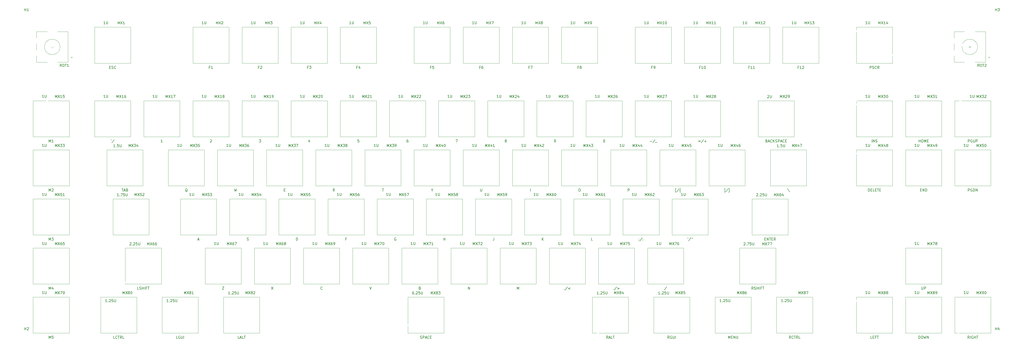
<source format=gto>
%TF.GenerationSoftware,KiCad,Pcbnew,(5.1.10)-1*%
%TF.CreationDate,2021-10-26T21:51:47-04:00*%
%TF.ProjectId,custom_keyboard (f303_ fe2.1),63757374-6f6d-45f6-9b65-79626f617264,rev?*%
%TF.SameCoordinates,Original*%
%TF.FileFunction,Legend,Top*%
%TF.FilePolarity,Positive*%
%FSLAX46Y46*%
G04 Gerber Fmt 4.6, Leading zero omitted, Abs format (unit mm)*
G04 Created by KiCad (PCBNEW (5.1.10)-1) date 2021-10-26 21:51:47*
%MOMM*%
%LPD*%
G01*
G04 APERTURE LIST*
%ADD10C,0.120000*%
%ADD11C,0.150000*%
%ADD12C,1.000000*%
%ADD13C,3.000000*%
%ADD14C,1.750000*%
%ADD15C,4.000000*%
%ADD16C,0.650000*%
%ADD17O,2.100000X1.000000*%
%ADD18O,1.600000X1.000000*%
%ADD19C,3.500000*%
%ADD20O,1.500000X2.000000*%
%ADD21O,1.000000X2.100000*%
%ADD22O,1.000000X1.600000*%
%ADD23C,3.048000*%
%ADD24C,3.987800*%
%ADD25O,2.000000X1.500000*%
%ADD26R,2.000000X2.000000*%
%ADD27C,2.000000*%
%ADD28R,3.200000X2.000000*%
%ADD29C,1.397000*%
%ADD30C,6.400000*%
%ADD31C,0.800000*%
G04 APERTURE END LIST*
D10*
%TO.C,MX7*%
X248571400Y-161264400D02*
X248571400Y-175264400D01*
X248571400Y-161264400D02*
X262571400Y-161264400D01*
X262571400Y-161264400D02*
X262571400Y-175264400D01*
X262571400Y-175264400D02*
X248571400Y-175264400D01*
%TO.C,MX6*%
X229522600Y-161264400D02*
X229522600Y-175264400D01*
X229522600Y-161264400D02*
X243522600Y-161264400D01*
X243522600Y-161264400D02*
X243522600Y-175264400D01*
X243522600Y-175264400D02*
X229522600Y-175264400D01*
%TO.C,MX78*%
X420010600Y-246984000D02*
X420010600Y-260984000D01*
X420010600Y-246984000D02*
X434010600Y-246984000D01*
X434010600Y-246984000D02*
X434010600Y-260984000D01*
X434010600Y-260984000D02*
X420010600Y-260984000D01*
%TO.C,MX19*%
X162851800Y-189837600D02*
X162851800Y-203837600D01*
X162851800Y-189837600D02*
X176851800Y-189837600D01*
X176851800Y-189837600D02*
X176851800Y-203837600D01*
X176851800Y-203837600D02*
X162851800Y-203837600D01*
%TO.C,MX83*%
X241141500Y-280032800D02*
X227141500Y-280032800D01*
X241141500Y-266032800D02*
X241141500Y-280032800D01*
X227141500Y-266032800D02*
X241141500Y-266032800D01*
X227141500Y-266032800D02*
X227141500Y-280032800D01*
%TO.C,MX84*%
X312574500Y-280032800D02*
X298574500Y-280032800D01*
X312574500Y-266032800D02*
X312574500Y-280032800D01*
X298574500Y-266032800D02*
X312574500Y-266032800D01*
X298574500Y-266032800D02*
X298574500Y-280032800D01*
%TO.C,MX32*%
X439059400Y-189837600D02*
X439059400Y-203837600D01*
X439059400Y-189837600D02*
X453059400Y-189837600D01*
X453059400Y-189837600D02*
X453059400Y-203837600D01*
X453059400Y-203837600D02*
X439059400Y-203837600D01*
%TO.C,ROT1*%
X89831400Y-168939200D02*
X88831400Y-168939200D01*
X89331400Y-169439200D02*
X89331400Y-168439200D01*
X83231400Y-165439200D02*
X83231400Y-163039200D01*
X83231400Y-170239200D02*
X83231400Y-167639200D01*
X83231400Y-174839200D02*
X83231400Y-172439200D01*
X96531400Y-173039200D02*
X96831400Y-172739200D01*
X97131400Y-173039200D02*
X96531400Y-173039200D01*
X96831400Y-172739200D02*
X97131400Y-173039200D01*
X95431400Y-174839200D02*
X95431400Y-163039200D01*
X91331400Y-174839200D02*
X95431400Y-174839200D01*
X91331400Y-163039200D02*
X95431400Y-163039200D01*
X83231400Y-163039200D02*
X87331400Y-163039200D01*
X87331400Y-174839200D02*
X83231400Y-174839200D01*
X92331400Y-168939200D02*
G75*
G03*
X92331400Y-168939200I-3000000J0D01*
G01*
%TO.C,ROT2*%
X445409000Y-168939200D02*
X444409000Y-168939200D01*
X444909000Y-169439200D02*
X444909000Y-168439200D01*
X438809000Y-165439200D02*
X438809000Y-163039200D01*
X438809000Y-170239200D02*
X438809000Y-167639200D01*
X438809000Y-174839200D02*
X438809000Y-172439200D01*
X452109000Y-173039200D02*
X452409000Y-172739200D01*
X452709000Y-173039200D02*
X452109000Y-173039200D01*
X452409000Y-172739200D02*
X452709000Y-173039200D01*
X451009000Y-174839200D02*
X451009000Y-163039200D01*
X446909000Y-174839200D02*
X451009000Y-174839200D01*
X446909000Y-163039200D02*
X451009000Y-163039200D01*
X438809000Y-163039200D02*
X442909000Y-163039200D01*
X442909000Y-174839200D02*
X438809000Y-174839200D01*
X447909000Y-168939200D02*
G75*
G03*
X447909000Y-168939200I-3000000J0D01*
G01*
%TO.C,MX1*%
X105705400Y-161264400D02*
X105705400Y-175264400D01*
X105705400Y-161264400D02*
X119705400Y-161264400D01*
X119705400Y-161264400D02*
X119705400Y-175264400D01*
X119705400Y-175264400D02*
X105705400Y-175264400D01*
%TO.C,MX2*%
X143803000Y-161264400D02*
X143803000Y-175264400D01*
X143803000Y-161264400D02*
X157803000Y-161264400D01*
X157803000Y-161264400D02*
X157803000Y-175264400D01*
X157803000Y-175264400D02*
X143803000Y-175264400D01*
%TO.C,MX3*%
X162851800Y-161264400D02*
X162851800Y-175264400D01*
X162851800Y-161264400D02*
X176851800Y-161264400D01*
X176851800Y-161264400D02*
X176851800Y-175264400D01*
X176851800Y-175264400D02*
X162851800Y-175264400D01*
%TO.C,MX4*%
X181900600Y-161264400D02*
X181900600Y-175264400D01*
X181900600Y-161264400D02*
X195900600Y-161264400D01*
X195900600Y-161264400D02*
X195900600Y-175264400D01*
X195900600Y-175264400D02*
X181900600Y-175264400D01*
%TO.C,MX5*%
X200949400Y-161264400D02*
X200949400Y-175264400D01*
X200949400Y-161264400D02*
X214949400Y-161264400D01*
X214949400Y-161264400D02*
X214949400Y-175264400D01*
X214949400Y-175264400D02*
X200949400Y-175264400D01*
%TO.C,MX8*%
X267620200Y-161264400D02*
X267620200Y-175264400D01*
X267620200Y-161264400D02*
X281620200Y-161264400D01*
X281620200Y-161264400D02*
X281620200Y-175264400D01*
X281620200Y-175264400D02*
X267620200Y-175264400D01*
%TO.C,MX9*%
X286669000Y-161264400D02*
X286669000Y-175264400D01*
X286669000Y-161264400D02*
X300669000Y-161264400D01*
X300669000Y-161264400D02*
X300669000Y-175264400D01*
X300669000Y-175264400D02*
X286669000Y-175264400D01*
%TO.C,MX10*%
X315242200Y-161264400D02*
X315242200Y-175264400D01*
X315242200Y-161264400D02*
X329242200Y-161264400D01*
X329242200Y-161264400D02*
X329242200Y-175264400D01*
X329242200Y-175264400D02*
X315242200Y-175264400D01*
%TO.C,MX11*%
X334291000Y-161264400D02*
X334291000Y-175264400D01*
X334291000Y-161264400D02*
X348291000Y-161264400D01*
X348291000Y-161264400D02*
X348291000Y-175264400D01*
X348291000Y-175264400D02*
X334291000Y-175264400D01*
%TO.C,MX12*%
X353339800Y-161264400D02*
X353339800Y-175264400D01*
X353339800Y-161264400D02*
X367339800Y-161264400D01*
X367339800Y-161264400D02*
X367339800Y-175264400D01*
X367339800Y-175264400D02*
X353339800Y-175264400D01*
%TO.C,MX13*%
X372388600Y-161264400D02*
X372388600Y-175264400D01*
X372388600Y-161264400D02*
X386388600Y-161264400D01*
X386388600Y-161264400D02*
X386388600Y-175264400D01*
X386388600Y-175264400D02*
X372388600Y-175264400D01*
%TO.C,MX14*%
X400961800Y-161264400D02*
X400961800Y-175264400D01*
X400961800Y-161264400D02*
X414961800Y-161264400D01*
X414961800Y-161264400D02*
X414961800Y-175264400D01*
X414961800Y-175264400D02*
X400961800Y-175264400D01*
%TO.C,MX15*%
X81894400Y-189837600D02*
X81894400Y-203837600D01*
X81894400Y-189837600D02*
X95894400Y-189837600D01*
X95894400Y-189837600D02*
X95894400Y-203837600D01*
X95894400Y-203837600D02*
X81894400Y-203837600D01*
%TO.C,MX16*%
X105705400Y-189837600D02*
X105705400Y-203837600D01*
X105705400Y-189837600D02*
X119705400Y-189837600D01*
X119705400Y-189837600D02*
X119705400Y-203837600D01*
X119705400Y-203837600D02*
X105705400Y-203837600D01*
%TO.C,MX17*%
X124754200Y-189837600D02*
X124754200Y-203837600D01*
X124754200Y-189837600D02*
X138754200Y-189837600D01*
X138754200Y-189837600D02*
X138754200Y-203837600D01*
X138754200Y-203837600D02*
X124754200Y-203837600D01*
%TO.C,MX18*%
X143803000Y-189837600D02*
X143803000Y-203837600D01*
X143803000Y-189837600D02*
X157803000Y-189837600D01*
X157803000Y-189837600D02*
X157803000Y-203837600D01*
X157803000Y-203837600D02*
X143803000Y-203837600D01*
%TO.C,MX20*%
X181900600Y-189837600D02*
X181900600Y-203837600D01*
X181900600Y-189837600D02*
X195900600Y-189837600D01*
X195900600Y-189837600D02*
X195900600Y-203837600D01*
X195900600Y-203837600D02*
X181900600Y-203837600D01*
%TO.C,MX21*%
X200949400Y-189837600D02*
X200949400Y-203837600D01*
X200949400Y-189837600D02*
X214949400Y-189837600D01*
X214949400Y-189837600D02*
X214949400Y-203837600D01*
X214949400Y-203837600D02*
X200949400Y-203837600D01*
%TO.C,MX22*%
X219998200Y-189837600D02*
X219998200Y-203837600D01*
X219998200Y-189837600D02*
X233998200Y-189837600D01*
X233998200Y-189837600D02*
X233998200Y-203837600D01*
X233998200Y-203837600D02*
X219998200Y-203837600D01*
%TO.C,MX23*%
X239047000Y-189837600D02*
X239047000Y-203837600D01*
X239047000Y-189837600D02*
X253047000Y-189837600D01*
X253047000Y-189837600D02*
X253047000Y-203837600D01*
X253047000Y-203837600D02*
X239047000Y-203837600D01*
%TO.C,MX24*%
X258095800Y-189837600D02*
X258095800Y-203837600D01*
X258095800Y-189837600D02*
X272095800Y-189837600D01*
X272095800Y-189837600D02*
X272095800Y-203837600D01*
X272095800Y-203837600D02*
X258095800Y-203837600D01*
%TO.C,MX25*%
X277144600Y-189837600D02*
X277144600Y-203837600D01*
X277144600Y-189837600D02*
X291144600Y-189837600D01*
X291144600Y-189837600D02*
X291144600Y-203837600D01*
X291144600Y-203837600D02*
X277144600Y-203837600D01*
%TO.C,MX26*%
X296193400Y-189837600D02*
X296193400Y-203837600D01*
X296193400Y-189837600D02*
X310193400Y-189837600D01*
X310193400Y-189837600D02*
X310193400Y-203837600D01*
X310193400Y-203837600D02*
X296193400Y-203837600D01*
%TO.C,MX27*%
X315242200Y-189837600D02*
X315242200Y-203837600D01*
X315242200Y-189837600D02*
X329242200Y-189837600D01*
X329242200Y-189837600D02*
X329242200Y-203837600D01*
X329242200Y-203837600D02*
X315242200Y-203837600D01*
%TO.C,MX28*%
X334291000Y-189837600D02*
X334291000Y-203837600D01*
X334291000Y-189837600D02*
X348291000Y-189837600D01*
X348291000Y-189837600D02*
X348291000Y-203837600D01*
X348291000Y-203837600D02*
X334291000Y-203837600D01*
%TO.C,MX29*%
X362864200Y-189837600D02*
X362864200Y-203837600D01*
X362864200Y-189837600D02*
X376864200Y-189837600D01*
X376864200Y-189837600D02*
X376864200Y-203837600D01*
X376864200Y-203837600D02*
X362864200Y-203837600D01*
%TO.C,MX30*%
X400961800Y-189837600D02*
X400961800Y-203837600D01*
X400961800Y-189837600D02*
X414961800Y-189837600D01*
X414961800Y-189837600D02*
X414961800Y-203837600D01*
X414961800Y-203837600D02*
X400961800Y-203837600D01*
%TO.C,MX31*%
X420010600Y-189837600D02*
X420010600Y-203837600D01*
X420010600Y-189837600D02*
X434010600Y-189837600D01*
X434010600Y-189837600D02*
X434010600Y-203837600D01*
X434010600Y-203837600D02*
X420010600Y-203837600D01*
%TO.C,MX33*%
X81894400Y-208886400D02*
X81894400Y-222886400D01*
X81894400Y-208886400D02*
X95894400Y-208886400D01*
X95894400Y-208886400D02*
X95894400Y-222886400D01*
X95894400Y-222886400D02*
X81894400Y-222886400D01*
%TO.C,MX34*%
X124467600Y-222886400D02*
X110467600Y-222886400D01*
X124467600Y-208886400D02*
X124467600Y-222886400D01*
X110467600Y-208886400D02*
X124467600Y-208886400D01*
X110467600Y-208886400D02*
X110467600Y-222886400D01*
%TO.C,MX35*%
X134278600Y-208886400D02*
X134278600Y-222886400D01*
X134278600Y-208886400D02*
X148278600Y-208886400D01*
X148278600Y-208886400D02*
X148278600Y-222886400D01*
X148278600Y-222886400D02*
X134278600Y-222886400D01*
%TO.C,MX36*%
X153327400Y-208886400D02*
X153327400Y-222886400D01*
X153327400Y-208886400D02*
X167327400Y-208886400D01*
X167327400Y-208886400D02*
X167327400Y-222886400D01*
X167327400Y-222886400D02*
X153327400Y-222886400D01*
%TO.C,MX37*%
X172376200Y-208886400D02*
X172376200Y-222886400D01*
X172376200Y-208886400D02*
X186376200Y-208886400D01*
X186376200Y-208886400D02*
X186376200Y-222886400D01*
X186376200Y-222886400D02*
X172376200Y-222886400D01*
%TO.C,MX38*%
X191425000Y-208886400D02*
X191425000Y-222886400D01*
X191425000Y-208886400D02*
X205425000Y-208886400D01*
X205425000Y-208886400D02*
X205425000Y-222886400D01*
X205425000Y-222886400D02*
X191425000Y-222886400D01*
%TO.C,MX39*%
X210473800Y-208886400D02*
X210473800Y-222886400D01*
X210473800Y-208886400D02*
X224473800Y-208886400D01*
X224473800Y-208886400D02*
X224473800Y-222886400D01*
X224473800Y-222886400D02*
X210473800Y-222886400D01*
%TO.C,MX40*%
X229522600Y-208886400D02*
X229522600Y-222886400D01*
X229522600Y-208886400D02*
X243522600Y-208886400D01*
X243522600Y-208886400D02*
X243522600Y-222886400D01*
X243522600Y-222886400D02*
X229522600Y-222886400D01*
%TO.C,MX41*%
X248571400Y-208886400D02*
X248571400Y-222886400D01*
X248571400Y-208886400D02*
X262571400Y-208886400D01*
X262571400Y-208886400D02*
X262571400Y-222886400D01*
X262571400Y-222886400D02*
X248571400Y-222886400D01*
%TO.C,MX42*%
X267620200Y-208886400D02*
X267620200Y-222886400D01*
X267620200Y-208886400D02*
X281620200Y-208886400D01*
X281620200Y-208886400D02*
X281620200Y-222886400D01*
X281620200Y-222886400D02*
X267620200Y-222886400D01*
%TO.C,MX43*%
X286669000Y-208886400D02*
X286669000Y-222886400D01*
X286669000Y-208886400D02*
X300669000Y-208886400D01*
X300669000Y-208886400D02*
X300669000Y-222886400D01*
X300669000Y-222886400D02*
X286669000Y-222886400D01*
%TO.C,MX45*%
X324766600Y-208886400D02*
X324766600Y-222886400D01*
X324766600Y-208886400D02*
X338766600Y-208886400D01*
X338766600Y-208886400D02*
X338766600Y-222886400D01*
X338766600Y-222886400D02*
X324766600Y-222886400D01*
%TO.C,MX46*%
X343815400Y-208886400D02*
X343815400Y-222886400D01*
X343815400Y-208886400D02*
X357815400Y-208886400D01*
X357815400Y-208886400D02*
X357815400Y-222886400D01*
X357815400Y-222886400D02*
X343815400Y-222886400D01*
%TO.C,MX48*%
X400961800Y-208886400D02*
X400961800Y-222886400D01*
X400961800Y-208886400D02*
X414961800Y-208886400D01*
X414961800Y-208886400D02*
X414961800Y-222886400D01*
X414961800Y-222886400D02*
X400961800Y-222886400D01*
%TO.C,MX49*%
X420010600Y-208886400D02*
X420010600Y-222886400D01*
X420010600Y-208886400D02*
X434010600Y-208886400D01*
X434010600Y-208886400D02*
X434010600Y-222886400D01*
X434010600Y-222886400D02*
X420010600Y-222886400D01*
%TO.C,MX51*%
X81894400Y-227935200D02*
X81894400Y-241935200D01*
X81894400Y-227935200D02*
X95894400Y-227935200D01*
X95894400Y-227935200D02*
X95894400Y-241935200D01*
X95894400Y-241935200D02*
X81894400Y-241935200D01*
%TO.C,MX52*%
X126848700Y-241935200D02*
X112848700Y-241935200D01*
X126848700Y-227935200D02*
X126848700Y-241935200D01*
X112848700Y-227935200D02*
X126848700Y-227935200D01*
X112848700Y-227935200D02*
X112848700Y-241935200D01*
%TO.C,MX53*%
X138982500Y-227935200D02*
X138982500Y-241935200D01*
X138982500Y-227935200D02*
X152982500Y-227935200D01*
X152982500Y-227935200D02*
X152982500Y-241935200D01*
X152982500Y-241935200D02*
X138982500Y-241935200D01*
%TO.C,MX54*%
X158089600Y-227935200D02*
X158089600Y-241935200D01*
X158089600Y-227935200D02*
X172089600Y-227935200D01*
X172089600Y-227935200D02*
X172089600Y-241935200D01*
X172089600Y-241935200D02*
X158089600Y-241935200D01*
%TO.C,MX55*%
X177138400Y-227935200D02*
X177138400Y-241935200D01*
X177138400Y-227935200D02*
X191138400Y-227935200D01*
X191138400Y-227935200D02*
X191138400Y-241935200D01*
X191138400Y-241935200D02*
X177138400Y-241935200D01*
%TO.C,MX56*%
X196187200Y-227935200D02*
X196187200Y-241935200D01*
X196187200Y-227935200D02*
X210187200Y-227935200D01*
X210187200Y-227935200D02*
X210187200Y-241935200D01*
X210187200Y-241935200D02*
X196187200Y-241935200D01*
%TO.C,MX57*%
X215236000Y-227935200D02*
X215236000Y-241935200D01*
X215236000Y-227935200D02*
X229236000Y-227935200D01*
X229236000Y-227935200D02*
X229236000Y-241935200D01*
X229236000Y-241935200D02*
X215236000Y-241935200D01*
%TO.C,MX59*%
X253333600Y-227935200D02*
X253333600Y-241935200D01*
X253333600Y-227935200D02*
X267333600Y-227935200D01*
X267333600Y-227935200D02*
X267333600Y-241935200D01*
X267333600Y-241935200D02*
X253333600Y-241935200D01*
%TO.C,MX60*%
X272382400Y-227935200D02*
X272382400Y-241935200D01*
X272382400Y-227935200D02*
X286382400Y-227935200D01*
X286382400Y-227935200D02*
X286382400Y-241935200D01*
X286382400Y-241935200D02*
X272382400Y-241935200D01*
%TO.C,MX61*%
X291431200Y-227935200D02*
X291431200Y-241935200D01*
X291431200Y-227935200D02*
X305431200Y-227935200D01*
X305431200Y-227935200D02*
X305431200Y-241935200D01*
X305431200Y-241935200D02*
X291431200Y-241935200D01*
%TO.C,MX63*%
X329528800Y-227935200D02*
X329528800Y-241935200D01*
X329528800Y-227935200D02*
X343528800Y-227935200D01*
X343528800Y-227935200D02*
X343528800Y-241935200D01*
X343528800Y-241935200D02*
X329528800Y-241935200D01*
%TO.C,MX65*%
X81894400Y-246984000D02*
X81894400Y-260984000D01*
X81894400Y-246984000D02*
X95894400Y-246984000D01*
X95894400Y-246984000D02*
X95894400Y-260984000D01*
X95894400Y-260984000D02*
X81894400Y-260984000D01*
%TO.C,MX66*%
X117610900Y-246984000D02*
X117610900Y-260984000D01*
X117610900Y-246984000D02*
X131610900Y-246984000D01*
X131610900Y-246984000D02*
X131610900Y-260984000D01*
X131610900Y-260984000D02*
X117610900Y-260984000D01*
%TO.C,MX67*%
X148565200Y-246984000D02*
X148565200Y-260984000D01*
X148565200Y-246984000D02*
X162565200Y-246984000D01*
X162565200Y-246984000D02*
X162565200Y-260984000D01*
X162565200Y-260984000D02*
X148565200Y-260984000D01*
%TO.C,MX68*%
X167614000Y-246984000D02*
X167614000Y-260984000D01*
X167614000Y-246984000D02*
X181614000Y-246984000D01*
X181614000Y-246984000D02*
X181614000Y-260984000D01*
X181614000Y-260984000D02*
X167614000Y-260984000D01*
%TO.C,MX69*%
X186662800Y-246984000D02*
X186662800Y-260984000D01*
X186662800Y-246984000D02*
X200662800Y-246984000D01*
X200662800Y-246984000D02*
X200662800Y-260984000D01*
X200662800Y-260984000D02*
X186662800Y-260984000D01*
%TO.C,MX70*%
X205711600Y-246984000D02*
X205711600Y-260984000D01*
X205711600Y-246984000D02*
X219711600Y-246984000D01*
X219711600Y-246984000D02*
X219711600Y-260984000D01*
X219711600Y-260984000D02*
X205711600Y-260984000D01*
%TO.C,MX71*%
X224760400Y-246984000D02*
X224760400Y-260984000D01*
X224760400Y-246984000D02*
X238760400Y-246984000D01*
X238760400Y-246984000D02*
X238760400Y-260984000D01*
X238760400Y-260984000D02*
X224760400Y-260984000D01*
%TO.C,MX72*%
X243809200Y-246984000D02*
X243809200Y-260984000D01*
X243809200Y-246984000D02*
X257809200Y-246984000D01*
X257809200Y-246984000D02*
X257809200Y-260984000D01*
X257809200Y-260984000D02*
X243809200Y-260984000D01*
%TO.C,MX73*%
X262858000Y-246984000D02*
X262858000Y-260984000D01*
X262858000Y-246984000D02*
X276858000Y-246984000D01*
X276858000Y-246984000D02*
X276858000Y-260984000D01*
X276858000Y-260984000D02*
X262858000Y-260984000D01*
%TO.C,MX74*%
X281906800Y-246984000D02*
X281906800Y-260984000D01*
X281906800Y-246984000D02*
X295906800Y-246984000D01*
X295906800Y-246984000D02*
X295906800Y-260984000D01*
X295906800Y-260984000D02*
X281906800Y-260984000D01*
%TO.C,MX75*%
X300955600Y-246984000D02*
X300955600Y-260984000D01*
X300955600Y-246984000D02*
X314955600Y-246984000D01*
X314955600Y-246984000D02*
X314955600Y-260984000D01*
X314955600Y-260984000D02*
X300955600Y-260984000D01*
%TO.C,MX76*%
X320004400Y-246984000D02*
X320004400Y-260984000D01*
X320004400Y-246984000D02*
X334004400Y-246984000D01*
X334004400Y-246984000D02*
X334004400Y-260984000D01*
X334004400Y-260984000D02*
X320004400Y-260984000D01*
%TO.C,MX77*%
X369720900Y-260984000D02*
X355720900Y-260984000D01*
X369720900Y-246984000D02*
X369720900Y-260984000D01*
X355720900Y-246984000D02*
X369720900Y-246984000D01*
X355720900Y-246984000D02*
X355720900Y-260984000D01*
%TO.C,MX79*%
X81894400Y-266032800D02*
X81894400Y-280032800D01*
X81894400Y-266032800D02*
X95894400Y-266032800D01*
X95894400Y-266032800D02*
X95894400Y-280032800D01*
X95894400Y-280032800D02*
X81894400Y-280032800D01*
%TO.C,MX80*%
X122086500Y-280032800D02*
X108086500Y-280032800D01*
X122086500Y-266032800D02*
X122086500Y-280032800D01*
X108086500Y-266032800D02*
X122086500Y-266032800D01*
X108086500Y-266032800D02*
X108086500Y-280032800D01*
%TO.C,MX81*%
X145897500Y-280032800D02*
X131897500Y-280032800D01*
X145897500Y-266032800D02*
X145897500Y-280032800D01*
X131897500Y-266032800D02*
X145897500Y-266032800D01*
X131897500Y-266032800D02*
X131897500Y-280032800D01*
%TO.C,MX82*%
X169708500Y-280032800D02*
X155708500Y-280032800D01*
X169708500Y-266032800D02*
X169708500Y-280032800D01*
X155708500Y-266032800D02*
X169708500Y-266032800D01*
X155708500Y-266032800D02*
X155708500Y-280032800D01*
%TO.C,MX85*%
X336385500Y-280032800D02*
X322385500Y-280032800D01*
X336385500Y-266032800D02*
X336385500Y-280032800D01*
X322385500Y-266032800D02*
X336385500Y-266032800D01*
X322385500Y-266032800D02*
X322385500Y-280032800D01*
%TO.C,MX86*%
X360196500Y-280032800D02*
X346196500Y-280032800D01*
X360196500Y-266032800D02*
X360196500Y-280032800D01*
X346196500Y-266032800D02*
X360196500Y-266032800D01*
X346196500Y-266032800D02*
X346196500Y-280032800D01*
%TO.C,MX89*%
X420010600Y-266032800D02*
X420010600Y-280032800D01*
X420010600Y-266032800D02*
X434010600Y-266032800D01*
X434010600Y-266032800D02*
X434010600Y-280032800D01*
X434010600Y-280032800D02*
X420010600Y-280032800D01*
%TO.C,MX64*%
X360483100Y-227935200D02*
X360483100Y-241935200D01*
X360483100Y-227935200D02*
X374483100Y-227935200D01*
X374483100Y-227935200D02*
X374483100Y-241935200D01*
X374483100Y-241935200D02*
X360483100Y-241935200D01*
%TO.C,MX47*%
X381626400Y-222886400D02*
X367626400Y-222886400D01*
X381626400Y-208886400D02*
X381626400Y-222886400D01*
X367626400Y-208886400D02*
X381626400Y-208886400D01*
X367626400Y-208886400D02*
X367626400Y-222886400D01*
%TO.C,MX44*%
X305717800Y-208886400D02*
X305717800Y-222886400D01*
X305717800Y-208886400D02*
X319717800Y-208886400D01*
X319717800Y-208886400D02*
X319717800Y-222886400D01*
X319717800Y-222886400D02*
X305717800Y-222886400D01*
%TO.C,MX88*%
X400961800Y-266032800D02*
X400961800Y-280032800D01*
X400961800Y-266032800D02*
X414961800Y-266032800D01*
X414961800Y-266032800D02*
X414961800Y-280032800D01*
X414961800Y-280032800D02*
X400961800Y-280032800D01*
%TO.C,MX87*%
X384007500Y-280032800D02*
X370007500Y-280032800D01*
X384007500Y-266032800D02*
X384007500Y-280032800D01*
X370007500Y-266032800D02*
X384007500Y-266032800D01*
X370007500Y-266032800D02*
X370007500Y-280032800D01*
%TO.C,MX50*%
X439059400Y-208886400D02*
X439059400Y-222886400D01*
X439059400Y-208886400D02*
X453059400Y-208886400D01*
X453059400Y-208886400D02*
X453059400Y-222886400D01*
X453059400Y-222886400D02*
X439059400Y-222886400D01*
%TO.C,MX90*%
X439059400Y-266032800D02*
X439059400Y-280032800D01*
X439059400Y-266032800D02*
X453059400Y-266032800D01*
X453059400Y-266032800D02*
X453059400Y-280032800D01*
X453059400Y-280032800D02*
X439059400Y-280032800D01*
%TO.C,MX58*%
X234284800Y-227935200D02*
X234284800Y-241935200D01*
X234284800Y-227935200D02*
X248284800Y-227935200D01*
X248284800Y-227935200D02*
X248284800Y-241935200D01*
X248284800Y-241935200D02*
X234284800Y-241935200D01*
%TO.C,MX62*%
X310480000Y-227935200D02*
X310480000Y-241935200D01*
X310480000Y-227935200D02*
X324480000Y-227935200D01*
X324480000Y-227935200D02*
X324480000Y-241935200D01*
X324480000Y-241935200D02*
X310480000Y-241935200D01*
%TO.C,MX7*%
D11*
X257651185Y-160080780D02*
X257651185Y-159080780D01*
X257984519Y-159795066D01*
X258317852Y-159080780D01*
X258317852Y-160080780D01*
X258698804Y-159080780D02*
X259365471Y-160080780D01*
X259365471Y-159080780D02*
X258698804Y-160080780D01*
X259651185Y-159080780D02*
X260317852Y-159080780D01*
X259889280Y-160080780D01*
X255238066Y-176855471D02*
X254904733Y-176855471D01*
X254904733Y-177379280D02*
X254904733Y-176379280D01*
X255380923Y-176379280D01*
X256190447Y-176379280D02*
X255999971Y-176379280D01*
X255904733Y-176426900D01*
X255857114Y-176474519D01*
X255761876Y-176617376D01*
X255714257Y-176807852D01*
X255714257Y-177188804D01*
X255761876Y-177284042D01*
X255809495Y-177331661D01*
X255904733Y-177379280D01*
X256095209Y-177379280D01*
X256190447Y-177331661D01*
X256238066Y-177284042D01*
X256285685Y-177188804D01*
X256285685Y-176950709D01*
X256238066Y-176855471D01*
X256190447Y-176807852D01*
X256095209Y-176760233D01*
X255904733Y-176760233D01*
X255809495Y-176807852D01*
X255761876Y-176855471D01*
X255714257Y-176950709D01*
X252729804Y-160017280D02*
X252158376Y-160017280D01*
X252444090Y-160017280D02*
X252444090Y-159017280D01*
X252348852Y-159160138D01*
X252253614Y-159255376D01*
X252158376Y-159302995D01*
X253158376Y-159017280D02*
X253158376Y-159826804D01*
X253205995Y-159922042D01*
X253253614Y-159969661D01*
X253348852Y-160017280D01*
X253539328Y-160017280D01*
X253634566Y-159969661D01*
X253682185Y-159922042D01*
X253729804Y-159826804D01*
X253729804Y-159017280D01*
%TO.C,MX6*%
X238602385Y-160080780D02*
X238602385Y-159080780D01*
X238935719Y-159795066D01*
X239269052Y-159080780D01*
X239269052Y-160080780D01*
X239650004Y-159080780D02*
X240316671Y-160080780D01*
X240316671Y-159080780D02*
X239650004Y-160080780D01*
X241126195Y-159080780D02*
X240935719Y-159080780D01*
X240840480Y-159128400D01*
X240792861Y-159176019D01*
X240697623Y-159318876D01*
X240650004Y-159509352D01*
X240650004Y-159890304D01*
X240697623Y-159985542D01*
X240745242Y-160033161D01*
X240840480Y-160080780D01*
X241030957Y-160080780D01*
X241126195Y-160033161D01*
X241173814Y-159985542D01*
X241221433Y-159890304D01*
X241221433Y-159652209D01*
X241173814Y-159556971D01*
X241126195Y-159509352D01*
X241030957Y-159461733D01*
X240840480Y-159461733D01*
X240745242Y-159509352D01*
X240697623Y-159556971D01*
X240650004Y-159652209D01*
X236189266Y-176855471D02*
X235855933Y-176855471D01*
X235855933Y-177379280D02*
X235855933Y-176379280D01*
X236332123Y-176379280D01*
X237189266Y-176379280D02*
X236713076Y-176379280D01*
X236665457Y-176855471D01*
X236713076Y-176807852D01*
X236808314Y-176760233D01*
X237046409Y-176760233D01*
X237141647Y-176807852D01*
X237189266Y-176855471D01*
X237236885Y-176950709D01*
X237236885Y-177188804D01*
X237189266Y-177284042D01*
X237141647Y-177331661D01*
X237046409Y-177379280D01*
X236808314Y-177379280D01*
X236713076Y-177331661D01*
X236665457Y-177284042D01*
X233681004Y-160017280D02*
X233109576Y-160017280D01*
X233395290Y-160017280D02*
X233395290Y-159017280D01*
X233300052Y-159160138D01*
X233204814Y-159255376D01*
X233109576Y-159302995D01*
X234109576Y-159017280D02*
X234109576Y-159826804D01*
X234157195Y-159922042D01*
X234204814Y-159969661D01*
X234300052Y-160017280D01*
X234490528Y-160017280D01*
X234585766Y-159969661D01*
X234633385Y-159922042D01*
X234681004Y-159826804D01*
X234681004Y-159017280D01*
%TO.C,MX78*%
X428614195Y-245800380D02*
X428614195Y-244800380D01*
X428947528Y-245514666D01*
X429280861Y-244800380D01*
X429280861Y-245800380D01*
X429661814Y-244800380D02*
X430328480Y-245800380D01*
X430328480Y-244800380D02*
X429661814Y-245800380D01*
X430614195Y-244800380D02*
X431280861Y-244800380D01*
X430852290Y-245800380D01*
X431804671Y-245228952D02*
X431709433Y-245181333D01*
X431661814Y-245133714D01*
X431614195Y-245038476D01*
X431614195Y-244990857D01*
X431661814Y-244895619D01*
X431709433Y-244848000D01*
X431804671Y-244800380D01*
X431995147Y-244800380D01*
X432090385Y-244848000D01*
X432138004Y-244895619D01*
X432185623Y-244990857D01*
X432185623Y-245038476D01*
X432138004Y-245133714D01*
X432090385Y-245181333D01*
X431995147Y-245228952D01*
X431804671Y-245228952D01*
X431709433Y-245276571D01*
X431661814Y-245324190D01*
X431614195Y-245419428D01*
X431614195Y-245609904D01*
X431661814Y-245705142D01*
X431709433Y-245752761D01*
X431804671Y-245800380D01*
X431995147Y-245800380D01*
X432090385Y-245752761D01*
X432138004Y-245705142D01*
X432185623Y-245609904D01*
X432185623Y-245419428D01*
X432138004Y-245324190D01*
X432090385Y-245276571D01*
X431995147Y-245228952D01*
X426224885Y-262098880D02*
X426224885Y-262908404D01*
X426272504Y-263003642D01*
X426320123Y-263051261D01*
X426415361Y-263098880D01*
X426605838Y-263098880D01*
X426701076Y-263051261D01*
X426748695Y-263003642D01*
X426796314Y-262908404D01*
X426796314Y-262098880D01*
X427272504Y-263098880D02*
X427272504Y-262098880D01*
X427653457Y-262098880D01*
X427748695Y-262146500D01*
X427796314Y-262194119D01*
X427843933Y-262289357D01*
X427843933Y-262432214D01*
X427796314Y-262527452D01*
X427748695Y-262575071D01*
X427653457Y-262622690D01*
X427272504Y-262622690D01*
X424169004Y-245736880D02*
X423597576Y-245736880D01*
X423883290Y-245736880D02*
X423883290Y-244736880D01*
X423788052Y-244879738D01*
X423692814Y-244974976D01*
X423597576Y-245022595D01*
X424597576Y-244736880D02*
X424597576Y-245546404D01*
X424645195Y-245641642D01*
X424692814Y-245689261D01*
X424788052Y-245736880D01*
X424978528Y-245736880D01*
X425073766Y-245689261D01*
X425121385Y-245641642D01*
X425169004Y-245546404D01*
X425169004Y-244736880D01*
%TO.C,MX19*%
X171455395Y-188653980D02*
X171455395Y-187653980D01*
X171788728Y-188368266D01*
X172122061Y-187653980D01*
X172122061Y-188653980D01*
X172503014Y-187653980D02*
X173169680Y-188653980D01*
X173169680Y-187653980D02*
X172503014Y-188653980D01*
X174074442Y-188653980D02*
X173503014Y-188653980D01*
X173788728Y-188653980D02*
X173788728Y-187653980D01*
X173693490Y-187796838D01*
X173598252Y-187892076D01*
X173503014Y-187939695D01*
X174550633Y-188653980D02*
X174741109Y-188653980D01*
X174836347Y-188606361D01*
X174883966Y-188558742D01*
X174979204Y-188415885D01*
X175026823Y-188225409D01*
X175026823Y-187844457D01*
X174979204Y-187749219D01*
X174931585Y-187701600D01*
X174836347Y-187653980D01*
X174645871Y-187653980D01*
X174550633Y-187701600D01*
X174503014Y-187749219D01*
X174455395Y-187844457D01*
X174455395Y-188082552D01*
X174503014Y-188177790D01*
X174550633Y-188225409D01*
X174645871Y-188273028D01*
X174836347Y-188273028D01*
X174931585Y-188225409D01*
X174979204Y-188177790D01*
X175026823Y-188082552D01*
X169518466Y-204952480D02*
X170137514Y-204952480D01*
X169804180Y-205333433D01*
X169947038Y-205333433D01*
X170042276Y-205381052D01*
X170089895Y-205428671D01*
X170137514Y-205523909D01*
X170137514Y-205762004D01*
X170089895Y-205857242D01*
X170042276Y-205904861D01*
X169947038Y-205952480D01*
X169661323Y-205952480D01*
X169566085Y-205904861D01*
X169518466Y-205857242D01*
X167010204Y-188590480D02*
X166438776Y-188590480D01*
X166724490Y-188590480D02*
X166724490Y-187590480D01*
X166629252Y-187733338D01*
X166534014Y-187828576D01*
X166438776Y-187876195D01*
X167438776Y-187590480D02*
X167438776Y-188400004D01*
X167486395Y-188495242D01*
X167534014Y-188542861D01*
X167629252Y-188590480D01*
X167819728Y-188590480D01*
X167914966Y-188542861D01*
X167962585Y-188495242D01*
X168010204Y-188400004D01*
X168010204Y-187590480D01*
%TO.C,MX83*%
X236087995Y-264899980D02*
X236087995Y-263899980D01*
X236421328Y-264614266D01*
X236754661Y-263899980D01*
X236754661Y-264899980D01*
X237135614Y-263899980D02*
X237802280Y-264899980D01*
X237802280Y-263899980D02*
X237135614Y-264899980D01*
X238326090Y-264328552D02*
X238230852Y-264280933D01*
X238183233Y-264233314D01*
X238135614Y-264138076D01*
X238135614Y-264090457D01*
X238183233Y-263995219D01*
X238230852Y-263947600D01*
X238326090Y-263899980D01*
X238516566Y-263899980D01*
X238611804Y-263947600D01*
X238659423Y-263995219D01*
X238707042Y-264090457D01*
X238707042Y-264138076D01*
X238659423Y-264233314D01*
X238611804Y-264280933D01*
X238516566Y-264328552D01*
X238326090Y-264328552D01*
X238230852Y-264376171D01*
X238183233Y-264423790D01*
X238135614Y-264519028D01*
X238135614Y-264709504D01*
X238183233Y-264804742D01*
X238230852Y-264852361D01*
X238326090Y-264899980D01*
X238516566Y-264899980D01*
X238611804Y-264852361D01*
X238659423Y-264804742D01*
X238707042Y-264709504D01*
X238707042Y-264519028D01*
X238659423Y-264423790D01*
X238611804Y-264376171D01*
X238516566Y-264328552D01*
X239040376Y-263899980D02*
X239659423Y-263899980D01*
X239326090Y-264280933D01*
X239468947Y-264280933D01*
X239564185Y-264328552D01*
X239611804Y-264376171D01*
X239659423Y-264471409D01*
X239659423Y-264709504D01*
X239611804Y-264804742D01*
X239564185Y-264852361D01*
X239468947Y-264899980D01*
X239183233Y-264899980D01*
X239087995Y-264852361D01*
X239040376Y-264804742D01*
X231974833Y-282100061D02*
X232117690Y-282147680D01*
X232355785Y-282147680D01*
X232451023Y-282100061D01*
X232498642Y-282052442D01*
X232546261Y-281957204D01*
X232546261Y-281861966D01*
X232498642Y-281766728D01*
X232451023Y-281719109D01*
X232355785Y-281671490D01*
X232165309Y-281623871D01*
X232070071Y-281576252D01*
X232022452Y-281528633D01*
X231974833Y-281433395D01*
X231974833Y-281338157D01*
X232022452Y-281242919D01*
X232070071Y-281195300D01*
X232165309Y-281147680D01*
X232403404Y-281147680D01*
X232546261Y-281195300D01*
X232974833Y-282147680D02*
X232974833Y-281147680D01*
X233355785Y-281147680D01*
X233451023Y-281195300D01*
X233498642Y-281242919D01*
X233546261Y-281338157D01*
X233546261Y-281481014D01*
X233498642Y-281576252D01*
X233451023Y-281623871D01*
X233355785Y-281671490D01*
X232974833Y-281671490D01*
X233927214Y-281861966D02*
X234403404Y-281861966D01*
X233831976Y-282147680D02*
X234165309Y-281147680D01*
X234498642Y-282147680D01*
X235403404Y-282052442D02*
X235355785Y-282100061D01*
X235212928Y-282147680D01*
X235117690Y-282147680D01*
X234974833Y-282100061D01*
X234879595Y-282004823D01*
X234831976Y-281909585D01*
X234784357Y-281719109D01*
X234784357Y-281576252D01*
X234831976Y-281385776D01*
X234879595Y-281290538D01*
X234974833Y-281195300D01*
X235117690Y-281147680D01*
X235212928Y-281147680D01*
X235355785Y-281195300D01*
X235403404Y-281242919D01*
X235831976Y-281623871D02*
X236165309Y-281623871D01*
X236308166Y-282147680D02*
X235831976Y-282147680D01*
X235831976Y-281147680D01*
X236308166Y-281147680D01*
X229379190Y-263899980D02*
X229188714Y-263899980D01*
X229093476Y-263947600D01*
X229045857Y-263995219D01*
X228950619Y-264138076D01*
X228903000Y-264328552D01*
X228903000Y-264709504D01*
X228950619Y-264804742D01*
X228998238Y-264852361D01*
X229093476Y-264899980D01*
X229283952Y-264899980D01*
X229379190Y-264852361D01*
X229426809Y-264804742D01*
X229474428Y-264709504D01*
X229474428Y-264471409D01*
X229426809Y-264376171D01*
X229379190Y-264328552D01*
X229283952Y-264280933D01*
X229093476Y-264280933D01*
X228998238Y-264328552D01*
X228950619Y-264376171D01*
X228903000Y-264471409D01*
X229903000Y-264804742D02*
X229950619Y-264852361D01*
X229903000Y-264899980D01*
X229855380Y-264852361D01*
X229903000Y-264804742D01*
X229903000Y-264899980D01*
X230331571Y-263995219D02*
X230379190Y-263947600D01*
X230474428Y-263899980D01*
X230712523Y-263899980D01*
X230807761Y-263947600D01*
X230855380Y-263995219D01*
X230903000Y-264090457D01*
X230903000Y-264185695D01*
X230855380Y-264328552D01*
X230283952Y-264899980D01*
X230903000Y-264899980D01*
X231807761Y-263899980D02*
X231331571Y-263899980D01*
X231283952Y-264376171D01*
X231331571Y-264328552D01*
X231426809Y-264280933D01*
X231664904Y-264280933D01*
X231760142Y-264328552D01*
X231807761Y-264376171D01*
X231855380Y-264471409D01*
X231855380Y-264709504D01*
X231807761Y-264804742D01*
X231760142Y-264852361D01*
X231664904Y-264899980D01*
X231426809Y-264899980D01*
X231331571Y-264852361D01*
X231283952Y-264804742D01*
X232283952Y-263899980D02*
X232283952Y-264709504D01*
X232331571Y-264804742D01*
X232379190Y-264852361D01*
X232474428Y-264899980D01*
X232664904Y-264899980D01*
X232760142Y-264852361D01*
X232807761Y-264804742D01*
X232855380Y-264709504D01*
X232855380Y-263899980D01*
%TO.C,MX84*%
X307178095Y-264849180D02*
X307178095Y-263849180D01*
X307511428Y-264563466D01*
X307844761Y-263849180D01*
X307844761Y-264849180D01*
X308225714Y-263849180D02*
X308892380Y-264849180D01*
X308892380Y-263849180D02*
X308225714Y-264849180D01*
X309416190Y-264277752D02*
X309320952Y-264230133D01*
X309273333Y-264182514D01*
X309225714Y-264087276D01*
X309225714Y-264039657D01*
X309273333Y-263944419D01*
X309320952Y-263896800D01*
X309416190Y-263849180D01*
X309606666Y-263849180D01*
X309701904Y-263896800D01*
X309749523Y-263944419D01*
X309797142Y-264039657D01*
X309797142Y-264087276D01*
X309749523Y-264182514D01*
X309701904Y-264230133D01*
X309606666Y-264277752D01*
X309416190Y-264277752D01*
X309320952Y-264325371D01*
X309273333Y-264372990D01*
X309225714Y-264468228D01*
X309225714Y-264658704D01*
X309273333Y-264753942D01*
X309320952Y-264801561D01*
X309416190Y-264849180D01*
X309606666Y-264849180D01*
X309701904Y-264801561D01*
X309749523Y-264753942D01*
X309797142Y-264658704D01*
X309797142Y-264468228D01*
X309749523Y-264372990D01*
X309701904Y-264325371D01*
X309606666Y-264277752D01*
X310654285Y-264182514D02*
X310654285Y-264849180D01*
X310416190Y-263801561D02*
X310178095Y-264515847D01*
X310797142Y-264515847D01*
X304669738Y-282147680D02*
X304336404Y-281671490D01*
X304098309Y-282147680D02*
X304098309Y-281147680D01*
X304479261Y-281147680D01*
X304574500Y-281195300D01*
X304622119Y-281242919D01*
X304669738Y-281338157D01*
X304669738Y-281481014D01*
X304622119Y-281576252D01*
X304574500Y-281623871D01*
X304479261Y-281671490D01*
X304098309Y-281671490D01*
X305050690Y-281861966D02*
X305526880Y-281861966D01*
X304955452Y-282147680D02*
X305288785Y-281147680D01*
X305622119Y-282147680D01*
X306431642Y-282147680D02*
X305955452Y-282147680D01*
X305955452Y-281147680D01*
X306622119Y-281147680D02*
X307193547Y-281147680D01*
X306907833Y-282147680D02*
X306907833Y-281147680D01*
X301034428Y-264912680D02*
X300463000Y-264912680D01*
X300748714Y-264912680D02*
X300748714Y-263912680D01*
X300653476Y-264055538D01*
X300558238Y-264150776D01*
X300463000Y-264198395D01*
X301463000Y-264817442D02*
X301510619Y-264865061D01*
X301463000Y-264912680D01*
X301415380Y-264865061D01*
X301463000Y-264817442D01*
X301463000Y-264912680D01*
X301891571Y-264007919D02*
X301939190Y-263960300D01*
X302034428Y-263912680D01*
X302272523Y-263912680D01*
X302367761Y-263960300D01*
X302415380Y-264007919D01*
X302463000Y-264103157D01*
X302463000Y-264198395D01*
X302415380Y-264341252D01*
X301843952Y-264912680D01*
X302463000Y-264912680D01*
X303367761Y-263912680D02*
X302891571Y-263912680D01*
X302843952Y-264388871D01*
X302891571Y-264341252D01*
X302986809Y-264293633D01*
X303224904Y-264293633D01*
X303320142Y-264341252D01*
X303367761Y-264388871D01*
X303415380Y-264484109D01*
X303415380Y-264722204D01*
X303367761Y-264817442D01*
X303320142Y-264865061D01*
X303224904Y-264912680D01*
X302986809Y-264912680D01*
X302891571Y-264865061D01*
X302843952Y-264817442D01*
X303843952Y-263912680D02*
X303843952Y-264722204D01*
X303891571Y-264817442D01*
X303939190Y-264865061D01*
X304034428Y-264912680D01*
X304224904Y-264912680D01*
X304320142Y-264865061D01*
X304367761Y-264817442D01*
X304415380Y-264722204D01*
X304415380Y-263912680D01*
%TO.C,MX32*%
X447662995Y-188653980D02*
X447662995Y-187653980D01*
X447996328Y-188368266D01*
X448329661Y-187653980D01*
X448329661Y-188653980D01*
X448710614Y-187653980D02*
X449377280Y-188653980D01*
X449377280Y-187653980D02*
X448710614Y-188653980D01*
X449662995Y-187653980D02*
X450282042Y-187653980D01*
X449948709Y-188034933D01*
X450091566Y-188034933D01*
X450186804Y-188082552D01*
X450234423Y-188130171D01*
X450282042Y-188225409D01*
X450282042Y-188463504D01*
X450234423Y-188558742D01*
X450186804Y-188606361D01*
X450091566Y-188653980D01*
X449805852Y-188653980D01*
X449710614Y-188606361D01*
X449662995Y-188558742D01*
X450662995Y-187749219D02*
X450710614Y-187701600D01*
X450805852Y-187653980D01*
X451043947Y-187653980D01*
X451139185Y-187701600D01*
X451186804Y-187749219D01*
X451234423Y-187844457D01*
X451234423Y-187939695D01*
X451186804Y-188082552D01*
X450615376Y-188653980D01*
X451234423Y-188653980D01*
X444273685Y-205952480D02*
X444273685Y-204952480D01*
X444654638Y-204952480D01*
X444749876Y-205000100D01*
X444797495Y-205047719D01*
X444845114Y-205142957D01*
X444845114Y-205285814D01*
X444797495Y-205381052D01*
X444749876Y-205428671D01*
X444654638Y-205476290D01*
X444273685Y-205476290D01*
X445797495Y-205000100D02*
X445702257Y-204952480D01*
X445559400Y-204952480D01*
X445416542Y-205000100D01*
X445321304Y-205095338D01*
X445273685Y-205190576D01*
X445226066Y-205381052D01*
X445226066Y-205523909D01*
X445273685Y-205714385D01*
X445321304Y-205809623D01*
X445416542Y-205904861D01*
X445559400Y-205952480D01*
X445654638Y-205952480D01*
X445797495Y-205904861D01*
X445845114Y-205857242D01*
X445845114Y-205523909D01*
X445654638Y-205523909D01*
X446273685Y-204952480D02*
X446273685Y-205762004D01*
X446321304Y-205857242D01*
X446368923Y-205904861D01*
X446464161Y-205952480D01*
X446654638Y-205952480D01*
X446749876Y-205904861D01*
X446797495Y-205857242D01*
X446845114Y-205762004D01*
X446845114Y-204952480D01*
X447321304Y-205952480D02*
X447321304Y-204952480D01*
X447702257Y-204952480D01*
X447797495Y-205000100D01*
X447845114Y-205047719D01*
X447892733Y-205142957D01*
X447892733Y-205285814D01*
X447845114Y-205381052D01*
X447797495Y-205428671D01*
X447702257Y-205476290D01*
X447321304Y-205476290D01*
X445598904Y-188590480D02*
X445027476Y-188590480D01*
X445313190Y-188590480D02*
X445313190Y-187590480D01*
X445217952Y-187733338D01*
X445122714Y-187828576D01*
X445027476Y-187876195D01*
X446027476Y-187590480D02*
X446027476Y-188400004D01*
X446075095Y-188495242D01*
X446122714Y-188542861D01*
X446217952Y-188590480D01*
X446408428Y-188590480D01*
X446503666Y-188542861D01*
X446551285Y-188495242D01*
X446598904Y-188400004D01*
X446598904Y-187590480D01*
%TO.C,ROT1*%
X92959971Y-176591580D02*
X92626638Y-176115390D01*
X92388542Y-176591580D02*
X92388542Y-175591580D01*
X92769495Y-175591580D01*
X92864733Y-175639200D01*
X92912352Y-175686819D01*
X92959971Y-175782057D01*
X92959971Y-175924914D01*
X92912352Y-176020152D01*
X92864733Y-176067771D01*
X92769495Y-176115390D01*
X92388542Y-176115390D01*
X93579019Y-175591580D02*
X93769495Y-175591580D01*
X93864733Y-175639200D01*
X93959971Y-175734438D01*
X94007590Y-175924914D01*
X94007590Y-176258247D01*
X93959971Y-176448723D01*
X93864733Y-176543961D01*
X93769495Y-176591580D01*
X93579019Y-176591580D01*
X93483780Y-176543961D01*
X93388542Y-176448723D01*
X93340923Y-176258247D01*
X93340923Y-175924914D01*
X93388542Y-175734438D01*
X93483780Y-175639200D01*
X93579019Y-175591580D01*
X94293304Y-175591580D02*
X94864733Y-175591580D01*
X94579019Y-176591580D02*
X94579019Y-175591580D01*
X95721876Y-176591580D02*
X95150447Y-176591580D01*
X95436161Y-176591580D02*
X95436161Y-175591580D01*
X95340923Y-175734438D01*
X95245685Y-175829676D01*
X95150447Y-175877295D01*
%TO.C,ROT2*%
X448537571Y-176591580D02*
X448204238Y-176115390D01*
X447966142Y-176591580D02*
X447966142Y-175591580D01*
X448347095Y-175591580D01*
X448442333Y-175639200D01*
X448489952Y-175686819D01*
X448537571Y-175782057D01*
X448537571Y-175924914D01*
X448489952Y-176020152D01*
X448442333Y-176067771D01*
X448347095Y-176115390D01*
X447966142Y-176115390D01*
X449156619Y-175591580D02*
X449347095Y-175591580D01*
X449442333Y-175639200D01*
X449537571Y-175734438D01*
X449585190Y-175924914D01*
X449585190Y-176258247D01*
X449537571Y-176448723D01*
X449442333Y-176543961D01*
X449347095Y-176591580D01*
X449156619Y-176591580D01*
X449061380Y-176543961D01*
X448966142Y-176448723D01*
X448918523Y-176258247D01*
X448918523Y-175924914D01*
X448966142Y-175734438D01*
X449061380Y-175639200D01*
X449156619Y-175591580D01*
X449870904Y-175591580D02*
X450442333Y-175591580D01*
X450156619Y-176591580D02*
X450156619Y-175591580D01*
X450728047Y-175686819D02*
X450775666Y-175639200D01*
X450870904Y-175591580D01*
X451109000Y-175591580D01*
X451204238Y-175639200D01*
X451251857Y-175686819D01*
X451299476Y-175782057D01*
X451299476Y-175877295D01*
X451251857Y-176020152D01*
X450680428Y-176591580D01*
X451299476Y-176591580D01*
%TO.C,MX1*%
X114785185Y-160080780D02*
X114785185Y-159080780D01*
X115118519Y-159795066D01*
X115451852Y-159080780D01*
X115451852Y-160080780D01*
X115832804Y-159080780D02*
X116499471Y-160080780D01*
X116499471Y-159080780D02*
X115832804Y-160080780D01*
X117404233Y-160080780D02*
X116832804Y-160080780D01*
X117118519Y-160080780D02*
X117118519Y-159080780D01*
X117023280Y-159223638D01*
X116928042Y-159318876D01*
X116832804Y-159366495D01*
X111514923Y-176855471D02*
X111848257Y-176855471D01*
X111991114Y-177379280D02*
X111514923Y-177379280D01*
X111514923Y-176379280D01*
X111991114Y-176379280D01*
X112372066Y-177331661D02*
X112514923Y-177379280D01*
X112753019Y-177379280D01*
X112848257Y-177331661D01*
X112895876Y-177284042D01*
X112943495Y-177188804D01*
X112943495Y-177093566D01*
X112895876Y-176998328D01*
X112848257Y-176950709D01*
X112753019Y-176903090D01*
X112562542Y-176855471D01*
X112467304Y-176807852D01*
X112419685Y-176760233D01*
X112372066Y-176664995D01*
X112372066Y-176569757D01*
X112419685Y-176474519D01*
X112467304Y-176426900D01*
X112562542Y-176379280D01*
X112800638Y-176379280D01*
X112943495Y-176426900D01*
X113943495Y-177284042D02*
X113895876Y-177331661D01*
X113753019Y-177379280D01*
X113657780Y-177379280D01*
X113514923Y-177331661D01*
X113419685Y-177236423D01*
X113372066Y-177141185D01*
X113324447Y-176950709D01*
X113324447Y-176807852D01*
X113372066Y-176617376D01*
X113419685Y-176522138D01*
X113514923Y-176426900D01*
X113657780Y-176379280D01*
X113753019Y-176379280D01*
X113895876Y-176426900D01*
X113943495Y-176474519D01*
X109863804Y-160017280D02*
X109292376Y-160017280D01*
X109578090Y-160017280D02*
X109578090Y-159017280D01*
X109482852Y-159160138D01*
X109387614Y-159255376D01*
X109292376Y-159302995D01*
X110292376Y-159017280D02*
X110292376Y-159826804D01*
X110339995Y-159922042D01*
X110387614Y-159969661D01*
X110482852Y-160017280D01*
X110673328Y-160017280D01*
X110768566Y-159969661D01*
X110816185Y-159922042D01*
X110863804Y-159826804D01*
X110863804Y-159017280D01*
%TO.C,MX2*%
X152882785Y-160080780D02*
X152882785Y-159080780D01*
X153216119Y-159795066D01*
X153549452Y-159080780D01*
X153549452Y-160080780D01*
X153930404Y-159080780D02*
X154597071Y-160080780D01*
X154597071Y-159080780D02*
X153930404Y-160080780D01*
X154930404Y-159176019D02*
X154978023Y-159128400D01*
X155073261Y-159080780D01*
X155311357Y-159080780D01*
X155406595Y-159128400D01*
X155454214Y-159176019D01*
X155501833Y-159271257D01*
X155501833Y-159366495D01*
X155454214Y-159509352D01*
X154882785Y-160080780D01*
X155501833Y-160080780D01*
X150469666Y-176855471D02*
X150136333Y-176855471D01*
X150136333Y-177379280D02*
X150136333Y-176379280D01*
X150612523Y-176379280D01*
X151517285Y-177379280D02*
X150945857Y-177379280D01*
X151231571Y-177379280D02*
X151231571Y-176379280D01*
X151136333Y-176522138D01*
X151041095Y-176617376D01*
X150945857Y-176664995D01*
X147961404Y-160017280D02*
X147389976Y-160017280D01*
X147675690Y-160017280D02*
X147675690Y-159017280D01*
X147580452Y-159160138D01*
X147485214Y-159255376D01*
X147389976Y-159302995D01*
X148389976Y-159017280D02*
X148389976Y-159826804D01*
X148437595Y-159922042D01*
X148485214Y-159969661D01*
X148580452Y-160017280D01*
X148770928Y-160017280D01*
X148866166Y-159969661D01*
X148913785Y-159922042D01*
X148961404Y-159826804D01*
X148961404Y-159017280D01*
%TO.C,MX3*%
X171931585Y-160080780D02*
X171931585Y-159080780D01*
X172264919Y-159795066D01*
X172598252Y-159080780D01*
X172598252Y-160080780D01*
X172979204Y-159080780D02*
X173645871Y-160080780D01*
X173645871Y-159080780D02*
X172979204Y-160080780D01*
X173931585Y-159080780D02*
X174550633Y-159080780D01*
X174217300Y-159461733D01*
X174360157Y-159461733D01*
X174455395Y-159509352D01*
X174503014Y-159556971D01*
X174550633Y-159652209D01*
X174550633Y-159890304D01*
X174503014Y-159985542D01*
X174455395Y-160033161D01*
X174360157Y-160080780D01*
X174074442Y-160080780D01*
X173979204Y-160033161D01*
X173931585Y-159985542D01*
X169518466Y-176855471D02*
X169185133Y-176855471D01*
X169185133Y-177379280D02*
X169185133Y-176379280D01*
X169661323Y-176379280D01*
X169994657Y-176474519D02*
X170042276Y-176426900D01*
X170137514Y-176379280D01*
X170375609Y-176379280D01*
X170470847Y-176426900D01*
X170518466Y-176474519D01*
X170566085Y-176569757D01*
X170566085Y-176664995D01*
X170518466Y-176807852D01*
X169947038Y-177379280D01*
X170566085Y-177379280D01*
X167010204Y-160017280D02*
X166438776Y-160017280D01*
X166724490Y-160017280D02*
X166724490Y-159017280D01*
X166629252Y-159160138D01*
X166534014Y-159255376D01*
X166438776Y-159302995D01*
X167438776Y-159017280D02*
X167438776Y-159826804D01*
X167486395Y-159922042D01*
X167534014Y-159969661D01*
X167629252Y-160017280D01*
X167819728Y-160017280D01*
X167914966Y-159969661D01*
X167962585Y-159922042D01*
X168010204Y-159826804D01*
X168010204Y-159017280D01*
%TO.C,MX4*%
X190980385Y-160080780D02*
X190980385Y-159080780D01*
X191313719Y-159795066D01*
X191647052Y-159080780D01*
X191647052Y-160080780D01*
X192028004Y-159080780D02*
X192694671Y-160080780D01*
X192694671Y-159080780D02*
X192028004Y-160080780D01*
X193504195Y-159414114D02*
X193504195Y-160080780D01*
X193266100Y-159033161D02*
X193028004Y-159747447D01*
X193647052Y-159747447D01*
X188567266Y-176855471D02*
X188233933Y-176855471D01*
X188233933Y-177379280D02*
X188233933Y-176379280D01*
X188710123Y-176379280D01*
X188995838Y-176379280D02*
X189614885Y-176379280D01*
X189281552Y-176760233D01*
X189424409Y-176760233D01*
X189519647Y-176807852D01*
X189567266Y-176855471D01*
X189614885Y-176950709D01*
X189614885Y-177188804D01*
X189567266Y-177284042D01*
X189519647Y-177331661D01*
X189424409Y-177379280D01*
X189138695Y-177379280D01*
X189043457Y-177331661D01*
X188995838Y-177284042D01*
X186059004Y-160017280D02*
X185487576Y-160017280D01*
X185773290Y-160017280D02*
X185773290Y-159017280D01*
X185678052Y-159160138D01*
X185582814Y-159255376D01*
X185487576Y-159302995D01*
X186487576Y-159017280D02*
X186487576Y-159826804D01*
X186535195Y-159922042D01*
X186582814Y-159969661D01*
X186678052Y-160017280D01*
X186868528Y-160017280D01*
X186963766Y-159969661D01*
X187011385Y-159922042D01*
X187059004Y-159826804D01*
X187059004Y-159017280D01*
%TO.C,MX5*%
X210029185Y-160080780D02*
X210029185Y-159080780D01*
X210362519Y-159795066D01*
X210695852Y-159080780D01*
X210695852Y-160080780D01*
X211076804Y-159080780D02*
X211743471Y-160080780D01*
X211743471Y-159080780D02*
X211076804Y-160080780D01*
X212600614Y-159080780D02*
X212124423Y-159080780D01*
X212076804Y-159556971D01*
X212124423Y-159509352D01*
X212219661Y-159461733D01*
X212457757Y-159461733D01*
X212552995Y-159509352D01*
X212600614Y-159556971D01*
X212648233Y-159652209D01*
X212648233Y-159890304D01*
X212600614Y-159985542D01*
X212552995Y-160033161D01*
X212457757Y-160080780D01*
X212219661Y-160080780D01*
X212124423Y-160033161D01*
X212076804Y-159985542D01*
X207616066Y-176855471D02*
X207282733Y-176855471D01*
X207282733Y-177379280D02*
X207282733Y-176379280D01*
X207758923Y-176379280D01*
X208568447Y-176712614D02*
X208568447Y-177379280D01*
X208330352Y-176331661D02*
X208092257Y-177045947D01*
X208711304Y-177045947D01*
X205107804Y-160017280D02*
X204536376Y-160017280D01*
X204822090Y-160017280D02*
X204822090Y-159017280D01*
X204726852Y-159160138D01*
X204631614Y-159255376D01*
X204536376Y-159302995D01*
X205536376Y-159017280D02*
X205536376Y-159826804D01*
X205583995Y-159922042D01*
X205631614Y-159969661D01*
X205726852Y-160017280D01*
X205917328Y-160017280D01*
X206012566Y-159969661D01*
X206060185Y-159922042D01*
X206107804Y-159826804D01*
X206107804Y-159017280D01*
%TO.C,MX8*%
X276699985Y-160080780D02*
X276699985Y-159080780D01*
X277033319Y-159795066D01*
X277366652Y-159080780D01*
X277366652Y-160080780D01*
X277747604Y-159080780D02*
X278414271Y-160080780D01*
X278414271Y-159080780D02*
X277747604Y-160080780D01*
X278938080Y-159509352D02*
X278842842Y-159461733D01*
X278795223Y-159414114D01*
X278747604Y-159318876D01*
X278747604Y-159271257D01*
X278795223Y-159176019D01*
X278842842Y-159128400D01*
X278938080Y-159080780D01*
X279128557Y-159080780D01*
X279223795Y-159128400D01*
X279271414Y-159176019D01*
X279319033Y-159271257D01*
X279319033Y-159318876D01*
X279271414Y-159414114D01*
X279223795Y-159461733D01*
X279128557Y-159509352D01*
X278938080Y-159509352D01*
X278842842Y-159556971D01*
X278795223Y-159604590D01*
X278747604Y-159699828D01*
X278747604Y-159890304D01*
X278795223Y-159985542D01*
X278842842Y-160033161D01*
X278938080Y-160080780D01*
X279128557Y-160080780D01*
X279223795Y-160033161D01*
X279271414Y-159985542D01*
X279319033Y-159890304D01*
X279319033Y-159699828D01*
X279271414Y-159604590D01*
X279223795Y-159556971D01*
X279128557Y-159509352D01*
X274286866Y-176855471D02*
X273953533Y-176855471D01*
X273953533Y-177379280D02*
X273953533Y-176379280D01*
X274429723Y-176379280D01*
X274715438Y-176379280D02*
X275382104Y-176379280D01*
X274953533Y-177379280D01*
X271778604Y-160017280D02*
X271207176Y-160017280D01*
X271492890Y-160017280D02*
X271492890Y-159017280D01*
X271397652Y-159160138D01*
X271302414Y-159255376D01*
X271207176Y-159302995D01*
X272207176Y-159017280D02*
X272207176Y-159826804D01*
X272254795Y-159922042D01*
X272302414Y-159969661D01*
X272397652Y-160017280D01*
X272588128Y-160017280D01*
X272683366Y-159969661D01*
X272730985Y-159922042D01*
X272778604Y-159826804D01*
X272778604Y-159017280D01*
%TO.C,MX9*%
X295748785Y-160080780D02*
X295748785Y-159080780D01*
X296082119Y-159795066D01*
X296415452Y-159080780D01*
X296415452Y-160080780D01*
X296796404Y-159080780D02*
X297463071Y-160080780D01*
X297463071Y-159080780D02*
X296796404Y-160080780D01*
X297891642Y-160080780D02*
X298082119Y-160080780D01*
X298177357Y-160033161D01*
X298224976Y-159985542D01*
X298320214Y-159842685D01*
X298367833Y-159652209D01*
X298367833Y-159271257D01*
X298320214Y-159176019D01*
X298272595Y-159128400D01*
X298177357Y-159080780D01*
X297986880Y-159080780D01*
X297891642Y-159128400D01*
X297844023Y-159176019D01*
X297796404Y-159271257D01*
X297796404Y-159509352D01*
X297844023Y-159604590D01*
X297891642Y-159652209D01*
X297986880Y-159699828D01*
X298177357Y-159699828D01*
X298272595Y-159652209D01*
X298320214Y-159604590D01*
X298367833Y-159509352D01*
X293335666Y-176855471D02*
X293002333Y-176855471D01*
X293002333Y-177379280D02*
X293002333Y-176379280D01*
X293478523Y-176379280D01*
X294002333Y-176807852D02*
X293907095Y-176760233D01*
X293859476Y-176712614D01*
X293811857Y-176617376D01*
X293811857Y-176569757D01*
X293859476Y-176474519D01*
X293907095Y-176426900D01*
X294002333Y-176379280D01*
X294192809Y-176379280D01*
X294288047Y-176426900D01*
X294335666Y-176474519D01*
X294383285Y-176569757D01*
X294383285Y-176617376D01*
X294335666Y-176712614D01*
X294288047Y-176760233D01*
X294192809Y-176807852D01*
X294002333Y-176807852D01*
X293907095Y-176855471D01*
X293859476Y-176903090D01*
X293811857Y-176998328D01*
X293811857Y-177188804D01*
X293859476Y-177284042D01*
X293907095Y-177331661D01*
X294002333Y-177379280D01*
X294192809Y-177379280D01*
X294288047Y-177331661D01*
X294335666Y-177284042D01*
X294383285Y-177188804D01*
X294383285Y-176998328D01*
X294335666Y-176903090D01*
X294288047Y-176855471D01*
X294192809Y-176807852D01*
X290827404Y-160017280D02*
X290255976Y-160017280D01*
X290541690Y-160017280D02*
X290541690Y-159017280D01*
X290446452Y-159160138D01*
X290351214Y-159255376D01*
X290255976Y-159302995D01*
X291255976Y-159017280D02*
X291255976Y-159826804D01*
X291303595Y-159922042D01*
X291351214Y-159969661D01*
X291446452Y-160017280D01*
X291636928Y-160017280D01*
X291732166Y-159969661D01*
X291779785Y-159922042D01*
X291827404Y-159826804D01*
X291827404Y-159017280D01*
%TO.C,MX10*%
X323845795Y-160080780D02*
X323845795Y-159080780D01*
X324179128Y-159795066D01*
X324512461Y-159080780D01*
X324512461Y-160080780D01*
X324893414Y-159080780D02*
X325560080Y-160080780D01*
X325560080Y-159080780D02*
X324893414Y-160080780D01*
X326464842Y-160080780D02*
X325893414Y-160080780D01*
X326179128Y-160080780D02*
X326179128Y-159080780D01*
X326083890Y-159223638D01*
X325988652Y-159318876D01*
X325893414Y-159366495D01*
X327083890Y-159080780D02*
X327179128Y-159080780D01*
X327274366Y-159128400D01*
X327321985Y-159176019D01*
X327369604Y-159271257D01*
X327417223Y-159461733D01*
X327417223Y-159699828D01*
X327369604Y-159890304D01*
X327321985Y-159985542D01*
X327274366Y-160033161D01*
X327179128Y-160080780D01*
X327083890Y-160080780D01*
X326988652Y-160033161D01*
X326941033Y-159985542D01*
X326893414Y-159890304D01*
X326845795Y-159699828D01*
X326845795Y-159461733D01*
X326893414Y-159271257D01*
X326941033Y-159176019D01*
X326988652Y-159128400D01*
X327083890Y-159080780D01*
X321908866Y-176855471D02*
X321575533Y-176855471D01*
X321575533Y-177379280D02*
X321575533Y-176379280D01*
X322051723Y-176379280D01*
X322480295Y-177379280D02*
X322670771Y-177379280D01*
X322766009Y-177331661D01*
X322813628Y-177284042D01*
X322908866Y-177141185D01*
X322956485Y-176950709D01*
X322956485Y-176569757D01*
X322908866Y-176474519D01*
X322861247Y-176426900D01*
X322766009Y-176379280D01*
X322575533Y-176379280D01*
X322480295Y-176426900D01*
X322432676Y-176474519D01*
X322385057Y-176569757D01*
X322385057Y-176807852D01*
X322432676Y-176903090D01*
X322480295Y-176950709D01*
X322575533Y-176998328D01*
X322766009Y-176998328D01*
X322861247Y-176950709D01*
X322908866Y-176903090D01*
X322956485Y-176807852D01*
X319400604Y-160017280D02*
X318829176Y-160017280D01*
X319114890Y-160017280D02*
X319114890Y-159017280D01*
X319019652Y-159160138D01*
X318924414Y-159255376D01*
X318829176Y-159302995D01*
X319829176Y-159017280D02*
X319829176Y-159826804D01*
X319876795Y-159922042D01*
X319924414Y-159969661D01*
X320019652Y-160017280D01*
X320210128Y-160017280D01*
X320305366Y-159969661D01*
X320352985Y-159922042D01*
X320400604Y-159826804D01*
X320400604Y-159017280D01*
%TO.C,MX11*%
X342894595Y-160080780D02*
X342894595Y-159080780D01*
X343227928Y-159795066D01*
X343561261Y-159080780D01*
X343561261Y-160080780D01*
X343942214Y-159080780D02*
X344608880Y-160080780D01*
X344608880Y-159080780D02*
X343942214Y-160080780D01*
X345513642Y-160080780D02*
X344942214Y-160080780D01*
X345227928Y-160080780D02*
X345227928Y-159080780D01*
X345132690Y-159223638D01*
X345037452Y-159318876D01*
X344942214Y-159366495D01*
X346466023Y-160080780D02*
X345894595Y-160080780D01*
X346180309Y-160080780D02*
X346180309Y-159080780D01*
X346085071Y-159223638D01*
X345989833Y-159318876D01*
X345894595Y-159366495D01*
X340481476Y-176855471D02*
X340148142Y-176855471D01*
X340148142Y-177379280D02*
X340148142Y-176379280D01*
X340624333Y-176379280D01*
X341529095Y-177379280D02*
X340957666Y-177379280D01*
X341243380Y-177379280D02*
X341243380Y-176379280D01*
X341148142Y-176522138D01*
X341052904Y-176617376D01*
X340957666Y-176664995D01*
X342148142Y-176379280D02*
X342243380Y-176379280D01*
X342338619Y-176426900D01*
X342386238Y-176474519D01*
X342433857Y-176569757D01*
X342481476Y-176760233D01*
X342481476Y-176998328D01*
X342433857Y-177188804D01*
X342386238Y-177284042D01*
X342338619Y-177331661D01*
X342243380Y-177379280D01*
X342148142Y-177379280D01*
X342052904Y-177331661D01*
X342005285Y-177284042D01*
X341957666Y-177188804D01*
X341910047Y-176998328D01*
X341910047Y-176760233D01*
X341957666Y-176569757D01*
X342005285Y-176474519D01*
X342052904Y-176426900D01*
X342148142Y-176379280D01*
X338449404Y-160017280D02*
X337877976Y-160017280D01*
X338163690Y-160017280D02*
X338163690Y-159017280D01*
X338068452Y-159160138D01*
X337973214Y-159255376D01*
X337877976Y-159302995D01*
X338877976Y-159017280D02*
X338877976Y-159826804D01*
X338925595Y-159922042D01*
X338973214Y-159969661D01*
X339068452Y-160017280D01*
X339258928Y-160017280D01*
X339354166Y-159969661D01*
X339401785Y-159922042D01*
X339449404Y-159826804D01*
X339449404Y-159017280D01*
%TO.C,MX12*%
X361943395Y-160080780D02*
X361943395Y-159080780D01*
X362276728Y-159795066D01*
X362610061Y-159080780D01*
X362610061Y-160080780D01*
X362991014Y-159080780D02*
X363657680Y-160080780D01*
X363657680Y-159080780D02*
X362991014Y-160080780D01*
X364562442Y-160080780D02*
X363991014Y-160080780D01*
X364276728Y-160080780D02*
X364276728Y-159080780D01*
X364181490Y-159223638D01*
X364086252Y-159318876D01*
X363991014Y-159366495D01*
X364943395Y-159176019D02*
X364991014Y-159128400D01*
X365086252Y-159080780D01*
X365324347Y-159080780D01*
X365419585Y-159128400D01*
X365467204Y-159176019D01*
X365514823Y-159271257D01*
X365514823Y-159366495D01*
X365467204Y-159509352D01*
X364895776Y-160080780D01*
X365514823Y-160080780D01*
X359530276Y-176855471D02*
X359196942Y-176855471D01*
X359196942Y-177379280D02*
X359196942Y-176379280D01*
X359673133Y-176379280D01*
X360577895Y-177379280D02*
X360006466Y-177379280D01*
X360292180Y-177379280D02*
X360292180Y-176379280D01*
X360196942Y-176522138D01*
X360101704Y-176617376D01*
X360006466Y-176664995D01*
X361530276Y-177379280D02*
X360958847Y-177379280D01*
X361244561Y-177379280D02*
X361244561Y-176379280D01*
X361149323Y-176522138D01*
X361054085Y-176617376D01*
X360958847Y-176664995D01*
X357498204Y-160017280D02*
X356926776Y-160017280D01*
X357212490Y-160017280D02*
X357212490Y-159017280D01*
X357117252Y-159160138D01*
X357022014Y-159255376D01*
X356926776Y-159302995D01*
X357926776Y-159017280D02*
X357926776Y-159826804D01*
X357974395Y-159922042D01*
X358022014Y-159969661D01*
X358117252Y-160017280D01*
X358307728Y-160017280D01*
X358402966Y-159969661D01*
X358450585Y-159922042D01*
X358498204Y-159826804D01*
X358498204Y-159017280D01*
%TO.C,MX13*%
X380992195Y-160080780D02*
X380992195Y-159080780D01*
X381325528Y-159795066D01*
X381658861Y-159080780D01*
X381658861Y-160080780D01*
X382039814Y-159080780D02*
X382706480Y-160080780D01*
X382706480Y-159080780D02*
X382039814Y-160080780D01*
X383611242Y-160080780D02*
X383039814Y-160080780D01*
X383325528Y-160080780D02*
X383325528Y-159080780D01*
X383230290Y-159223638D01*
X383135052Y-159318876D01*
X383039814Y-159366495D01*
X383944576Y-159080780D02*
X384563623Y-159080780D01*
X384230290Y-159461733D01*
X384373147Y-159461733D01*
X384468385Y-159509352D01*
X384516004Y-159556971D01*
X384563623Y-159652209D01*
X384563623Y-159890304D01*
X384516004Y-159985542D01*
X384468385Y-160033161D01*
X384373147Y-160080780D01*
X384087433Y-160080780D01*
X383992195Y-160033161D01*
X383944576Y-159985542D01*
X378579076Y-176855471D02*
X378245742Y-176855471D01*
X378245742Y-177379280D02*
X378245742Y-176379280D01*
X378721933Y-176379280D01*
X379626695Y-177379280D02*
X379055266Y-177379280D01*
X379340980Y-177379280D02*
X379340980Y-176379280D01*
X379245742Y-176522138D01*
X379150504Y-176617376D01*
X379055266Y-176664995D01*
X380007647Y-176474519D02*
X380055266Y-176426900D01*
X380150504Y-176379280D01*
X380388600Y-176379280D01*
X380483838Y-176426900D01*
X380531457Y-176474519D01*
X380579076Y-176569757D01*
X380579076Y-176664995D01*
X380531457Y-176807852D01*
X379960028Y-177379280D01*
X380579076Y-177379280D01*
X376547004Y-160017280D02*
X375975576Y-160017280D01*
X376261290Y-160017280D02*
X376261290Y-159017280D01*
X376166052Y-159160138D01*
X376070814Y-159255376D01*
X375975576Y-159302995D01*
X376975576Y-159017280D02*
X376975576Y-159826804D01*
X377023195Y-159922042D01*
X377070814Y-159969661D01*
X377166052Y-160017280D01*
X377356528Y-160017280D01*
X377451766Y-159969661D01*
X377499385Y-159922042D01*
X377547004Y-159826804D01*
X377547004Y-159017280D01*
%TO.C,MX14*%
X409565395Y-160080780D02*
X409565395Y-159080780D01*
X409898728Y-159795066D01*
X410232061Y-159080780D01*
X410232061Y-160080780D01*
X410613014Y-159080780D02*
X411279680Y-160080780D01*
X411279680Y-159080780D02*
X410613014Y-160080780D01*
X412184442Y-160080780D02*
X411613014Y-160080780D01*
X411898728Y-160080780D02*
X411898728Y-159080780D01*
X411803490Y-159223638D01*
X411708252Y-159318876D01*
X411613014Y-159366495D01*
X413041585Y-159414114D02*
X413041585Y-160080780D01*
X412803490Y-159033161D02*
X412565395Y-159747447D01*
X413184442Y-159747447D01*
X406223704Y-177379280D02*
X406223704Y-176379280D01*
X406604657Y-176379280D01*
X406699895Y-176426900D01*
X406747514Y-176474519D01*
X406795133Y-176569757D01*
X406795133Y-176712614D01*
X406747514Y-176807852D01*
X406699895Y-176855471D01*
X406604657Y-176903090D01*
X406223704Y-176903090D01*
X407176085Y-177331661D02*
X407318942Y-177379280D01*
X407557038Y-177379280D01*
X407652276Y-177331661D01*
X407699895Y-177284042D01*
X407747514Y-177188804D01*
X407747514Y-177093566D01*
X407699895Y-176998328D01*
X407652276Y-176950709D01*
X407557038Y-176903090D01*
X407366561Y-176855471D01*
X407271323Y-176807852D01*
X407223704Y-176760233D01*
X407176085Y-176664995D01*
X407176085Y-176569757D01*
X407223704Y-176474519D01*
X407271323Y-176426900D01*
X407366561Y-176379280D01*
X407604657Y-176379280D01*
X407747514Y-176426900D01*
X408747514Y-177284042D02*
X408699895Y-177331661D01*
X408557038Y-177379280D01*
X408461800Y-177379280D01*
X408318942Y-177331661D01*
X408223704Y-177236423D01*
X408176085Y-177141185D01*
X408128466Y-176950709D01*
X408128466Y-176807852D01*
X408176085Y-176617376D01*
X408223704Y-176522138D01*
X408318942Y-176426900D01*
X408461800Y-176379280D01*
X408557038Y-176379280D01*
X408699895Y-176426900D01*
X408747514Y-176474519D01*
X409747514Y-177379280D02*
X409414180Y-176903090D01*
X409176085Y-177379280D02*
X409176085Y-176379280D01*
X409557038Y-176379280D01*
X409652276Y-176426900D01*
X409699895Y-176474519D01*
X409747514Y-176569757D01*
X409747514Y-176712614D01*
X409699895Y-176807852D01*
X409652276Y-176855471D01*
X409557038Y-176903090D01*
X409176085Y-176903090D01*
X405120204Y-160017280D02*
X404548776Y-160017280D01*
X404834490Y-160017280D02*
X404834490Y-159017280D01*
X404739252Y-159160138D01*
X404644014Y-159255376D01*
X404548776Y-159302995D01*
X405548776Y-159017280D02*
X405548776Y-159826804D01*
X405596395Y-159922042D01*
X405644014Y-159969661D01*
X405739252Y-160017280D01*
X405929728Y-160017280D01*
X406024966Y-159969661D01*
X406072585Y-159922042D01*
X406120204Y-159826804D01*
X406120204Y-159017280D01*
%TO.C,MX15*%
X90497995Y-188653980D02*
X90497995Y-187653980D01*
X90831328Y-188368266D01*
X91164661Y-187653980D01*
X91164661Y-188653980D01*
X91545614Y-187653980D02*
X92212280Y-188653980D01*
X92212280Y-187653980D02*
X91545614Y-188653980D01*
X93117042Y-188653980D02*
X92545614Y-188653980D01*
X92831328Y-188653980D02*
X92831328Y-187653980D01*
X92736090Y-187796838D01*
X92640852Y-187892076D01*
X92545614Y-187939695D01*
X94021804Y-187653980D02*
X93545614Y-187653980D01*
X93497995Y-188130171D01*
X93545614Y-188082552D01*
X93640852Y-188034933D01*
X93878947Y-188034933D01*
X93974185Y-188082552D01*
X94021804Y-188130171D01*
X94069423Y-188225409D01*
X94069423Y-188463504D01*
X94021804Y-188558742D01*
X93974185Y-188606361D01*
X93878947Y-188653980D01*
X93640852Y-188653980D01*
X93545614Y-188606361D01*
X93497995Y-188558742D01*
X88084876Y-205952480D02*
X88084876Y-204952480D01*
X88418209Y-205666766D01*
X88751542Y-204952480D01*
X88751542Y-205952480D01*
X89751542Y-205952480D02*
X89180114Y-205952480D01*
X89465828Y-205952480D02*
X89465828Y-204952480D01*
X89370590Y-205095338D01*
X89275352Y-205190576D01*
X89180114Y-205238195D01*
X86052804Y-188590480D02*
X85481376Y-188590480D01*
X85767090Y-188590480D02*
X85767090Y-187590480D01*
X85671852Y-187733338D01*
X85576614Y-187828576D01*
X85481376Y-187876195D01*
X86481376Y-187590480D02*
X86481376Y-188400004D01*
X86528995Y-188495242D01*
X86576614Y-188542861D01*
X86671852Y-188590480D01*
X86862328Y-188590480D01*
X86957566Y-188542861D01*
X87005185Y-188495242D01*
X87052804Y-188400004D01*
X87052804Y-187590480D01*
%TO.C,MX16*%
X114308995Y-188653980D02*
X114308995Y-187653980D01*
X114642328Y-188368266D01*
X114975661Y-187653980D01*
X114975661Y-188653980D01*
X115356614Y-187653980D02*
X116023280Y-188653980D01*
X116023280Y-187653980D02*
X115356614Y-188653980D01*
X116928042Y-188653980D02*
X116356614Y-188653980D01*
X116642328Y-188653980D02*
X116642328Y-187653980D01*
X116547090Y-187796838D01*
X116451852Y-187892076D01*
X116356614Y-187939695D01*
X117785185Y-187653980D02*
X117594709Y-187653980D01*
X117499471Y-187701600D01*
X117451852Y-187749219D01*
X117356614Y-187892076D01*
X117308995Y-188082552D01*
X117308995Y-188463504D01*
X117356614Y-188558742D01*
X117404233Y-188606361D01*
X117499471Y-188653980D01*
X117689947Y-188653980D01*
X117785185Y-188606361D01*
X117832804Y-188558742D01*
X117880423Y-188463504D01*
X117880423Y-188225409D01*
X117832804Y-188130171D01*
X117785185Y-188082552D01*
X117689947Y-188034933D01*
X117499471Y-188034933D01*
X117404233Y-188082552D01*
X117356614Y-188130171D01*
X117308995Y-188225409D01*
X112086352Y-204904861D02*
X112229209Y-205047719D01*
X113324447Y-204904861D02*
X112467304Y-206190576D01*
X109863804Y-188590480D02*
X109292376Y-188590480D01*
X109578090Y-188590480D02*
X109578090Y-187590480D01*
X109482852Y-187733338D01*
X109387614Y-187828576D01*
X109292376Y-187876195D01*
X110292376Y-187590480D02*
X110292376Y-188400004D01*
X110339995Y-188495242D01*
X110387614Y-188542861D01*
X110482852Y-188590480D01*
X110673328Y-188590480D01*
X110768566Y-188542861D01*
X110816185Y-188495242D01*
X110863804Y-188400004D01*
X110863804Y-187590480D01*
%TO.C,MX17*%
X133357795Y-188653980D02*
X133357795Y-187653980D01*
X133691128Y-188368266D01*
X134024461Y-187653980D01*
X134024461Y-188653980D01*
X134405414Y-187653980D02*
X135072080Y-188653980D01*
X135072080Y-187653980D02*
X134405414Y-188653980D01*
X135976842Y-188653980D02*
X135405414Y-188653980D01*
X135691128Y-188653980D02*
X135691128Y-187653980D01*
X135595890Y-187796838D01*
X135500652Y-187892076D01*
X135405414Y-187939695D01*
X136310176Y-187653980D02*
X136976842Y-187653980D01*
X136548271Y-188653980D01*
X132039914Y-205952480D02*
X131468485Y-205952480D01*
X131754200Y-205952480D02*
X131754200Y-204952480D01*
X131658961Y-205095338D01*
X131563723Y-205190576D01*
X131468485Y-205238195D01*
X128912604Y-188590480D02*
X128341176Y-188590480D01*
X128626890Y-188590480D02*
X128626890Y-187590480D01*
X128531652Y-187733338D01*
X128436414Y-187828576D01*
X128341176Y-187876195D01*
X129341176Y-187590480D02*
X129341176Y-188400004D01*
X129388795Y-188495242D01*
X129436414Y-188542861D01*
X129531652Y-188590480D01*
X129722128Y-188590480D01*
X129817366Y-188542861D01*
X129864985Y-188495242D01*
X129912604Y-188400004D01*
X129912604Y-187590480D01*
%TO.C,MX18*%
X152406595Y-188653980D02*
X152406595Y-187653980D01*
X152739928Y-188368266D01*
X153073261Y-187653980D01*
X153073261Y-188653980D01*
X153454214Y-187653980D02*
X154120880Y-188653980D01*
X154120880Y-187653980D02*
X153454214Y-188653980D01*
X155025642Y-188653980D02*
X154454214Y-188653980D01*
X154739928Y-188653980D02*
X154739928Y-187653980D01*
X154644690Y-187796838D01*
X154549452Y-187892076D01*
X154454214Y-187939695D01*
X155597071Y-188082552D02*
X155501833Y-188034933D01*
X155454214Y-187987314D01*
X155406595Y-187892076D01*
X155406595Y-187844457D01*
X155454214Y-187749219D01*
X155501833Y-187701600D01*
X155597071Y-187653980D01*
X155787547Y-187653980D01*
X155882785Y-187701600D01*
X155930404Y-187749219D01*
X155978023Y-187844457D01*
X155978023Y-187892076D01*
X155930404Y-187987314D01*
X155882785Y-188034933D01*
X155787547Y-188082552D01*
X155597071Y-188082552D01*
X155501833Y-188130171D01*
X155454214Y-188177790D01*
X155406595Y-188273028D01*
X155406595Y-188463504D01*
X155454214Y-188558742D01*
X155501833Y-188606361D01*
X155597071Y-188653980D01*
X155787547Y-188653980D01*
X155882785Y-188606361D01*
X155930404Y-188558742D01*
X155978023Y-188463504D01*
X155978023Y-188273028D01*
X155930404Y-188177790D01*
X155882785Y-188130171D01*
X155787547Y-188082552D01*
X150517285Y-205047719D02*
X150564904Y-205000100D01*
X150660142Y-204952480D01*
X150898238Y-204952480D01*
X150993476Y-205000100D01*
X151041095Y-205047719D01*
X151088714Y-205142957D01*
X151088714Y-205238195D01*
X151041095Y-205381052D01*
X150469666Y-205952480D01*
X151088714Y-205952480D01*
X147961404Y-188590480D02*
X147389976Y-188590480D01*
X147675690Y-188590480D02*
X147675690Y-187590480D01*
X147580452Y-187733338D01*
X147485214Y-187828576D01*
X147389976Y-187876195D01*
X148389976Y-187590480D02*
X148389976Y-188400004D01*
X148437595Y-188495242D01*
X148485214Y-188542861D01*
X148580452Y-188590480D01*
X148770928Y-188590480D01*
X148866166Y-188542861D01*
X148913785Y-188495242D01*
X148961404Y-188400004D01*
X148961404Y-187590480D01*
%TO.C,MX20*%
X190504195Y-188653980D02*
X190504195Y-187653980D01*
X190837528Y-188368266D01*
X191170861Y-187653980D01*
X191170861Y-188653980D01*
X191551814Y-187653980D02*
X192218480Y-188653980D01*
X192218480Y-187653980D02*
X191551814Y-188653980D01*
X192551814Y-187749219D02*
X192599433Y-187701600D01*
X192694671Y-187653980D01*
X192932766Y-187653980D01*
X193028004Y-187701600D01*
X193075623Y-187749219D01*
X193123242Y-187844457D01*
X193123242Y-187939695D01*
X193075623Y-188082552D01*
X192504195Y-188653980D01*
X193123242Y-188653980D01*
X193742290Y-187653980D02*
X193837528Y-187653980D01*
X193932766Y-187701600D01*
X193980385Y-187749219D01*
X194028004Y-187844457D01*
X194075623Y-188034933D01*
X194075623Y-188273028D01*
X194028004Y-188463504D01*
X193980385Y-188558742D01*
X193932766Y-188606361D01*
X193837528Y-188653980D01*
X193742290Y-188653980D01*
X193647052Y-188606361D01*
X193599433Y-188558742D01*
X193551814Y-188463504D01*
X193504195Y-188273028D01*
X193504195Y-188034933D01*
X193551814Y-187844457D01*
X193599433Y-187749219D01*
X193647052Y-187701600D01*
X193742290Y-187653980D01*
X189091076Y-205285814D02*
X189091076Y-205952480D01*
X188852980Y-204904861D02*
X188614885Y-205619147D01*
X189233933Y-205619147D01*
X186059004Y-188590480D02*
X185487576Y-188590480D01*
X185773290Y-188590480D02*
X185773290Y-187590480D01*
X185678052Y-187733338D01*
X185582814Y-187828576D01*
X185487576Y-187876195D01*
X186487576Y-187590480D02*
X186487576Y-188400004D01*
X186535195Y-188495242D01*
X186582814Y-188542861D01*
X186678052Y-188590480D01*
X186868528Y-188590480D01*
X186963766Y-188542861D01*
X187011385Y-188495242D01*
X187059004Y-188400004D01*
X187059004Y-187590480D01*
%TO.C,MX21*%
X209552995Y-188653980D02*
X209552995Y-187653980D01*
X209886328Y-188368266D01*
X210219661Y-187653980D01*
X210219661Y-188653980D01*
X210600614Y-187653980D02*
X211267280Y-188653980D01*
X211267280Y-187653980D02*
X210600614Y-188653980D01*
X211600614Y-187749219D02*
X211648233Y-187701600D01*
X211743471Y-187653980D01*
X211981566Y-187653980D01*
X212076804Y-187701600D01*
X212124423Y-187749219D01*
X212172042Y-187844457D01*
X212172042Y-187939695D01*
X212124423Y-188082552D01*
X211552995Y-188653980D01*
X212172042Y-188653980D01*
X213124423Y-188653980D02*
X212552995Y-188653980D01*
X212838709Y-188653980D02*
X212838709Y-187653980D01*
X212743471Y-187796838D01*
X212648233Y-187892076D01*
X212552995Y-187939695D01*
X208187495Y-204952480D02*
X207711304Y-204952480D01*
X207663685Y-205428671D01*
X207711304Y-205381052D01*
X207806542Y-205333433D01*
X208044638Y-205333433D01*
X208139876Y-205381052D01*
X208187495Y-205428671D01*
X208235114Y-205523909D01*
X208235114Y-205762004D01*
X208187495Y-205857242D01*
X208139876Y-205904861D01*
X208044638Y-205952480D01*
X207806542Y-205952480D01*
X207711304Y-205904861D01*
X207663685Y-205857242D01*
X205107804Y-188590480D02*
X204536376Y-188590480D01*
X204822090Y-188590480D02*
X204822090Y-187590480D01*
X204726852Y-187733338D01*
X204631614Y-187828576D01*
X204536376Y-187876195D01*
X205536376Y-187590480D02*
X205536376Y-188400004D01*
X205583995Y-188495242D01*
X205631614Y-188542861D01*
X205726852Y-188590480D01*
X205917328Y-188590480D01*
X206012566Y-188542861D01*
X206060185Y-188495242D01*
X206107804Y-188400004D01*
X206107804Y-187590480D01*
%TO.C,MX22*%
X228601795Y-188653980D02*
X228601795Y-187653980D01*
X228935128Y-188368266D01*
X229268461Y-187653980D01*
X229268461Y-188653980D01*
X229649414Y-187653980D02*
X230316080Y-188653980D01*
X230316080Y-187653980D02*
X229649414Y-188653980D01*
X230649414Y-187749219D02*
X230697033Y-187701600D01*
X230792271Y-187653980D01*
X231030366Y-187653980D01*
X231125604Y-187701600D01*
X231173223Y-187749219D01*
X231220842Y-187844457D01*
X231220842Y-187939695D01*
X231173223Y-188082552D01*
X230601795Y-188653980D01*
X231220842Y-188653980D01*
X231601795Y-187749219D02*
X231649414Y-187701600D01*
X231744652Y-187653980D01*
X231982747Y-187653980D01*
X232077985Y-187701600D01*
X232125604Y-187749219D01*
X232173223Y-187844457D01*
X232173223Y-187939695D01*
X232125604Y-188082552D01*
X231554176Y-188653980D01*
X232173223Y-188653980D01*
X227188676Y-204952480D02*
X226998200Y-204952480D01*
X226902961Y-205000100D01*
X226855342Y-205047719D01*
X226760104Y-205190576D01*
X226712485Y-205381052D01*
X226712485Y-205762004D01*
X226760104Y-205857242D01*
X226807723Y-205904861D01*
X226902961Y-205952480D01*
X227093438Y-205952480D01*
X227188676Y-205904861D01*
X227236295Y-205857242D01*
X227283914Y-205762004D01*
X227283914Y-205523909D01*
X227236295Y-205428671D01*
X227188676Y-205381052D01*
X227093438Y-205333433D01*
X226902961Y-205333433D01*
X226807723Y-205381052D01*
X226760104Y-205428671D01*
X226712485Y-205523909D01*
X224156604Y-188590480D02*
X223585176Y-188590480D01*
X223870890Y-188590480D02*
X223870890Y-187590480D01*
X223775652Y-187733338D01*
X223680414Y-187828576D01*
X223585176Y-187876195D01*
X224585176Y-187590480D02*
X224585176Y-188400004D01*
X224632795Y-188495242D01*
X224680414Y-188542861D01*
X224775652Y-188590480D01*
X224966128Y-188590480D01*
X225061366Y-188542861D01*
X225108985Y-188495242D01*
X225156604Y-188400004D01*
X225156604Y-187590480D01*
%TO.C,MX23*%
X247650595Y-188653980D02*
X247650595Y-187653980D01*
X247983928Y-188368266D01*
X248317261Y-187653980D01*
X248317261Y-188653980D01*
X248698214Y-187653980D02*
X249364880Y-188653980D01*
X249364880Y-187653980D02*
X248698214Y-188653980D01*
X249698214Y-187749219D02*
X249745833Y-187701600D01*
X249841071Y-187653980D01*
X250079166Y-187653980D01*
X250174404Y-187701600D01*
X250222023Y-187749219D01*
X250269642Y-187844457D01*
X250269642Y-187939695D01*
X250222023Y-188082552D01*
X249650595Y-188653980D01*
X250269642Y-188653980D01*
X250602976Y-187653980D02*
X251222023Y-187653980D01*
X250888690Y-188034933D01*
X251031547Y-188034933D01*
X251126785Y-188082552D01*
X251174404Y-188130171D01*
X251222023Y-188225409D01*
X251222023Y-188463504D01*
X251174404Y-188558742D01*
X251126785Y-188606361D01*
X251031547Y-188653980D01*
X250745833Y-188653980D01*
X250650595Y-188606361D01*
X250602976Y-188558742D01*
X245713666Y-204952480D02*
X246380333Y-204952480D01*
X245951761Y-205952480D01*
X243205404Y-188590480D02*
X242633976Y-188590480D01*
X242919690Y-188590480D02*
X242919690Y-187590480D01*
X242824452Y-187733338D01*
X242729214Y-187828576D01*
X242633976Y-187876195D01*
X243633976Y-187590480D02*
X243633976Y-188400004D01*
X243681595Y-188495242D01*
X243729214Y-188542861D01*
X243824452Y-188590480D01*
X244014928Y-188590480D01*
X244110166Y-188542861D01*
X244157785Y-188495242D01*
X244205404Y-188400004D01*
X244205404Y-187590480D01*
%TO.C,MX24*%
X266699395Y-188653980D02*
X266699395Y-187653980D01*
X267032728Y-188368266D01*
X267366061Y-187653980D01*
X267366061Y-188653980D01*
X267747014Y-187653980D02*
X268413680Y-188653980D01*
X268413680Y-187653980D02*
X267747014Y-188653980D01*
X268747014Y-187749219D02*
X268794633Y-187701600D01*
X268889871Y-187653980D01*
X269127966Y-187653980D01*
X269223204Y-187701600D01*
X269270823Y-187749219D01*
X269318442Y-187844457D01*
X269318442Y-187939695D01*
X269270823Y-188082552D01*
X268699395Y-188653980D01*
X269318442Y-188653980D01*
X270175585Y-187987314D02*
X270175585Y-188653980D01*
X269937490Y-187606361D02*
X269699395Y-188320647D01*
X270318442Y-188320647D01*
X265000561Y-205381052D02*
X264905323Y-205333433D01*
X264857704Y-205285814D01*
X264810085Y-205190576D01*
X264810085Y-205142957D01*
X264857704Y-205047719D01*
X264905323Y-205000100D01*
X265000561Y-204952480D01*
X265191038Y-204952480D01*
X265286276Y-205000100D01*
X265333895Y-205047719D01*
X265381514Y-205142957D01*
X265381514Y-205190576D01*
X265333895Y-205285814D01*
X265286276Y-205333433D01*
X265191038Y-205381052D01*
X265000561Y-205381052D01*
X264905323Y-205428671D01*
X264857704Y-205476290D01*
X264810085Y-205571528D01*
X264810085Y-205762004D01*
X264857704Y-205857242D01*
X264905323Y-205904861D01*
X265000561Y-205952480D01*
X265191038Y-205952480D01*
X265286276Y-205904861D01*
X265333895Y-205857242D01*
X265381514Y-205762004D01*
X265381514Y-205571528D01*
X265333895Y-205476290D01*
X265286276Y-205428671D01*
X265191038Y-205381052D01*
X262254204Y-188590480D02*
X261682776Y-188590480D01*
X261968490Y-188590480D02*
X261968490Y-187590480D01*
X261873252Y-187733338D01*
X261778014Y-187828576D01*
X261682776Y-187876195D01*
X262682776Y-187590480D02*
X262682776Y-188400004D01*
X262730395Y-188495242D01*
X262778014Y-188542861D01*
X262873252Y-188590480D01*
X263063728Y-188590480D01*
X263158966Y-188542861D01*
X263206585Y-188495242D01*
X263254204Y-188400004D01*
X263254204Y-187590480D01*
%TO.C,MX25*%
X285748195Y-188653980D02*
X285748195Y-187653980D01*
X286081528Y-188368266D01*
X286414861Y-187653980D01*
X286414861Y-188653980D01*
X286795814Y-187653980D02*
X287462480Y-188653980D01*
X287462480Y-187653980D02*
X286795814Y-188653980D01*
X287795814Y-187749219D02*
X287843433Y-187701600D01*
X287938671Y-187653980D01*
X288176766Y-187653980D01*
X288272004Y-187701600D01*
X288319623Y-187749219D01*
X288367242Y-187844457D01*
X288367242Y-187939695D01*
X288319623Y-188082552D01*
X287748195Y-188653980D01*
X288367242Y-188653980D01*
X289272004Y-187653980D02*
X288795814Y-187653980D01*
X288748195Y-188130171D01*
X288795814Y-188082552D01*
X288891052Y-188034933D01*
X289129147Y-188034933D01*
X289224385Y-188082552D01*
X289272004Y-188130171D01*
X289319623Y-188225409D01*
X289319623Y-188463504D01*
X289272004Y-188558742D01*
X289224385Y-188606361D01*
X289129147Y-188653980D01*
X288891052Y-188653980D01*
X288795814Y-188606361D01*
X288748195Y-188558742D01*
X283954123Y-205952480D02*
X284144600Y-205952480D01*
X284239838Y-205904861D01*
X284287457Y-205857242D01*
X284382695Y-205714385D01*
X284430314Y-205523909D01*
X284430314Y-205142957D01*
X284382695Y-205047719D01*
X284335076Y-205000100D01*
X284239838Y-204952480D01*
X284049361Y-204952480D01*
X283954123Y-205000100D01*
X283906504Y-205047719D01*
X283858885Y-205142957D01*
X283858885Y-205381052D01*
X283906504Y-205476290D01*
X283954123Y-205523909D01*
X284049361Y-205571528D01*
X284239838Y-205571528D01*
X284335076Y-205523909D01*
X284382695Y-205476290D01*
X284430314Y-205381052D01*
X281303004Y-188590480D02*
X280731576Y-188590480D01*
X281017290Y-188590480D02*
X281017290Y-187590480D01*
X280922052Y-187733338D01*
X280826814Y-187828576D01*
X280731576Y-187876195D01*
X281731576Y-187590480D02*
X281731576Y-188400004D01*
X281779195Y-188495242D01*
X281826814Y-188542861D01*
X281922052Y-188590480D01*
X282112528Y-188590480D01*
X282207766Y-188542861D01*
X282255385Y-188495242D01*
X282303004Y-188400004D01*
X282303004Y-187590480D01*
%TO.C,MX26*%
X304796995Y-188653980D02*
X304796995Y-187653980D01*
X305130328Y-188368266D01*
X305463661Y-187653980D01*
X305463661Y-188653980D01*
X305844614Y-187653980D02*
X306511280Y-188653980D01*
X306511280Y-187653980D02*
X305844614Y-188653980D01*
X306844614Y-187749219D02*
X306892233Y-187701600D01*
X306987471Y-187653980D01*
X307225566Y-187653980D01*
X307320804Y-187701600D01*
X307368423Y-187749219D01*
X307416042Y-187844457D01*
X307416042Y-187939695D01*
X307368423Y-188082552D01*
X306796995Y-188653980D01*
X307416042Y-188653980D01*
X308273185Y-187653980D02*
X308082709Y-187653980D01*
X307987471Y-187701600D01*
X307939852Y-187749219D01*
X307844614Y-187892076D01*
X307796995Y-188082552D01*
X307796995Y-188463504D01*
X307844614Y-188558742D01*
X307892233Y-188606361D01*
X307987471Y-188653980D01*
X308177947Y-188653980D01*
X308273185Y-188606361D01*
X308320804Y-188558742D01*
X308368423Y-188463504D01*
X308368423Y-188225409D01*
X308320804Y-188130171D01*
X308273185Y-188082552D01*
X308177947Y-188034933D01*
X307987471Y-188034933D01*
X307892233Y-188082552D01*
X307844614Y-188130171D01*
X307796995Y-188225409D01*
X303145780Y-204952480D02*
X303241019Y-204952480D01*
X303336257Y-205000100D01*
X303383876Y-205047719D01*
X303431495Y-205142957D01*
X303479114Y-205333433D01*
X303479114Y-205571528D01*
X303431495Y-205762004D01*
X303383876Y-205857242D01*
X303336257Y-205904861D01*
X303241019Y-205952480D01*
X303145780Y-205952480D01*
X303050542Y-205904861D01*
X303002923Y-205857242D01*
X302955304Y-205762004D01*
X302907685Y-205571528D01*
X302907685Y-205333433D01*
X302955304Y-205142957D01*
X303002923Y-205047719D01*
X303050542Y-205000100D01*
X303145780Y-204952480D01*
X300351804Y-188590480D02*
X299780376Y-188590480D01*
X300066090Y-188590480D02*
X300066090Y-187590480D01*
X299970852Y-187733338D01*
X299875614Y-187828576D01*
X299780376Y-187876195D01*
X300780376Y-187590480D02*
X300780376Y-188400004D01*
X300827995Y-188495242D01*
X300875614Y-188542861D01*
X300970852Y-188590480D01*
X301161328Y-188590480D01*
X301256566Y-188542861D01*
X301304185Y-188495242D01*
X301351804Y-188400004D01*
X301351804Y-187590480D01*
%TO.C,MX27*%
X323845795Y-188653980D02*
X323845795Y-187653980D01*
X324179128Y-188368266D01*
X324512461Y-187653980D01*
X324512461Y-188653980D01*
X324893414Y-187653980D02*
X325560080Y-188653980D01*
X325560080Y-187653980D02*
X324893414Y-188653980D01*
X325893414Y-187749219D02*
X325941033Y-187701600D01*
X326036271Y-187653980D01*
X326274366Y-187653980D01*
X326369604Y-187701600D01*
X326417223Y-187749219D01*
X326464842Y-187844457D01*
X326464842Y-187939695D01*
X326417223Y-188082552D01*
X325845795Y-188653980D01*
X326464842Y-188653980D01*
X326798176Y-187653980D02*
X327464842Y-187653980D01*
X327036271Y-188653980D01*
X320956485Y-205571528D02*
X321718390Y-205571528D01*
X322908866Y-204904861D02*
X322051723Y-206190576D01*
X323004104Y-206047719D02*
X323766009Y-206047719D01*
X319400604Y-188590480D02*
X318829176Y-188590480D01*
X319114890Y-188590480D02*
X319114890Y-187590480D01*
X319019652Y-187733338D01*
X318924414Y-187828576D01*
X318829176Y-187876195D01*
X319829176Y-187590480D02*
X319829176Y-188400004D01*
X319876795Y-188495242D01*
X319924414Y-188542861D01*
X320019652Y-188590480D01*
X320210128Y-188590480D01*
X320305366Y-188542861D01*
X320352985Y-188495242D01*
X320400604Y-188400004D01*
X320400604Y-187590480D01*
%TO.C,MX28*%
X342894595Y-188653980D02*
X342894595Y-187653980D01*
X343227928Y-188368266D01*
X343561261Y-187653980D01*
X343561261Y-188653980D01*
X343942214Y-187653980D02*
X344608880Y-188653980D01*
X344608880Y-187653980D02*
X343942214Y-188653980D01*
X344942214Y-187749219D02*
X344989833Y-187701600D01*
X345085071Y-187653980D01*
X345323166Y-187653980D01*
X345418404Y-187701600D01*
X345466023Y-187749219D01*
X345513642Y-187844457D01*
X345513642Y-187939695D01*
X345466023Y-188082552D01*
X344894595Y-188653980D01*
X345513642Y-188653980D01*
X346085071Y-188082552D02*
X345989833Y-188034933D01*
X345942214Y-187987314D01*
X345894595Y-187892076D01*
X345894595Y-187844457D01*
X345942214Y-187749219D01*
X345989833Y-187701600D01*
X346085071Y-187653980D01*
X346275547Y-187653980D01*
X346370785Y-187701600D01*
X346418404Y-187749219D01*
X346466023Y-187844457D01*
X346466023Y-187892076D01*
X346418404Y-187987314D01*
X346370785Y-188034933D01*
X346275547Y-188082552D01*
X346085071Y-188082552D01*
X345989833Y-188130171D01*
X345942214Y-188177790D01*
X345894595Y-188273028D01*
X345894595Y-188463504D01*
X345942214Y-188558742D01*
X345989833Y-188606361D01*
X346085071Y-188653980D01*
X346275547Y-188653980D01*
X346370785Y-188606361D01*
X346418404Y-188558742D01*
X346466023Y-188463504D01*
X346466023Y-188273028D01*
X346418404Y-188177790D01*
X346370785Y-188130171D01*
X346275547Y-188082552D01*
X339767190Y-205428671D02*
X340529095Y-205428671D01*
X340529095Y-205714385D02*
X339767190Y-205714385D01*
X341719571Y-204904861D02*
X340862428Y-206190576D01*
X342052904Y-205571528D02*
X342814809Y-205571528D01*
X342433857Y-205952480D02*
X342433857Y-205190576D01*
X338449404Y-188590480D02*
X337877976Y-188590480D01*
X338163690Y-188590480D02*
X338163690Y-187590480D01*
X338068452Y-187733338D01*
X337973214Y-187828576D01*
X337877976Y-187876195D01*
X338877976Y-187590480D02*
X338877976Y-188400004D01*
X338925595Y-188495242D01*
X338973214Y-188542861D01*
X339068452Y-188590480D01*
X339258928Y-188590480D01*
X339354166Y-188542861D01*
X339401785Y-188495242D01*
X339449404Y-188400004D01*
X339449404Y-187590480D01*
%TO.C,MX29*%
X371455095Y-188653980D02*
X371455095Y-187653980D01*
X371788428Y-188368266D01*
X372121761Y-187653980D01*
X372121761Y-188653980D01*
X372502714Y-187653980D02*
X373169380Y-188653980D01*
X373169380Y-187653980D02*
X372502714Y-188653980D01*
X373502714Y-187749219D02*
X373550333Y-187701600D01*
X373645571Y-187653980D01*
X373883666Y-187653980D01*
X373978904Y-187701600D01*
X374026523Y-187749219D01*
X374074142Y-187844457D01*
X374074142Y-187939695D01*
X374026523Y-188082552D01*
X373455095Y-188653980D01*
X374074142Y-188653980D01*
X374550333Y-188653980D02*
X374740809Y-188653980D01*
X374836047Y-188606361D01*
X374883666Y-188558742D01*
X374978904Y-188415885D01*
X375026523Y-188225409D01*
X375026523Y-187844457D01*
X374978904Y-187749219D01*
X374931285Y-187701600D01*
X374836047Y-187653980D01*
X374645571Y-187653980D01*
X374550333Y-187701600D01*
X374502714Y-187749219D01*
X374455095Y-187844457D01*
X374455095Y-188082552D01*
X374502714Y-188177790D01*
X374550333Y-188225409D01*
X374645571Y-188273028D01*
X374836047Y-188273028D01*
X374931285Y-188225409D01*
X374978904Y-188177790D01*
X375026523Y-188082552D01*
X366149914Y-205428671D02*
X366292771Y-205476290D01*
X366340390Y-205523909D01*
X366388009Y-205619147D01*
X366388009Y-205762004D01*
X366340390Y-205857242D01*
X366292771Y-205904861D01*
X366197533Y-205952480D01*
X365816580Y-205952480D01*
X365816580Y-204952480D01*
X366149914Y-204952480D01*
X366245152Y-205000100D01*
X366292771Y-205047719D01*
X366340390Y-205142957D01*
X366340390Y-205238195D01*
X366292771Y-205333433D01*
X366245152Y-205381052D01*
X366149914Y-205428671D01*
X365816580Y-205428671D01*
X366768961Y-205666766D02*
X367245152Y-205666766D01*
X366673723Y-205952480D02*
X367007057Y-204952480D01*
X367340390Y-205952480D01*
X368245152Y-205857242D02*
X368197533Y-205904861D01*
X368054676Y-205952480D01*
X367959438Y-205952480D01*
X367816580Y-205904861D01*
X367721342Y-205809623D01*
X367673723Y-205714385D01*
X367626104Y-205523909D01*
X367626104Y-205381052D01*
X367673723Y-205190576D01*
X367721342Y-205095338D01*
X367816580Y-205000100D01*
X367959438Y-204952480D01*
X368054676Y-204952480D01*
X368197533Y-205000100D01*
X368245152Y-205047719D01*
X368673723Y-205952480D02*
X368673723Y-204952480D01*
X369245152Y-205952480D02*
X368816580Y-205381052D01*
X369245152Y-204952480D02*
X368673723Y-205523909D01*
X369626104Y-205904861D02*
X369768961Y-205952480D01*
X370007057Y-205952480D01*
X370102295Y-205904861D01*
X370149914Y-205857242D01*
X370197533Y-205762004D01*
X370197533Y-205666766D01*
X370149914Y-205571528D01*
X370102295Y-205523909D01*
X370007057Y-205476290D01*
X369816580Y-205428671D01*
X369721342Y-205381052D01*
X369673723Y-205333433D01*
X369626104Y-205238195D01*
X369626104Y-205142957D01*
X369673723Y-205047719D01*
X369721342Y-205000100D01*
X369816580Y-204952480D01*
X370054676Y-204952480D01*
X370197533Y-205000100D01*
X370626104Y-205952480D02*
X370626104Y-204952480D01*
X371007057Y-204952480D01*
X371102295Y-205000100D01*
X371149914Y-205047719D01*
X371197533Y-205142957D01*
X371197533Y-205285814D01*
X371149914Y-205381052D01*
X371102295Y-205428671D01*
X371007057Y-205476290D01*
X370626104Y-205476290D01*
X371578485Y-205666766D02*
X372054676Y-205666766D01*
X371483247Y-205952480D02*
X371816580Y-204952480D01*
X372149914Y-205952480D01*
X373054676Y-205857242D02*
X373007057Y-205904861D01*
X372864200Y-205952480D01*
X372768961Y-205952480D01*
X372626104Y-205904861D01*
X372530866Y-205809623D01*
X372483247Y-205714385D01*
X372435628Y-205523909D01*
X372435628Y-205381052D01*
X372483247Y-205190576D01*
X372530866Y-205095338D01*
X372626104Y-205000100D01*
X372768961Y-204952480D01*
X372864200Y-204952480D01*
X373007057Y-205000100D01*
X373054676Y-205047719D01*
X373483247Y-205428671D02*
X373816580Y-205428671D01*
X373959438Y-205952480D02*
X373483247Y-205952480D01*
X373483247Y-204952480D01*
X373959438Y-204952480D01*
X366514676Y-187800019D02*
X366562295Y-187752400D01*
X366657533Y-187704780D01*
X366895628Y-187704780D01*
X366990866Y-187752400D01*
X367038485Y-187800019D01*
X367086104Y-187895257D01*
X367086104Y-187990495D01*
X367038485Y-188133352D01*
X366467057Y-188704780D01*
X367086104Y-188704780D01*
X367514676Y-187704780D02*
X367514676Y-188514304D01*
X367562295Y-188609542D01*
X367609914Y-188657161D01*
X367705152Y-188704780D01*
X367895628Y-188704780D01*
X367990866Y-188657161D01*
X368038485Y-188609542D01*
X368086104Y-188514304D01*
X368086104Y-187704780D01*
%TO.C,MX30*%
X409565395Y-188653980D02*
X409565395Y-187653980D01*
X409898728Y-188368266D01*
X410232061Y-187653980D01*
X410232061Y-188653980D01*
X410613014Y-187653980D02*
X411279680Y-188653980D01*
X411279680Y-187653980D02*
X410613014Y-188653980D01*
X411565395Y-187653980D02*
X412184442Y-187653980D01*
X411851109Y-188034933D01*
X411993966Y-188034933D01*
X412089204Y-188082552D01*
X412136823Y-188130171D01*
X412184442Y-188225409D01*
X412184442Y-188463504D01*
X412136823Y-188558742D01*
X412089204Y-188606361D01*
X411993966Y-188653980D01*
X411708252Y-188653980D01*
X411613014Y-188606361D01*
X411565395Y-188558742D01*
X412803490Y-187653980D02*
X412898728Y-187653980D01*
X412993966Y-187701600D01*
X413041585Y-187749219D01*
X413089204Y-187844457D01*
X413136823Y-188034933D01*
X413136823Y-188273028D01*
X413089204Y-188463504D01*
X413041585Y-188558742D01*
X412993966Y-188606361D01*
X412898728Y-188653980D01*
X412803490Y-188653980D01*
X412708252Y-188606361D01*
X412660633Y-188558742D01*
X412613014Y-188463504D01*
X412565395Y-188273028D01*
X412565395Y-188034933D01*
X412613014Y-187844457D01*
X412660633Y-187749219D01*
X412708252Y-187701600D01*
X412803490Y-187653980D01*
X406961800Y-205952480D02*
X406961800Y-204952480D01*
X407437990Y-205952480D02*
X407437990Y-204952480D01*
X408009419Y-205952480D01*
X408009419Y-204952480D01*
X408437990Y-205904861D02*
X408580847Y-205952480D01*
X408818942Y-205952480D01*
X408914180Y-205904861D01*
X408961800Y-205857242D01*
X409009419Y-205762004D01*
X409009419Y-205666766D01*
X408961800Y-205571528D01*
X408914180Y-205523909D01*
X408818942Y-205476290D01*
X408628466Y-205428671D01*
X408533228Y-205381052D01*
X408485609Y-205333433D01*
X408437990Y-205238195D01*
X408437990Y-205142957D01*
X408485609Y-205047719D01*
X408533228Y-205000100D01*
X408628466Y-204952480D01*
X408866561Y-204952480D01*
X409009419Y-205000100D01*
X405120204Y-188590480D02*
X404548776Y-188590480D01*
X404834490Y-188590480D02*
X404834490Y-187590480D01*
X404739252Y-187733338D01*
X404644014Y-187828576D01*
X404548776Y-187876195D01*
X405548776Y-187590480D02*
X405548776Y-188400004D01*
X405596395Y-188495242D01*
X405644014Y-188542861D01*
X405739252Y-188590480D01*
X405929728Y-188590480D01*
X406024966Y-188542861D01*
X406072585Y-188495242D01*
X406120204Y-188400004D01*
X406120204Y-187590480D01*
%TO.C,MX31*%
X428614195Y-188653980D02*
X428614195Y-187653980D01*
X428947528Y-188368266D01*
X429280861Y-187653980D01*
X429280861Y-188653980D01*
X429661814Y-187653980D02*
X430328480Y-188653980D01*
X430328480Y-187653980D02*
X429661814Y-188653980D01*
X430614195Y-187653980D02*
X431233242Y-187653980D01*
X430899909Y-188034933D01*
X431042766Y-188034933D01*
X431138004Y-188082552D01*
X431185623Y-188130171D01*
X431233242Y-188225409D01*
X431233242Y-188463504D01*
X431185623Y-188558742D01*
X431138004Y-188606361D01*
X431042766Y-188653980D01*
X430757052Y-188653980D01*
X430661814Y-188606361D01*
X430614195Y-188558742D01*
X432185623Y-188653980D02*
X431614195Y-188653980D01*
X431899909Y-188653980D02*
X431899909Y-187653980D01*
X431804671Y-187796838D01*
X431709433Y-187892076D01*
X431614195Y-187939695D01*
X425177266Y-205952480D02*
X425177266Y-204952480D01*
X425177266Y-205428671D02*
X425748695Y-205428671D01*
X425748695Y-205952480D02*
X425748695Y-204952480D01*
X426415361Y-204952480D02*
X426605838Y-204952480D01*
X426701076Y-205000100D01*
X426796314Y-205095338D01*
X426843933Y-205285814D01*
X426843933Y-205619147D01*
X426796314Y-205809623D01*
X426701076Y-205904861D01*
X426605838Y-205952480D01*
X426415361Y-205952480D01*
X426320123Y-205904861D01*
X426224885Y-205809623D01*
X426177266Y-205619147D01*
X426177266Y-205285814D01*
X426224885Y-205095338D01*
X426320123Y-205000100D01*
X426415361Y-204952480D01*
X427272504Y-205952480D02*
X427272504Y-204952480D01*
X427605838Y-205666766D01*
X427939171Y-204952480D01*
X427939171Y-205952480D01*
X428415361Y-205428671D02*
X428748695Y-205428671D01*
X428891552Y-205952480D02*
X428415361Y-205952480D01*
X428415361Y-204952480D01*
X428891552Y-204952480D01*
X424169004Y-188590480D02*
X423597576Y-188590480D01*
X423883290Y-188590480D02*
X423883290Y-187590480D01*
X423788052Y-187733338D01*
X423692814Y-187828576D01*
X423597576Y-187876195D01*
X424597576Y-187590480D02*
X424597576Y-188400004D01*
X424645195Y-188495242D01*
X424692814Y-188542861D01*
X424788052Y-188590480D01*
X424978528Y-188590480D01*
X425073766Y-188542861D01*
X425121385Y-188495242D01*
X425169004Y-188400004D01*
X425169004Y-187590480D01*
%TO.C,MX33*%
X90497995Y-207702780D02*
X90497995Y-206702780D01*
X90831328Y-207417066D01*
X91164661Y-206702780D01*
X91164661Y-207702780D01*
X91545614Y-206702780D02*
X92212280Y-207702780D01*
X92212280Y-206702780D02*
X91545614Y-207702780D01*
X92497995Y-206702780D02*
X93117042Y-206702780D01*
X92783709Y-207083733D01*
X92926566Y-207083733D01*
X93021804Y-207131352D01*
X93069423Y-207178971D01*
X93117042Y-207274209D01*
X93117042Y-207512304D01*
X93069423Y-207607542D01*
X93021804Y-207655161D01*
X92926566Y-207702780D01*
X92640852Y-207702780D01*
X92545614Y-207655161D01*
X92497995Y-207607542D01*
X93450376Y-206702780D02*
X94069423Y-206702780D01*
X93736090Y-207083733D01*
X93878947Y-207083733D01*
X93974185Y-207131352D01*
X94021804Y-207178971D01*
X94069423Y-207274209D01*
X94069423Y-207512304D01*
X94021804Y-207607542D01*
X93974185Y-207655161D01*
X93878947Y-207702780D01*
X93593233Y-207702780D01*
X93497995Y-207655161D01*
X93450376Y-207607542D01*
X88084876Y-225001280D02*
X88084876Y-224001280D01*
X88418209Y-224715566D01*
X88751542Y-224001280D01*
X88751542Y-225001280D01*
X89180114Y-224096519D02*
X89227733Y-224048900D01*
X89322971Y-224001280D01*
X89561066Y-224001280D01*
X89656304Y-224048900D01*
X89703923Y-224096519D01*
X89751542Y-224191757D01*
X89751542Y-224286995D01*
X89703923Y-224429852D01*
X89132495Y-225001280D01*
X89751542Y-225001280D01*
X86052804Y-207639280D02*
X85481376Y-207639280D01*
X85767090Y-207639280D02*
X85767090Y-206639280D01*
X85671852Y-206782138D01*
X85576614Y-206877376D01*
X85481376Y-206924995D01*
X86481376Y-206639280D02*
X86481376Y-207448804D01*
X86528995Y-207544042D01*
X86576614Y-207591661D01*
X86671852Y-207639280D01*
X86862328Y-207639280D01*
X86957566Y-207591661D01*
X87005185Y-207544042D01*
X87052804Y-207448804D01*
X87052804Y-206639280D01*
%TO.C,MX34*%
X119007695Y-207702780D02*
X119007695Y-206702780D01*
X119341028Y-207417066D01*
X119674361Y-206702780D01*
X119674361Y-207702780D01*
X120055314Y-206702780D02*
X120721980Y-207702780D01*
X120721980Y-206702780D02*
X120055314Y-207702780D01*
X121007695Y-206702780D02*
X121626742Y-206702780D01*
X121293409Y-207083733D01*
X121436266Y-207083733D01*
X121531504Y-207131352D01*
X121579123Y-207178971D01*
X121626742Y-207274209D01*
X121626742Y-207512304D01*
X121579123Y-207607542D01*
X121531504Y-207655161D01*
X121436266Y-207702780D01*
X121150552Y-207702780D01*
X121055314Y-207655161D01*
X121007695Y-207607542D01*
X122483885Y-207036114D02*
X122483885Y-207702780D01*
X122245790Y-206655161D02*
X122007695Y-207369447D01*
X122626742Y-207369447D01*
X116253314Y-224001280D02*
X116824742Y-224001280D01*
X116539028Y-225001280D02*
X116539028Y-224001280D01*
X117110457Y-224715566D02*
X117586647Y-224715566D01*
X117015219Y-225001280D02*
X117348552Y-224001280D01*
X117681885Y-225001280D01*
X118348552Y-224477471D02*
X118491409Y-224525090D01*
X118539028Y-224572709D01*
X118586647Y-224667947D01*
X118586647Y-224810804D01*
X118539028Y-224906042D01*
X118491409Y-224953661D01*
X118396171Y-225001280D01*
X118015219Y-225001280D01*
X118015219Y-224001280D01*
X118348552Y-224001280D01*
X118443790Y-224048900D01*
X118491409Y-224096519D01*
X118539028Y-224191757D01*
X118539028Y-224286995D01*
X118491409Y-224382233D01*
X118443790Y-224429852D01*
X118348552Y-224477471D01*
X118015219Y-224477471D01*
X113657719Y-207766280D02*
X113086290Y-207766280D01*
X113372004Y-207766280D02*
X113372004Y-206766280D01*
X113276766Y-206909138D01*
X113181528Y-207004376D01*
X113086290Y-207051995D01*
X114086290Y-207671042D02*
X114133909Y-207718661D01*
X114086290Y-207766280D01*
X114038671Y-207718661D01*
X114086290Y-207671042D01*
X114086290Y-207766280D01*
X115038671Y-206766280D02*
X114562480Y-206766280D01*
X114514861Y-207242471D01*
X114562480Y-207194852D01*
X114657719Y-207147233D01*
X114895814Y-207147233D01*
X114991052Y-207194852D01*
X115038671Y-207242471D01*
X115086290Y-207337709D01*
X115086290Y-207575804D01*
X115038671Y-207671042D01*
X114991052Y-207718661D01*
X114895814Y-207766280D01*
X114657719Y-207766280D01*
X114562480Y-207718661D01*
X114514861Y-207671042D01*
X115514861Y-206766280D02*
X115514861Y-207575804D01*
X115562480Y-207671042D01*
X115610100Y-207718661D01*
X115705338Y-207766280D01*
X115895814Y-207766280D01*
X115991052Y-207718661D01*
X116038671Y-207671042D01*
X116086290Y-207575804D01*
X116086290Y-206766280D01*
%TO.C,MX35*%
X142882195Y-207702780D02*
X142882195Y-206702780D01*
X143215528Y-207417066D01*
X143548861Y-206702780D01*
X143548861Y-207702780D01*
X143929814Y-206702780D02*
X144596480Y-207702780D01*
X144596480Y-206702780D02*
X143929814Y-207702780D01*
X144882195Y-206702780D02*
X145501242Y-206702780D01*
X145167909Y-207083733D01*
X145310766Y-207083733D01*
X145406004Y-207131352D01*
X145453623Y-207178971D01*
X145501242Y-207274209D01*
X145501242Y-207512304D01*
X145453623Y-207607542D01*
X145406004Y-207655161D01*
X145310766Y-207702780D01*
X145025052Y-207702780D01*
X144929814Y-207655161D01*
X144882195Y-207607542D01*
X146406004Y-206702780D02*
X145929814Y-206702780D01*
X145882195Y-207178971D01*
X145929814Y-207131352D01*
X146025052Y-207083733D01*
X146263147Y-207083733D01*
X146358385Y-207131352D01*
X146406004Y-207178971D01*
X146453623Y-207274209D01*
X146453623Y-207512304D01*
X146406004Y-207607542D01*
X146358385Y-207655161D01*
X146263147Y-207702780D01*
X146025052Y-207702780D01*
X145929814Y-207655161D01*
X145882195Y-207607542D01*
X141659552Y-225096519D02*
X141564314Y-225048900D01*
X141469076Y-224953661D01*
X141326219Y-224810804D01*
X141230980Y-224763185D01*
X141135742Y-224763185D01*
X141183361Y-225001280D02*
X141088123Y-224953661D01*
X140992885Y-224858423D01*
X140945266Y-224667947D01*
X140945266Y-224334614D01*
X140992885Y-224144138D01*
X141088123Y-224048900D01*
X141183361Y-224001280D01*
X141373838Y-224001280D01*
X141469076Y-224048900D01*
X141564314Y-224144138D01*
X141611933Y-224334614D01*
X141611933Y-224667947D01*
X141564314Y-224858423D01*
X141469076Y-224953661D01*
X141373838Y-225001280D01*
X141183361Y-225001280D01*
X138437004Y-207639280D02*
X137865576Y-207639280D01*
X138151290Y-207639280D02*
X138151290Y-206639280D01*
X138056052Y-206782138D01*
X137960814Y-206877376D01*
X137865576Y-206924995D01*
X138865576Y-206639280D02*
X138865576Y-207448804D01*
X138913195Y-207544042D01*
X138960814Y-207591661D01*
X139056052Y-207639280D01*
X139246528Y-207639280D01*
X139341766Y-207591661D01*
X139389385Y-207544042D01*
X139437004Y-207448804D01*
X139437004Y-206639280D01*
%TO.C,MX36*%
X161930995Y-207702780D02*
X161930995Y-206702780D01*
X162264328Y-207417066D01*
X162597661Y-206702780D01*
X162597661Y-207702780D01*
X162978614Y-206702780D02*
X163645280Y-207702780D01*
X163645280Y-206702780D02*
X162978614Y-207702780D01*
X163930995Y-206702780D02*
X164550042Y-206702780D01*
X164216709Y-207083733D01*
X164359566Y-207083733D01*
X164454804Y-207131352D01*
X164502423Y-207178971D01*
X164550042Y-207274209D01*
X164550042Y-207512304D01*
X164502423Y-207607542D01*
X164454804Y-207655161D01*
X164359566Y-207702780D01*
X164073852Y-207702780D01*
X163978614Y-207655161D01*
X163930995Y-207607542D01*
X165407185Y-206702780D02*
X165216709Y-206702780D01*
X165121471Y-206750400D01*
X165073852Y-206798019D01*
X164978614Y-206940876D01*
X164930995Y-207131352D01*
X164930995Y-207512304D01*
X164978614Y-207607542D01*
X165026233Y-207655161D01*
X165121471Y-207702780D01*
X165311947Y-207702780D01*
X165407185Y-207655161D01*
X165454804Y-207607542D01*
X165502423Y-207512304D01*
X165502423Y-207274209D01*
X165454804Y-207178971D01*
X165407185Y-207131352D01*
X165311947Y-207083733D01*
X165121471Y-207083733D01*
X165026233Y-207131352D01*
X164978614Y-207178971D01*
X164930995Y-207274209D01*
X159898828Y-224001280D02*
X160136923Y-225001280D01*
X160327400Y-224286995D01*
X160517876Y-225001280D01*
X160755971Y-224001280D01*
X157485804Y-207639280D02*
X156914376Y-207639280D01*
X157200090Y-207639280D02*
X157200090Y-206639280D01*
X157104852Y-206782138D01*
X157009614Y-206877376D01*
X156914376Y-206924995D01*
X157914376Y-206639280D02*
X157914376Y-207448804D01*
X157961995Y-207544042D01*
X158009614Y-207591661D01*
X158104852Y-207639280D01*
X158295328Y-207639280D01*
X158390566Y-207591661D01*
X158438185Y-207544042D01*
X158485804Y-207448804D01*
X158485804Y-206639280D01*
%TO.C,MX37*%
X180979795Y-207702780D02*
X180979795Y-206702780D01*
X181313128Y-207417066D01*
X181646461Y-206702780D01*
X181646461Y-207702780D01*
X182027414Y-206702780D02*
X182694080Y-207702780D01*
X182694080Y-206702780D02*
X182027414Y-207702780D01*
X182979795Y-206702780D02*
X183598842Y-206702780D01*
X183265509Y-207083733D01*
X183408366Y-207083733D01*
X183503604Y-207131352D01*
X183551223Y-207178971D01*
X183598842Y-207274209D01*
X183598842Y-207512304D01*
X183551223Y-207607542D01*
X183503604Y-207655161D01*
X183408366Y-207702780D01*
X183122652Y-207702780D01*
X183027414Y-207655161D01*
X182979795Y-207607542D01*
X183932176Y-206702780D02*
X184598842Y-206702780D01*
X184170271Y-207702780D01*
X179161914Y-224477471D02*
X179495247Y-224477471D01*
X179638104Y-225001280D02*
X179161914Y-225001280D01*
X179161914Y-224001280D01*
X179638104Y-224001280D01*
X176534604Y-207639280D02*
X175963176Y-207639280D01*
X176248890Y-207639280D02*
X176248890Y-206639280D01*
X176153652Y-206782138D01*
X176058414Y-206877376D01*
X175963176Y-206924995D01*
X176963176Y-206639280D02*
X176963176Y-207448804D01*
X177010795Y-207544042D01*
X177058414Y-207591661D01*
X177153652Y-207639280D01*
X177344128Y-207639280D01*
X177439366Y-207591661D01*
X177486985Y-207544042D01*
X177534604Y-207448804D01*
X177534604Y-206639280D01*
%TO.C,MX38*%
X200028595Y-207702780D02*
X200028595Y-206702780D01*
X200361928Y-207417066D01*
X200695261Y-206702780D01*
X200695261Y-207702780D01*
X201076214Y-206702780D02*
X201742880Y-207702780D01*
X201742880Y-206702780D02*
X201076214Y-207702780D01*
X202028595Y-206702780D02*
X202647642Y-206702780D01*
X202314309Y-207083733D01*
X202457166Y-207083733D01*
X202552404Y-207131352D01*
X202600023Y-207178971D01*
X202647642Y-207274209D01*
X202647642Y-207512304D01*
X202600023Y-207607542D01*
X202552404Y-207655161D01*
X202457166Y-207702780D01*
X202171452Y-207702780D01*
X202076214Y-207655161D01*
X202028595Y-207607542D01*
X203219071Y-207131352D02*
X203123833Y-207083733D01*
X203076214Y-207036114D01*
X203028595Y-206940876D01*
X203028595Y-206893257D01*
X203076214Y-206798019D01*
X203123833Y-206750400D01*
X203219071Y-206702780D01*
X203409547Y-206702780D01*
X203504785Y-206750400D01*
X203552404Y-206798019D01*
X203600023Y-206893257D01*
X203600023Y-206940876D01*
X203552404Y-207036114D01*
X203504785Y-207083733D01*
X203409547Y-207131352D01*
X203219071Y-207131352D01*
X203123833Y-207178971D01*
X203076214Y-207226590D01*
X203028595Y-207321828D01*
X203028595Y-207512304D01*
X203076214Y-207607542D01*
X203123833Y-207655161D01*
X203219071Y-207702780D01*
X203409547Y-207702780D01*
X203504785Y-207655161D01*
X203552404Y-207607542D01*
X203600023Y-207512304D01*
X203600023Y-207321828D01*
X203552404Y-207226590D01*
X203504785Y-207178971D01*
X203409547Y-207131352D01*
X198734523Y-225001280D02*
X198401190Y-224525090D01*
X198163095Y-225001280D02*
X198163095Y-224001280D01*
X198544047Y-224001280D01*
X198639285Y-224048900D01*
X198686904Y-224096519D01*
X198734523Y-224191757D01*
X198734523Y-224334614D01*
X198686904Y-224429852D01*
X198639285Y-224477471D01*
X198544047Y-224525090D01*
X198163095Y-224525090D01*
X195583404Y-207639280D02*
X195011976Y-207639280D01*
X195297690Y-207639280D02*
X195297690Y-206639280D01*
X195202452Y-206782138D01*
X195107214Y-206877376D01*
X195011976Y-206924995D01*
X196011976Y-206639280D02*
X196011976Y-207448804D01*
X196059595Y-207544042D01*
X196107214Y-207591661D01*
X196202452Y-207639280D01*
X196392928Y-207639280D01*
X196488166Y-207591661D01*
X196535785Y-207544042D01*
X196583404Y-207448804D01*
X196583404Y-206639280D01*
%TO.C,MX39*%
X219077395Y-207702780D02*
X219077395Y-206702780D01*
X219410728Y-207417066D01*
X219744061Y-206702780D01*
X219744061Y-207702780D01*
X220125014Y-206702780D02*
X220791680Y-207702780D01*
X220791680Y-206702780D02*
X220125014Y-207702780D01*
X221077395Y-206702780D02*
X221696442Y-206702780D01*
X221363109Y-207083733D01*
X221505966Y-207083733D01*
X221601204Y-207131352D01*
X221648823Y-207178971D01*
X221696442Y-207274209D01*
X221696442Y-207512304D01*
X221648823Y-207607542D01*
X221601204Y-207655161D01*
X221505966Y-207702780D01*
X221220252Y-207702780D01*
X221125014Y-207655161D01*
X221077395Y-207607542D01*
X222172633Y-207702780D02*
X222363109Y-207702780D01*
X222458347Y-207655161D01*
X222505966Y-207607542D01*
X222601204Y-207464685D01*
X222648823Y-207274209D01*
X222648823Y-206893257D01*
X222601204Y-206798019D01*
X222553585Y-206750400D01*
X222458347Y-206702780D01*
X222267871Y-206702780D01*
X222172633Y-206750400D01*
X222125014Y-206798019D01*
X222077395Y-206893257D01*
X222077395Y-207131352D01*
X222125014Y-207226590D01*
X222172633Y-207274209D01*
X222267871Y-207321828D01*
X222458347Y-207321828D01*
X222553585Y-207274209D01*
X222601204Y-207226590D01*
X222648823Y-207131352D01*
X217188085Y-224001280D02*
X217759514Y-224001280D01*
X217473800Y-225001280D02*
X217473800Y-224001280D01*
X214632204Y-207639280D02*
X214060776Y-207639280D01*
X214346490Y-207639280D02*
X214346490Y-206639280D01*
X214251252Y-206782138D01*
X214156014Y-206877376D01*
X214060776Y-206924995D01*
X215060776Y-206639280D02*
X215060776Y-207448804D01*
X215108395Y-207544042D01*
X215156014Y-207591661D01*
X215251252Y-207639280D01*
X215441728Y-207639280D01*
X215536966Y-207591661D01*
X215584585Y-207544042D01*
X215632204Y-207448804D01*
X215632204Y-206639280D01*
%TO.C,MX40*%
X238126195Y-207702780D02*
X238126195Y-206702780D01*
X238459528Y-207417066D01*
X238792861Y-206702780D01*
X238792861Y-207702780D01*
X239173814Y-206702780D02*
X239840480Y-207702780D01*
X239840480Y-206702780D02*
X239173814Y-207702780D01*
X240650004Y-207036114D02*
X240650004Y-207702780D01*
X240411909Y-206655161D02*
X240173814Y-207369447D01*
X240792861Y-207369447D01*
X241364290Y-206702780D02*
X241459528Y-206702780D01*
X241554766Y-206750400D01*
X241602385Y-206798019D01*
X241650004Y-206893257D01*
X241697623Y-207083733D01*
X241697623Y-207321828D01*
X241650004Y-207512304D01*
X241602385Y-207607542D01*
X241554766Y-207655161D01*
X241459528Y-207702780D01*
X241364290Y-207702780D01*
X241269052Y-207655161D01*
X241221433Y-207607542D01*
X241173814Y-207512304D01*
X241126195Y-207321828D01*
X241126195Y-207083733D01*
X241173814Y-206893257D01*
X241221433Y-206798019D01*
X241269052Y-206750400D01*
X241364290Y-206702780D01*
X236522600Y-224525090D02*
X236522600Y-225001280D01*
X236189266Y-224001280D02*
X236522600Y-224525090D01*
X236855933Y-224001280D01*
X233681004Y-207639280D02*
X233109576Y-207639280D01*
X233395290Y-207639280D02*
X233395290Y-206639280D01*
X233300052Y-206782138D01*
X233204814Y-206877376D01*
X233109576Y-206924995D01*
X234109576Y-206639280D02*
X234109576Y-207448804D01*
X234157195Y-207544042D01*
X234204814Y-207591661D01*
X234300052Y-207639280D01*
X234490528Y-207639280D01*
X234585766Y-207591661D01*
X234633385Y-207544042D01*
X234681004Y-207448804D01*
X234681004Y-206639280D01*
%TO.C,MX41*%
X257174995Y-207702780D02*
X257174995Y-206702780D01*
X257508328Y-207417066D01*
X257841661Y-206702780D01*
X257841661Y-207702780D01*
X258222614Y-206702780D02*
X258889280Y-207702780D01*
X258889280Y-206702780D02*
X258222614Y-207702780D01*
X259698804Y-207036114D02*
X259698804Y-207702780D01*
X259460709Y-206655161D02*
X259222614Y-207369447D01*
X259841661Y-207369447D01*
X260746423Y-207702780D02*
X260174995Y-207702780D01*
X260460709Y-207702780D02*
X260460709Y-206702780D01*
X260365471Y-206845638D01*
X260270233Y-206940876D01*
X260174995Y-206988495D01*
X255285685Y-224001280D02*
X255285685Y-224810804D01*
X255333304Y-224906042D01*
X255380923Y-224953661D01*
X255476161Y-225001280D01*
X255666638Y-225001280D01*
X255761876Y-224953661D01*
X255809495Y-224906042D01*
X255857114Y-224810804D01*
X255857114Y-224001280D01*
X252729804Y-207639280D02*
X252158376Y-207639280D01*
X252444090Y-207639280D02*
X252444090Y-206639280D01*
X252348852Y-206782138D01*
X252253614Y-206877376D01*
X252158376Y-206924995D01*
X253158376Y-206639280D02*
X253158376Y-207448804D01*
X253205995Y-207544042D01*
X253253614Y-207591661D01*
X253348852Y-207639280D01*
X253539328Y-207639280D01*
X253634566Y-207591661D01*
X253682185Y-207544042D01*
X253729804Y-207448804D01*
X253729804Y-206639280D01*
%TO.C,MX42*%
X276223795Y-207702780D02*
X276223795Y-206702780D01*
X276557128Y-207417066D01*
X276890461Y-206702780D01*
X276890461Y-207702780D01*
X277271414Y-206702780D02*
X277938080Y-207702780D01*
X277938080Y-206702780D02*
X277271414Y-207702780D01*
X278747604Y-207036114D02*
X278747604Y-207702780D01*
X278509509Y-206655161D02*
X278271414Y-207369447D01*
X278890461Y-207369447D01*
X279223795Y-206798019D02*
X279271414Y-206750400D01*
X279366652Y-206702780D01*
X279604747Y-206702780D01*
X279699985Y-206750400D01*
X279747604Y-206798019D01*
X279795223Y-206893257D01*
X279795223Y-206988495D01*
X279747604Y-207131352D01*
X279176176Y-207702780D01*
X279795223Y-207702780D01*
X274620200Y-225001280D02*
X274620200Y-224001280D01*
X271778604Y-207639280D02*
X271207176Y-207639280D01*
X271492890Y-207639280D02*
X271492890Y-206639280D01*
X271397652Y-206782138D01*
X271302414Y-206877376D01*
X271207176Y-206924995D01*
X272207176Y-206639280D02*
X272207176Y-207448804D01*
X272254795Y-207544042D01*
X272302414Y-207591661D01*
X272397652Y-207639280D01*
X272588128Y-207639280D01*
X272683366Y-207591661D01*
X272730985Y-207544042D01*
X272778604Y-207448804D01*
X272778604Y-206639280D01*
%TO.C,MX43*%
X295272595Y-207702780D02*
X295272595Y-206702780D01*
X295605928Y-207417066D01*
X295939261Y-206702780D01*
X295939261Y-207702780D01*
X296320214Y-206702780D02*
X296986880Y-207702780D01*
X296986880Y-206702780D02*
X296320214Y-207702780D01*
X297796404Y-207036114D02*
X297796404Y-207702780D01*
X297558309Y-206655161D02*
X297320214Y-207369447D01*
X297939261Y-207369447D01*
X298224976Y-206702780D02*
X298844023Y-206702780D01*
X298510690Y-207083733D01*
X298653547Y-207083733D01*
X298748785Y-207131352D01*
X298796404Y-207178971D01*
X298844023Y-207274209D01*
X298844023Y-207512304D01*
X298796404Y-207607542D01*
X298748785Y-207655161D01*
X298653547Y-207702780D01*
X298367833Y-207702780D01*
X298272595Y-207655161D01*
X298224976Y-207607542D01*
X293573761Y-224001280D02*
X293764238Y-224001280D01*
X293859476Y-224048900D01*
X293954714Y-224144138D01*
X294002333Y-224334614D01*
X294002333Y-224667947D01*
X293954714Y-224858423D01*
X293859476Y-224953661D01*
X293764238Y-225001280D01*
X293573761Y-225001280D01*
X293478523Y-224953661D01*
X293383285Y-224858423D01*
X293335666Y-224667947D01*
X293335666Y-224334614D01*
X293383285Y-224144138D01*
X293478523Y-224048900D01*
X293573761Y-224001280D01*
X290827404Y-207639280D02*
X290255976Y-207639280D01*
X290541690Y-207639280D02*
X290541690Y-206639280D01*
X290446452Y-206782138D01*
X290351214Y-206877376D01*
X290255976Y-206924995D01*
X291255976Y-206639280D02*
X291255976Y-207448804D01*
X291303595Y-207544042D01*
X291351214Y-207591661D01*
X291446452Y-207639280D01*
X291636928Y-207639280D01*
X291732166Y-207591661D01*
X291779785Y-207544042D01*
X291827404Y-207448804D01*
X291827404Y-206639280D01*
%TO.C,MX45*%
X333370195Y-207702780D02*
X333370195Y-206702780D01*
X333703528Y-207417066D01*
X334036861Y-206702780D01*
X334036861Y-207702780D01*
X334417814Y-206702780D02*
X335084480Y-207702780D01*
X335084480Y-206702780D02*
X334417814Y-207702780D01*
X335894004Y-207036114D02*
X335894004Y-207702780D01*
X335655909Y-206655161D02*
X335417814Y-207369447D01*
X336036861Y-207369447D01*
X336894004Y-206702780D02*
X336417814Y-206702780D01*
X336370195Y-207178971D01*
X336417814Y-207131352D01*
X336513052Y-207083733D01*
X336751147Y-207083733D01*
X336846385Y-207131352D01*
X336894004Y-207178971D01*
X336941623Y-207274209D01*
X336941623Y-207512304D01*
X336894004Y-207607542D01*
X336846385Y-207655161D01*
X336751147Y-207702780D01*
X336513052Y-207702780D01*
X336417814Y-207655161D01*
X336370195Y-207607542D01*
X331099933Y-225334614D02*
X330861838Y-225334614D01*
X330861838Y-223906042D01*
X331099933Y-223906042D01*
X332195171Y-223953661D02*
X331338028Y-225239376D01*
X332814219Y-225382233D02*
X332766600Y-225382233D01*
X332671361Y-225334614D01*
X332623742Y-225239376D01*
X332623742Y-224763185D01*
X332576123Y-224667947D01*
X332480885Y-224620328D01*
X332576123Y-224572709D01*
X332623742Y-224477471D01*
X332623742Y-224001280D01*
X332671361Y-223906042D01*
X332766600Y-223858423D01*
X332814219Y-223858423D01*
X328925004Y-207639280D02*
X328353576Y-207639280D01*
X328639290Y-207639280D02*
X328639290Y-206639280D01*
X328544052Y-206782138D01*
X328448814Y-206877376D01*
X328353576Y-206924995D01*
X329353576Y-206639280D02*
X329353576Y-207448804D01*
X329401195Y-207544042D01*
X329448814Y-207591661D01*
X329544052Y-207639280D01*
X329734528Y-207639280D01*
X329829766Y-207591661D01*
X329877385Y-207544042D01*
X329925004Y-207448804D01*
X329925004Y-206639280D01*
%TO.C,MX46*%
X352418995Y-207702780D02*
X352418995Y-206702780D01*
X352752328Y-207417066D01*
X353085661Y-206702780D01*
X353085661Y-207702780D01*
X353466614Y-206702780D02*
X354133280Y-207702780D01*
X354133280Y-206702780D02*
X353466614Y-207702780D01*
X354942804Y-207036114D02*
X354942804Y-207702780D01*
X354704709Y-206655161D02*
X354466614Y-207369447D01*
X355085661Y-207369447D01*
X355895185Y-206702780D02*
X355704709Y-206702780D01*
X355609471Y-206750400D01*
X355561852Y-206798019D01*
X355466614Y-206940876D01*
X355418995Y-207131352D01*
X355418995Y-207512304D01*
X355466614Y-207607542D01*
X355514233Y-207655161D01*
X355609471Y-207702780D01*
X355799947Y-207702780D01*
X355895185Y-207655161D01*
X355942804Y-207607542D01*
X355990423Y-207512304D01*
X355990423Y-207274209D01*
X355942804Y-207178971D01*
X355895185Y-207131352D01*
X355799947Y-207083733D01*
X355609471Y-207083733D01*
X355514233Y-207131352D01*
X355466614Y-207178971D01*
X355418995Y-207274209D01*
X349767780Y-225334614D02*
X350005876Y-225334614D01*
X350005876Y-223906042D01*
X349767780Y-223906042D01*
X351243971Y-223953661D02*
X350386828Y-225239376D01*
X351482066Y-225382233D02*
X351529685Y-225382233D01*
X351624923Y-225334614D01*
X351672542Y-225239376D01*
X351672542Y-224763185D01*
X351720161Y-224667947D01*
X351815400Y-224620328D01*
X351720161Y-224572709D01*
X351672542Y-224477471D01*
X351672542Y-224001280D01*
X351624923Y-223906042D01*
X351529685Y-223858423D01*
X351482066Y-223858423D01*
X347973804Y-207639280D02*
X347402376Y-207639280D01*
X347688090Y-207639280D02*
X347688090Y-206639280D01*
X347592852Y-206782138D01*
X347497614Y-206877376D01*
X347402376Y-206924995D01*
X348402376Y-206639280D02*
X348402376Y-207448804D01*
X348449995Y-207544042D01*
X348497614Y-207591661D01*
X348592852Y-207639280D01*
X348783328Y-207639280D01*
X348878566Y-207591661D01*
X348926185Y-207544042D01*
X348973804Y-207448804D01*
X348973804Y-206639280D01*
%TO.C,MX48*%
X409565395Y-207702780D02*
X409565395Y-206702780D01*
X409898728Y-207417066D01*
X410232061Y-206702780D01*
X410232061Y-207702780D01*
X410613014Y-206702780D02*
X411279680Y-207702780D01*
X411279680Y-206702780D02*
X410613014Y-207702780D01*
X412089204Y-207036114D02*
X412089204Y-207702780D01*
X411851109Y-206655161D02*
X411613014Y-207369447D01*
X412232061Y-207369447D01*
X412755871Y-207131352D02*
X412660633Y-207083733D01*
X412613014Y-207036114D01*
X412565395Y-206940876D01*
X412565395Y-206893257D01*
X412613014Y-206798019D01*
X412660633Y-206750400D01*
X412755871Y-206702780D01*
X412946347Y-206702780D01*
X413041585Y-206750400D01*
X413089204Y-206798019D01*
X413136823Y-206893257D01*
X413136823Y-206940876D01*
X413089204Y-207036114D01*
X413041585Y-207083733D01*
X412946347Y-207131352D01*
X412755871Y-207131352D01*
X412660633Y-207178971D01*
X412613014Y-207226590D01*
X412565395Y-207321828D01*
X412565395Y-207512304D01*
X412613014Y-207607542D01*
X412660633Y-207655161D01*
X412755871Y-207702780D01*
X412946347Y-207702780D01*
X413041585Y-207655161D01*
X413089204Y-207607542D01*
X413136823Y-207512304D01*
X413136823Y-207321828D01*
X413089204Y-207226590D01*
X413041585Y-207178971D01*
X412946347Y-207131352D01*
X405557038Y-225001280D02*
X405557038Y-224001280D01*
X405795133Y-224001280D01*
X405937990Y-224048900D01*
X406033228Y-224144138D01*
X406080847Y-224239376D01*
X406128466Y-224429852D01*
X406128466Y-224572709D01*
X406080847Y-224763185D01*
X406033228Y-224858423D01*
X405937990Y-224953661D01*
X405795133Y-225001280D01*
X405557038Y-225001280D01*
X406557038Y-224477471D02*
X406890371Y-224477471D01*
X407033228Y-225001280D02*
X406557038Y-225001280D01*
X406557038Y-224001280D01*
X407033228Y-224001280D01*
X407937990Y-225001280D02*
X407461800Y-225001280D01*
X407461800Y-224001280D01*
X408271323Y-224477471D02*
X408604657Y-224477471D01*
X408747514Y-225001280D02*
X408271323Y-225001280D01*
X408271323Y-224001280D01*
X408747514Y-224001280D01*
X409033228Y-224001280D02*
X409604657Y-224001280D01*
X409318942Y-225001280D02*
X409318942Y-224001280D01*
X409937990Y-224477471D02*
X410271323Y-224477471D01*
X410414180Y-225001280D02*
X409937990Y-225001280D01*
X409937990Y-224001280D01*
X410414180Y-224001280D01*
X405120204Y-207639280D02*
X404548776Y-207639280D01*
X404834490Y-207639280D02*
X404834490Y-206639280D01*
X404739252Y-206782138D01*
X404644014Y-206877376D01*
X404548776Y-206924995D01*
X405548776Y-206639280D02*
X405548776Y-207448804D01*
X405596395Y-207544042D01*
X405644014Y-207591661D01*
X405739252Y-207639280D01*
X405929728Y-207639280D01*
X406024966Y-207591661D01*
X406072585Y-207544042D01*
X406120204Y-207448804D01*
X406120204Y-206639280D01*
%TO.C,MX49*%
X428614195Y-207702780D02*
X428614195Y-206702780D01*
X428947528Y-207417066D01*
X429280861Y-206702780D01*
X429280861Y-207702780D01*
X429661814Y-206702780D02*
X430328480Y-207702780D01*
X430328480Y-206702780D02*
X429661814Y-207702780D01*
X431138004Y-207036114D02*
X431138004Y-207702780D01*
X430899909Y-206655161D02*
X430661814Y-207369447D01*
X431280861Y-207369447D01*
X431709433Y-207702780D02*
X431899909Y-207702780D01*
X431995147Y-207655161D01*
X432042766Y-207607542D01*
X432138004Y-207464685D01*
X432185623Y-207274209D01*
X432185623Y-206893257D01*
X432138004Y-206798019D01*
X432090385Y-206750400D01*
X431995147Y-206702780D01*
X431804671Y-206702780D01*
X431709433Y-206750400D01*
X431661814Y-206798019D01*
X431614195Y-206893257D01*
X431614195Y-207131352D01*
X431661814Y-207226590D01*
X431709433Y-207274209D01*
X431804671Y-207321828D01*
X431995147Y-207321828D01*
X432090385Y-207274209D01*
X432138004Y-207226590D01*
X432185623Y-207131352D01*
X425772504Y-224477471D02*
X426105838Y-224477471D01*
X426248695Y-225001280D02*
X425772504Y-225001280D01*
X425772504Y-224001280D01*
X426248695Y-224001280D01*
X426677266Y-225001280D02*
X426677266Y-224001280D01*
X427248695Y-225001280D01*
X427248695Y-224001280D01*
X427724885Y-225001280D02*
X427724885Y-224001280D01*
X427962980Y-224001280D01*
X428105838Y-224048900D01*
X428201076Y-224144138D01*
X428248695Y-224239376D01*
X428296314Y-224429852D01*
X428296314Y-224572709D01*
X428248695Y-224763185D01*
X428201076Y-224858423D01*
X428105838Y-224953661D01*
X427962980Y-225001280D01*
X427724885Y-225001280D01*
X424169004Y-207639280D02*
X423597576Y-207639280D01*
X423883290Y-207639280D02*
X423883290Y-206639280D01*
X423788052Y-206782138D01*
X423692814Y-206877376D01*
X423597576Y-206924995D01*
X424597576Y-206639280D02*
X424597576Y-207448804D01*
X424645195Y-207544042D01*
X424692814Y-207591661D01*
X424788052Y-207639280D01*
X424978528Y-207639280D01*
X425073766Y-207591661D01*
X425121385Y-207544042D01*
X425169004Y-207448804D01*
X425169004Y-206639280D01*
%TO.C,MX51*%
X90497995Y-226751580D02*
X90497995Y-225751580D01*
X90831328Y-226465866D01*
X91164661Y-225751580D01*
X91164661Y-226751580D01*
X91545614Y-225751580D02*
X92212280Y-226751580D01*
X92212280Y-225751580D02*
X91545614Y-226751580D01*
X93069423Y-225751580D02*
X92593233Y-225751580D01*
X92545614Y-226227771D01*
X92593233Y-226180152D01*
X92688471Y-226132533D01*
X92926566Y-226132533D01*
X93021804Y-226180152D01*
X93069423Y-226227771D01*
X93117042Y-226323009D01*
X93117042Y-226561104D01*
X93069423Y-226656342D01*
X93021804Y-226703961D01*
X92926566Y-226751580D01*
X92688471Y-226751580D01*
X92593233Y-226703961D01*
X92545614Y-226656342D01*
X94069423Y-226751580D02*
X93497995Y-226751580D01*
X93783709Y-226751580D02*
X93783709Y-225751580D01*
X93688471Y-225894438D01*
X93593233Y-225989676D01*
X93497995Y-226037295D01*
X88084876Y-244050080D02*
X88084876Y-243050080D01*
X88418209Y-243764366D01*
X88751542Y-243050080D01*
X88751542Y-244050080D01*
X89132495Y-243050080D02*
X89751542Y-243050080D01*
X89418209Y-243431033D01*
X89561066Y-243431033D01*
X89656304Y-243478652D01*
X89703923Y-243526271D01*
X89751542Y-243621509D01*
X89751542Y-243859604D01*
X89703923Y-243954842D01*
X89656304Y-244002461D01*
X89561066Y-244050080D01*
X89275352Y-244050080D01*
X89180114Y-244002461D01*
X89132495Y-243954842D01*
X86052804Y-226688080D02*
X85481376Y-226688080D01*
X85767090Y-226688080D02*
X85767090Y-225688080D01*
X85671852Y-225830938D01*
X85576614Y-225926176D01*
X85481376Y-225973795D01*
X86481376Y-225688080D02*
X86481376Y-226497604D01*
X86528995Y-226592842D01*
X86576614Y-226640461D01*
X86671852Y-226688080D01*
X86862328Y-226688080D01*
X86957566Y-226640461D01*
X87005185Y-226592842D01*
X87052804Y-226497604D01*
X87052804Y-225688080D01*
%TO.C,MX52*%
X121363395Y-226751580D02*
X121363395Y-225751580D01*
X121696728Y-226465866D01*
X122030061Y-225751580D01*
X122030061Y-226751580D01*
X122411014Y-225751580D02*
X123077680Y-226751580D01*
X123077680Y-225751580D02*
X122411014Y-226751580D01*
X123934823Y-225751580D02*
X123458633Y-225751580D01*
X123411014Y-226227771D01*
X123458633Y-226180152D01*
X123553871Y-226132533D01*
X123791966Y-226132533D01*
X123887204Y-226180152D01*
X123934823Y-226227771D01*
X123982442Y-226323009D01*
X123982442Y-226561104D01*
X123934823Y-226656342D01*
X123887204Y-226703961D01*
X123791966Y-226751580D01*
X123553871Y-226751580D01*
X123458633Y-226703961D01*
X123411014Y-226656342D01*
X124363395Y-225846819D02*
X124411014Y-225799200D01*
X124506252Y-225751580D01*
X124744347Y-225751580D01*
X124839585Y-225799200D01*
X124887204Y-225846819D01*
X124934823Y-225942057D01*
X124934823Y-226037295D01*
X124887204Y-226180152D01*
X124315776Y-226751580D01*
X124934823Y-226751580D01*
X115067328Y-226802380D02*
X114495900Y-226802380D01*
X114781614Y-226802380D02*
X114781614Y-225802380D01*
X114686376Y-225945238D01*
X114591138Y-226040476D01*
X114495900Y-226088095D01*
X115495900Y-226707142D02*
X115543519Y-226754761D01*
X115495900Y-226802380D01*
X115448280Y-226754761D01*
X115495900Y-226707142D01*
X115495900Y-226802380D01*
X115876852Y-225802380D02*
X116543519Y-225802380D01*
X116114947Y-226802380D01*
X117400661Y-225802380D02*
X116924471Y-225802380D01*
X116876852Y-226278571D01*
X116924471Y-226230952D01*
X117019709Y-226183333D01*
X117257804Y-226183333D01*
X117353042Y-226230952D01*
X117400661Y-226278571D01*
X117448280Y-226373809D01*
X117448280Y-226611904D01*
X117400661Y-226707142D01*
X117353042Y-226754761D01*
X117257804Y-226802380D01*
X117019709Y-226802380D01*
X116924471Y-226754761D01*
X116876852Y-226707142D01*
X117876852Y-225802380D02*
X117876852Y-226611904D01*
X117924471Y-226707142D01*
X117972090Y-226754761D01*
X118067328Y-226802380D01*
X118257804Y-226802380D01*
X118353042Y-226754761D01*
X118400661Y-226707142D01*
X118448280Y-226611904D01*
X118448280Y-225802380D01*
%TO.C,MX53*%
X147586095Y-226751580D02*
X147586095Y-225751580D01*
X147919428Y-226465866D01*
X148252761Y-225751580D01*
X148252761Y-226751580D01*
X148633714Y-225751580D02*
X149300380Y-226751580D01*
X149300380Y-225751580D02*
X148633714Y-226751580D01*
X150157523Y-225751580D02*
X149681333Y-225751580D01*
X149633714Y-226227771D01*
X149681333Y-226180152D01*
X149776571Y-226132533D01*
X150014666Y-226132533D01*
X150109904Y-226180152D01*
X150157523Y-226227771D01*
X150205142Y-226323009D01*
X150205142Y-226561104D01*
X150157523Y-226656342D01*
X150109904Y-226703961D01*
X150014666Y-226751580D01*
X149776571Y-226751580D01*
X149681333Y-226703961D01*
X149633714Y-226656342D01*
X150538476Y-225751580D02*
X151157523Y-225751580D01*
X150824190Y-226132533D01*
X150967047Y-226132533D01*
X151062285Y-226180152D01*
X151109904Y-226227771D01*
X151157523Y-226323009D01*
X151157523Y-226561104D01*
X151109904Y-226656342D01*
X151062285Y-226703961D01*
X150967047Y-226751580D01*
X150681333Y-226751580D01*
X150586095Y-226703961D01*
X150538476Y-226656342D01*
X145744404Y-243764366D02*
X146220595Y-243764366D01*
X145649166Y-244050080D02*
X145982500Y-243050080D01*
X146315833Y-244050080D01*
X143140904Y-226688080D02*
X142569476Y-226688080D01*
X142855190Y-226688080D02*
X142855190Y-225688080D01*
X142759952Y-225830938D01*
X142664714Y-225926176D01*
X142569476Y-225973795D01*
X143569476Y-225688080D02*
X143569476Y-226497604D01*
X143617095Y-226592842D01*
X143664714Y-226640461D01*
X143759952Y-226688080D01*
X143950428Y-226688080D01*
X144045666Y-226640461D01*
X144093285Y-226592842D01*
X144140904Y-226497604D01*
X144140904Y-225688080D01*
%TO.C,MX54*%
X166693195Y-226751580D02*
X166693195Y-225751580D01*
X167026528Y-226465866D01*
X167359861Y-225751580D01*
X167359861Y-226751580D01*
X167740814Y-225751580D02*
X168407480Y-226751580D01*
X168407480Y-225751580D02*
X167740814Y-226751580D01*
X169264623Y-225751580D02*
X168788433Y-225751580D01*
X168740814Y-226227771D01*
X168788433Y-226180152D01*
X168883671Y-226132533D01*
X169121766Y-226132533D01*
X169217004Y-226180152D01*
X169264623Y-226227771D01*
X169312242Y-226323009D01*
X169312242Y-226561104D01*
X169264623Y-226656342D01*
X169217004Y-226703961D01*
X169121766Y-226751580D01*
X168883671Y-226751580D01*
X168788433Y-226703961D01*
X168740814Y-226656342D01*
X170169385Y-226084914D02*
X170169385Y-226751580D01*
X169931290Y-225703961D02*
X169693195Y-226418247D01*
X170312242Y-226418247D01*
X164803885Y-244002461D02*
X164946742Y-244050080D01*
X165184838Y-244050080D01*
X165280076Y-244002461D01*
X165327695Y-243954842D01*
X165375314Y-243859604D01*
X165375314Y-243764366D01*
X165327695Y-243669128D01*
X165280076Y-243621509D01*
X165184838Y-243573890D01*
X164994361Y-243526271D01*
X164899123Y-243478652D01*
X164851504Y-243431033D01*
X164803885Y-243335795D01*
X164803885Y-243240557D01*
X164851504Y-243145319D01*
X164899123Y-243097700D01*
X164994361Y-243050080D01*
X165232457Y-243050080D01*
X165375314Y-243097700D01*
X162248004Y-226688080D02*
X161676576Y-226688080D01*
X161962290Y-226688080D02*
X161962290Y-225688080D01*
X161867052Y-225830938D01*
X161771814Y-225926176D01*
X161676576Y-225973795D01*
X162676576Y-225688080D02*
X162676576Y-226497604D01*
X162724195Y-226592842D01*
X162771814Y-226640461D01*
X162867052Y-226688080D01*
X163057528Y-226688080D01*
X163152766Y-226640461D01*
X163200385Y-226592842D01*
X163248004Y-226497604D01*
X163248004Y-225688080D01*
%TO.C,MX55*%
X185741995Y-226751580D02*
X185741995Y-225751580D01*
X186075328Y-226465866D01*
X186408661Y-225751580D01*
X186408661Y-226751580D01*
X186789614Y-225751580D02*
X187456280Y-226751580D01*
X187456280Y-225751580D02*
X186789614Y-226751580D01*
X188313423Y-225751580D02*
X187837233Y-225751580D01*
X187789614Y-226227771D01*
X187837233Y-226180152D01*
X187932471Y-226132533D01*
X188170566Y-226132533D01*
X188265804Y-226180152D01*
X188313423Y-226227771D01*
X188361042Y-226323009D01*
X188361042Y-226561104D01*
X188313423Y-226656342D01*
X188265804Y-226703961D01*
X188170566Y-226751580D01*
X187932471Y-226751580D01*
X187837233Y-226703961D01*
X187789614Y-226656342D01*
X189265804Y-225751580D02*
X188789614Y-225751580D01*
X188741995Y-226227771D01*
X188789614Y-226180152D01*
X188884852Y-226132533D01*
X189122947Y-226132533D01*
X189218185Y-226180152D01*
X189265804Y-226227771D01*
X189313423Y-226323009D01*
X189313423Y-226561104D01*
X189265804Y-226656342D01*
X189218185Y-226703961D01*
X189122947Y-226751580D01*
X188884852Y-226751580D01*
X188789614Y-226703961D01*
X188741995Y-226656342D01*
X183876495Y-244050080D02*
X183876495Y-243050080D01*
X184114590Y-243050080D01*
X184257447Y-243097700D01*
X184352685Y-243192938D01*
X184400304Y-243288176D01*
X184447923Y-243478652D01*
X184447923Y-243621509D01*
X184400304Y-243811985D01*
X184352685Y-243907223D01*
X184257447Y-244002461D01*
X184114590Y-244050080D01*
X183876495Y-244050080D01*
X181296804Y-226688080D02*
X180725376Y-226688080D01*
X181011090Y-226688080D02*
X181011090Y-225688080D01*
X180915852Y-225830938D01*
X180820614Y-225926176D01*
X180725376Y-225973795D01*
X181725376Y-225688080D02*
X181725376Y-226497604D01*
X181772995Y-226592842D01*
X181820614Y-226640461D01*
X181915852Y-226688080D01*
X182106328Y-226688080D01*
X182201566Y-226640461D01*
X182249185Y-226592842D01*
X182296804Y-226497604D01*
X182296804Y-225688080D01*
%TO.C,MX56*%
X204790795Y-226751580D02*
X204790795Y-225751580D01*
X205124128Y-226465866D01*
X205457461Y-225751580D01*
X205457461Y-226751580D01*
X205838414Y-225751580D02*
X206505080Y-226751580D01*
X206505080Y-225751580D02*
X205838414Y-226751580D01*
X207362223Y-225751580D02*
X206886033Y-225751580D01*
X206838414Y-226227771D01*
X206886033Y-226180152D01*
X206981271Y-226132533D01*
X207219366Y-226132533D01*
X207314604Y-226180152D01*
X207362223Y-226227771D01*
X207409842Y-226323009D01*
X207409842Y-226561104D01*
X207362223Y-226656342D01*
X207314604Y-226703961D01*
X207219366Y-226751580D01*
X206981271Y-226751580D01*
X206886033Y-226703961D01*
X206838414Y-226656342D01*
X208266985Y-225751580D02*
X208076509Y-225751580D01*
X207981271Y-225799200D01*
X207933652Y-225846819D01*
X207838414Y-225989676D01*
X207790795Y-226180152D01*
X207790795Y-226561104D01*
X207838414Y-226656342D01*
X207886033Y-226703961D01*
X207981271Y-226751580D01*
X208171747Y-226751580D01*
X208266985Y-226703961D01*
X208314604Y-226656342D01*
X208362223Y-226561104D01*
X208362223Y-226323009D01*
X208314604Y-226227771D01*
X208266985Y-226180152D01*
X208171747Y-226132533D01*
X207981271Y-226132533D01*
X207886033Y-226180152D01*
X207838414Y-226227771D01*
X207790795Y-226323009D01*
X203330057Y-243526271D02*
X202996723Y-243526271D01*
X202996723Y-244050080D02*
X202996723Y-243050080D01*
X203472914Y-243050080D01*
X200345604Y-226688080D02*
X199774176Y-226688080D01*
X200059890Y-226688080D02*
X200059890Y-225688080D01*
X199964652Y-225830938D01*
X199869414Y-225926176D01*
X199774176Y-225973795D01*
X200774176Y-225688080D02*
X200774176Y-226497604D01*
X200821795Y-226592842D01*
X200869414Y-226640461D01*
X200964652Y-226688080D01*
X201155128Y-226688080D01*
X201250366Y-226640461D01*
X201297985Y-226592842D01*
X201345604Y-226497604D01*
X201345604Y-225688080D01*
%TO.C,MX57*%
X223839595Y-226751580D02*
X223839595Y-225751580D01*
X224172928Y-226465866D01*
X224506261Y-225751580D01*
X224506261Y-226751580D01*
X224887214Y-225751580D02*
X225553880Y-226751580D01*
X225553880Y-225751580D02*
X224887214Y-226751580D01*
X226411023Y-225751580D02*
X225934833Y-225751580D01*
X225887214Y-226227771D01*
X225934833Y-226180152D01*
X226030071Y-226132533D01*
X226268166Y-226132533D01*
X226363404Y-226180152D01*
X226411023Y-226227771D01*
X226458642Y-226323009D01*
X226458642Y-226561104D01*
X226411023Y-226656342D01*
X226363404Y-226703961D01*
X226268166Y-226751580D01*
X226030071Y-226751580D01*
X225934833Y-226703961D01*
X225887214Y-226656342D01*
X226791976Y-225751580D02*
X227458642Y-225751580D01*
X227030071Y-226751580D01*
X222497904Y-243097700D02*
X222402666Y-243050080D01*
X222259809Y-243050080D01*
X222116952Y-243097700D01*
X222021714Y-243192938D01*
X221974095Y-243288176D01*
X221926476Y-243478652D01*
X221926476Y-243621509D01*
X221974095Y-243811985D01*
X222021714Y-243907223D01*
X222116952Y-244002461D01*
X222259809Y-244050080D01*
X222355047Y-244050080D01*
X222497904Y-244002461D01*
X222545523Y-243954842D01*
X222545523Y-243621509D01*
X222355047Y-243621509D01*
X219394404Y-226688080D02*
X218822976Y-226688080D01*
X219108690Y-226688080D02*
X219108690Y-225688080D01*
X219013452Y-225830938D01*
X218918214Y-225926176D01*
X218822976Y-225973795D01*
X219822976Y-225688080D02*
X219822976Y-226497604D01*
X219870595Y-226592842D01*
X219918214Y-226640461D01*
X220013452Y-226688080D01*
X220203928Y-226688080D01*
X220299166Y-226640461D01*
X220346785Y-226592842D01*
X220394404Y-226497604D01*
X220394404Y-225688080D01*
%TO.C,MX59*%
X261937195Y-226751580D02*
X261937195Y-225751580D01*
X262270528Y-226465866D01*
X262603861Y-225751580D01*
X262603861Y-226751580D01*
X262984814Y-225751580D02*
X263651480Y-226751580D01*
X263651480Y-225751580D02*
X262984814Y-226751580D01*
X264508623Y-225751580D02*
X264032433Y-225751580D01*
X263984814Y-226227771D01*
X264032433Y-226180152D01*
X264127671Y-226132533D01*
X264365766Y-226132533D01*
X264461004Y-226180152D01*
X264508623Y-226227771D01*
X264556242Y-226323009D01*
X264556242Y-226561104D01*
X264508623Y-226656342D01*
X264461004Y-226703961D01*
X264365766Y-226751580D01*
X264127671Y-226751580D01*
X264032433Y-226703961D01*
X263984814Y-226656342D01*
X265032433Y-226751580D02*
X265222909Y-226751580D01*
X265318147Y-226703961D01*
X265365766Y-226656342D01*
X265461004Y-226513485D01*
X265508623Y-226323009D01*
X265508623Y-225942057D01*
X265461004Y-225846819D01*
X265413385Y-225799200D01*
X265318147Y-225751580D01*
X265127671Y-225751580D01*
X265032433Y-225799200D01*
X264984814Y-225846819D01*
X264937195Y-225942057D01*
X264937195Y-226180152D01*
X264984814Y-226275390D01*
X265032433Y-226323009D01*
X265127671Y-226370628D01*
X265318147Y-226370628D01*
X265413385Y-226323009D01*
X265461004Y-226275390D01*
X265508623Y-226180152D01*
X260476457Y-243050080D02*
X260476457Y-243764366D01*
X260428838Y-243907223D01*
X260333600Y-244002461D01*
X260190742Y-244050080D01*
X260095504Y-244050080D01*
X257492004Y-226688080D02*
X256920576Y-226688080D01*
X257206290Y-226688080D02*
X257206290Y-225688080D01*
X257111052Y-225830938D01*
X257015814Y-225926176D01*
X256920576Y-225973795D01*
X257920576Y-225688080D02*
X257920576Y-226497604D01*
X257968195Y-226592842D01*
X258015814Y-226640461D01*
X258111052Y-226688080D01*
X258301528Y-226688080D01*
X258396766Y-226640461D01*
X258444385Y-226592842D01*
X258492004Y-226497604D01*
X258492004Y-225688080D01*
%TO.C,MX60*%
X280985995Y-226751580D02*
X280985995Y-225751580D01*
X281319328Y-226465866D01*
X281652661Y-225751580D01*
X281652661Y-226751580D01*
X282033614Y-225751580D02*
X282700280Y-226751580D01*
X282700280Y-225751580D02*
X282033614Y-226751580D01*
X283509804Y-225751580D02*
X283319328Y-225751580D01*
X283224090Y-225799200D01*
X283176471Y-225846819D01*
X283081233Y-225989676D01*
X283033614Y-226180152D01*
X283033614Y-226561104D01*
X283081233Y-226656342D01*
X283128852Y-226703961D01*
X283224090Y-226751580D01*
X283414566Y-226751580D01*
X283509804Y-226703961D01*
X283557423Y-226656342D01*
X283605042Y-226561104D01*
X283605042Y-226323009D01*
X283557423Y-226227771D01*
X283509804Y-226180152D01*
X283414566Y-226132533D01*
X283224090Y-226132533D01*
X283128852Y-226180152D01*
X283081233Y-226227771D01*
X283033614Y-226323009D01*
X284224090Y-225751580D02*
X284319328Y-225751580D01*
X284414566Y-225799200D01*
X284462185Y-225846819D01*
X284509804Y-225942057D01*
X284557423Y-226132533D01*
X284557423Y-226370628D01*
X284509804Y-226561104D01*
X284462185Y-226656342D01*
X284414566Y-226703961D01*
X284319328Y-226751580D01*
X284224090Y-226751580D01*
X284128852Y-226703961D01*
X284081233Y-226656342D01*
X284033614Y-226561104D01*
X283985995Y-226370628D01*
X283985995Y-226132533D01*
X284033614Y-225942057D01*
X284081233Y-225846819D01*
X284128852Y-225799200D01*
X284224090Y-225751580D01*
X279120495Y-244050080D02*
X279120495Y-243050080D01*
X279691923Y-244050080D02*
X279263352Y-243478652D01*
X279691923Y-243050080D02*
X279120495Y-243621509D01*
X276540804Y-226688080D02*
X275969376Y-226688080D01*
X276255090Y-226688080D02*
X276255090Y-225688080D01*
X276159852Y-225830938D01*
X276064614Y-225926176D01*
X275969376Y-225973795D01*
X276969376Y-225688080D02*
X276969376Y-226497604D01*
X277016995Y-226592842D01*
X277064614Y-226640461D01*
X277159852Y-226688080D01*
X277350328Y-226688080D01*
X277445566Y-226640461D01*
X277493185Y-226592842D01*
X277540804Y-226497604D01*
X277540804Y-225688080D01*
%TO.C,MX61*%
X300034795Y-226751580D02*
X300034795Y-225751580D01*
X300368128Y-226465866D01*
X300701461Y-225751580D01*
X300701461Y-226751580D01*
X301082414Y-225751580D02*
X301749080Y-226751580D01*
X301749080Y-225751580D02*
X301082414Y-226751580D01*
X302558604Y-225751580D02*
X302368128Y-225751580D01*
X302272890Y-225799200D01*
X302225271Y-225846819D01*
X302130033Y-225989676D01*
X302082414Y-226180152D01*
X302082414Y-226561104D01*
X302130033Y-226656342D01*
X302177652Y-226703961D01*
X302272890Y-226751580D01*
X302463366Y-226751580D01*
X302558604Y-226703961D01*
X302606223Y-226656342D01*
X302653842Y-226561104D01*
X302653842Y-226323009D01*
X302606223Y-226227771D01*
X302558604Y-226180152D01*
X302463366Y-226132533D01*
X302272890Y-226132533D01*
X302177652Y-226180152D01*
X302130033Y-226227771D01*
X302082414Y-226323009D01*
X303606223Y-226751580D02*
X303034795Y-226751580D01*
X303320509Y-226751580D02*
X303320509Y-225751580D01*
X303225271Y-225894438D01*
X303130033Y-225989676D01*
X303034795Y-226037295D01*
X298740723Y-244050080D02*
X298264533Y-244050080D01*
X298264533Y-243050080D01*
X295589604Y-226688080D02*
X295018176Y-226688080D01*
X295303890Y-226688080D02*
X295303890Y-225688080D01*
X295208652Y-225830938D01*
X295113414Y-225926176D01*
X295018176Y-225973795D01*
X296018176Y-225688080D02*
X296018176Y-226497604D01*
X296065795Y-226592842D01*
X296113414Y-226640461D01*
X296208652Y-226688080D01*
X296399128Y-226688080D01*
X296494366Y-226640461D01*
X296541985Y-226592842D01*
X296589604Y-226497604D01*
X296589604Y-225688080D01*
%TO.C,MX63*%
X338132395Y-226751580D02*
X338132395Y-225751580D01*
X338465728Y-226465866D01*
X338799061Y-225751580D01*
X338799061Y-226751580D01*
X339180014Y-225751580D02*
X339846680Y-226751580D01*
X339846680Y-225751580D02*
X339180014Y-226751580D01*
X340656204Y-225751580D02*
X340465728Y-225751580D01*
X340370490Y-225799200D01*
X340322871Y-225846819D01*
X340227633Y-225989676D01*
X340180014Y-226180152D01*
X340180014Y-226561104D01*
X340227633Y-226656342D01*
X340275252Y-226703961D01*
X340370490Y-226751580D01*
X340560966Y-226751580D01*
X340656204Y-226703961D01*
X340703823Y-226656342D01*
X340751442Y-226561104D01*
X340751442Y-226323009D01*
X340703823Y-226227771D01*
X340656204Y-226180152D01*
X340560966Y-226132533D01*
X340370490Y-226132533D01*
X340275252Y-226180152D01*
X340227633Y-226227771D01*
X340180014Y-226323009D01*
X341084776Y-225751580D02*
X341703823Y-225751580D01*
X341370490Y-226132533D01*
X341513347Y-226132533D01*
X341608585Y-226180152D01*
X341656204Y-226227771D01*
X341703823Y-226323009D01*
X341703823Y-226561104D01*
X341656204Y-226656342D01*
X341608585Y-226703961D01*
X341513347Y-226751580D01*
X341227633Y-226751580D01*
X341132395Y-226703961D01*
X341084776Y-226656342D01*
X335671657Y-243050080D02*
X335576419Y-243240557D01*
X336814514Y-243002461D02*
X335957371Y-244288176D01*
X337100228Y-243050080D02*
X337100228Y-243240557D01*
X337481180Y-243050080D02*
X337481180Y-243240557D01*
X333687204Y-226688080D02*
X333115776Y-226688080D01*
X333401490Y-226688080D02*
X333401490Y-225688080D01*
X333306252Y-225830938D01*
X333211014Y-225926176D01*
X333115776Y-225973795D01*
X334115776Y-225688080D02*
X334115776Y-226497604D01*
X334163395Y-226592842D01*
X334211014Y-226640461D01*
X334306252Y-226688080D01*
X334496728Y-226688080D01*
X334591966Y-226640461D01*
X334639585Y-226592842D01*
X334687204Y-226497604D01*
X334687204Y-225688080D01*
%TO.C,MX65*%
X90497995Y-245800380D02*
X90497995Y-244800380D01*
X90831328Y-245514666D01*
X91164661Y-244800380D01*
X91164661Y-245800380D01*
X91545614Y-244800380D02*
X92212280Y-245800380D01*
X92212280Y-244800380D02*
X91545614Y-245800380D01*
X93021804Y-244800380D02*
X92831328Y-244800380D01*
X92736090Y-244848000D01*
X92688471Y-244895619D01*
X92593233Y-245038476D01*
X92545614Y-245228952D01*
X92545614Y-245609904D01*
X92593233Y-245705142D01*
X92640852Y-245752761D01*
X92736090Y-245800380D01*
X92926566Y-245800380D01*
X93021804Y-245752761D01*
X93069423Y-245705142D01*
X93117042Y-245609904D01*
X93117042Y-245371809D01*
X93069423Y-245276571D01*
X93021804Y-245228952D01*
X92926566Y-245181333D01*
X92736090Y-245181333D01*
X92640852Y-245228952D01*
X92593233Y-245276571D01*
X92545614Y-245371809D01*
X94021804Y-244800380D02*
X93545614Y-244800380D01*
X93497995Y-245276571D01*
X93545614Y-245228952D01*
X93640852Y-245181333D01*
X93878947Y-245181333D01*
X93974185Y-245228952D01*
X94021804Y-245276571D01*
X94069423Y-245371809D01*
X94069423Y-245609904D01*
X94021804Y-245705142D01*
X93974185Y-245752761D01*
X93878947Y-245800380D01*
X93640852Y-245800380D01*
X93545614Y-245752761D01*
X93497995Y-245705142D01*
X88084876Y-263098880D02*
X88084876Y-262098880D01*
X88418209Y-262813166D01*
X88751542Y-262098880D01*
X88751542Y-263098880D01*
X89656304Y-262432214D02*
X89656304Y-263098880D01*
X89418209Y-262051261D02*
X89180114Y-262765547D01*
X89799161Y-262765547D01*
X86052804Y-245736880D02*
X85481376Y-245736880D01*
X85767090Y-245736880D02*
X85767090Y-244736880D01*
X85671852Y-244879738D01*
X85576614Y-244974976D01*
X85481376Y-245022595D01*
X86481376Y-244736880D02*
X86481376Y-245546404D01*
X86528995Y-245641642D01*
X86576614Y-245689261D01*
X86671852Y-245736880D01*
X86862328Y-245736880D01*
X86957566Y-245689261D01*
X87005185Y-245641642D01*
X87052804Y-245546404D01*
X87052804Y-244736880D01*
%TO.C,MX66*%
X126252595Y-245851180D02*
X126252595Y-244851180D01*
X126585928Y-245565466D01*
X126919261Y-244851180D01*
X126919261Y-245851180D01*
X127300214Y-244851180D02*
X127966880Y-245851180D01*
X127966880Y-244851180D02*
X127300214Y-245851180D01*
X128776404Y-244851180D02*
X128585928Y-244851180D01*
X128490690Y-244898800D01*
X128443071Y-244946419D01*
X128347833Y-245089276D01*
X128300214Y-245279752D01*
X128300214Y-245660704D01*
X128347833Y-245755942D01*
X128395452Y-245803561D01*
X128490690Y-245851180D01*
X128681166Y-245851180D01*
X128776404Y-245803561D01*
X128824023Y-245755942D01*
X128871642Y-245660704D01*
X128871642Y-245422609D01*
X128824023Y-245327371D01*
X128776404Y-245279752D01*
X128681166Y-245232133D01*
X128490690Y-245232133D01*
X128395452Y-245279752D01*
X128347833Y-245327371D01*
X128300214Y-245422609D01*
X129728785Y-244851180D02*
X129538309Y-244851180D01*
X129443071Y-244898800D01*
X129395452Y-244946419D01*
X129300214Y-245089276D01*
X129252595Y-245279752D01*
X129252595Y-245660704D01*
X129300214Y-245755942D01*
X129347833Y-245803561D01*
X129443071Y-245851180D01*
X129633547Y-245851180D01*
X129728785Y-245803561D01*
X129776404Y-245755942D01*
X129824023Y-245660704D01*
X129824023Y-245422609D01*
X129776404Y-245327371D01*
X129728785Y-245279752D01*
X129633547Y-245232133D01*
X129443071Y-245232133D01*
X129347833Y-245279752D01*
X129300214Y-245327371D01*
X129252595Y-245422609D01*
X122872804Y-263098880D02*
X122396614Y-263098880D01*
X122396614Y-262098880D01*
X123158519Y-263051261D02*
X123301376Y-263098880D01*
X123539471Y-263098880D01*
X123634709Y-263051261D01*
X123682328Y-263003642D01*
X123729947Y-262908404D01*
X123729947Y-262813166D01*
X123682328Y-262717928D01*
X123634709Y-262670309D01*
X123539471Y-262622690D01*
X123348995Y-262575071D01*
X123253757Y-262527452D01*
X123206138Y-262479833D01*
X123158519Y-262384595D01*
X123158519Y-262289357D01*
X123206138Y-262194119D01*
X123253757Y-262146500D01*
X123348995Y-262098880D01*
X123587090Y-262098880D01*
X123729947Y-262146500D01*
X124158519Y-263098880D02*
X124158519Y-262098880D01*
X124158519Y-262575071D02*
X124729947Y-262575071D01*
X124729947Y-263098880D02*
X124729947Y-262098880D01*
X125206138Y-263098880D02*
X125206138Y-262098880D01*
X126015661Y-262575071D02*
X125682328Y-262575071D01*
X125682328Y-263098880D02*
X125682328Y-262098880D01*
X126158519Y-262098880D01*
X126396614Y-262098880D02*
X126968042Y-262098880D01*
X126682328Y-263098880D02*
X126682328Y-262098880D01*
X119359700Y-244959119D02*
X119407319Y-244911500D01*
X119502557Y-244863880D01*
X119740652Y-244863880D01*
X119835890Y-244911500D01*
X119883509Y-244959119D01*
X119931128Y-245054357D01*
X119931128Y-245149595D01*
X119883509Y-245292452D01*
X119312080Y-245863880D01*
X119931128Y-245863880D01*
X120359700Y-245768642D02*
X120407319Y-245816261D01*
X120359700Y-245863880D01*
X120312080Y-245816261D01*
X120359700Y-245768642D01*
X120359700Y-245863880D01*
X120788271Y-244959119D02*
X120835890Y-244911500D01*
X120931128Y-244863880D01*
X121169223Y-244863880D01*
X121264461Y-244911500D01*
X121312080Y-244959119D01*
X121359700Y-245054357D01*
X121359700Y-245149595D01*
X121312080Y-245292452D01*
X120740652Y-245863880D01*
X121359700Y-245863880D01*
X122264461Y-244863880D02*
X121788271Y-244863880D01*
X121740652Y-245340071D01*
X121788271Y-245292452D01*
X121883509Y-245244833D01*
X122121604Y-245244833D01*
X122216842Y-245292452D01*
X122264461Y-245340071D01*
X122312080Y-245435309D01*
X122312080Y-245673404D01*
X122264461Y-245768642D01*
X122216842Y-245816261D01*
X122121604Y-245863880D01*
X121883509Y-245863880D01*
X121788271Y-245816261D01*
X121740652Y-245768642D01*
X122740652Y-244863880D02*
X122740652Y-245673404D01*
X122788271Y-245768642D01*
X122835890Y-245816261D01*
X122931128Y-245863880D01*
X123121604Y-245863880D01*
X123216842Y-245816261D01*
X123264461Y-245768642D01*
X123312080Y-245673404D01*
X123312080Y-244863880D01*
%TO.C,MX67*%
X157168795Y-245800380D02*
X157168795Y-244800380D01*
X157502128Y-245514666D01*
X157835461Y-244800380D01*
X157835461Y-245800380D01*
X158216414Y-244800380D02*
X158883080Y-245800380D01*
X158883080Y-244800380D02*
X158216414Y-245800380D01*
X159692604Y-244800380D02*
X159502128Y-244800380D01*
X159406890Y-244848000D01*
X159359271Y-244895619D01*
X159264033Y-245038476D01*
X159216414Y-245228952D01*
X159216414Y-245609904D01*
X159264033Y-245705142D01*
X159311652Y-245752761D01*
X159406890Y-245800380D01*
X159597366Y-245800380D01*
X159692604Y-245752761D01*
X159740223Y-245705142D01*
X159787842Y-245609904D01*
X159787842Y-245371809D01*
X159740223Y-245276571D01*
X159692604Y-245228952D01*
X159597366Y-245181333D01*
X159406890Y-245181333D01*
X159311652Y-245228952D01*
X159264033Y-245276571D01*
X159216414Y-245371809D01*
X160121176Y-244800380D02*
X160787842Y-244800380D01*
X160359271Y-245800380D01*
X155231866Y-262098880D02*
X155898533Y-262098880D01*
X155231866Y-263098880D01*
X155898533Y-263098880D01*
X152723604Y-245736880D02*
X152152176Y-245736880D01*
X152437890Y-245736880D02*
X152437890Y-244736880D01*
X152342652Y-244879738D01*
X152247414Y-244974976D01*
X152152176Y-245022595D01*
X153152176Y-244736880D02*
X153152176Y-245546404D01*
X153199795Y-245641642D01*
X153247414Y-245689261D01*
X153342652Y-245736880D01*
X153533128Y-245736880D01*
X153628366Y-245689261D01*
X153675985Y-245641642D01*
X153723604Y-245546404D01*
X153723604Y-244736880D01*
%TO.C,MX68*%
X176217595Y-245800380D02*
X176217595Y-244800380D01*
X176550928Y-245514666D01*
X176884261Y-244800380D01*
X176884261Y-245800380D01*
X177265214Y-244800380D02*
X177931880Y-245800380D01*
X177931880Y-244800380D02*
X177265214Y-245800380D01*
X178741404Y-244800380D02*
X178550928Y-244800380D01*
X178455690Y-244848000D01*
X178408071Y-244895619D01*
X178312833Y-245038476D01*
X178265214Y-245228952D01*
X178265214Y-245609904D01*
X178312833Y-245705142D01*
X178360452Y-245752761D01*
X178455690Y-245800380D01*
X178646166Y-245800380D01*
X178741404Y-245752761D01*
X178789023Y-245705142D01*
X178836642Y-245609904D01*
X178836642Y-245371809D01*
X178789023Y-245276571D01*
X178741404Y-245228952D01*
X178646166Y-245181333D01*
X178455690Y-245181333D01*
X178360452Y-245228952D01*
X178312833Y-245276571D01*
X178265214Y-245371809D01*
X179408071Y-245228952D02*
X179312833Y-245181333D01*
X179265214Y-245133714D01*
X179217595Y-245038476D01*
X179217595Y-244990857D01*
X179265214Y-244895619D01*
X179312833Y-244848000D01*
X179408071Y-244800380D01*
X179598547Y-244800380D01*
X179693785Y-244848000D01*
X179741404Y-244895619D01*
X179789023Y-244990857D01*
X179789023Y-245038476D01*
X179741404Y-245133714D01*
X179693785Y-245181333D01*
X179598547Y-245228952D01*
X179408071Y-245228952D01*
X179312833Y-245276571D01*
X179265214Y-245324190D01*
X179217595Y-245419428D01*
X179217595Y-245609904D01*
X179265214Y-245705142D01*
X179312833Y-245752761D01*
X179408071Y-245800380D01*
X179598547Y-245800380D01*
X179693785Y-245752761D01*
X179741404Y-245705142D01*
X179789023Y-245609904D01*
X179789023Y-245419428D01*
X179741404Y-245324190D01*
X179693785Y-245276571D01*
X179598547Y-245228952D01*
X174280666Y-262098880D02*
X174947333Y-263098880D01*
X174947333Y-262098880D02*
X174280666Y-263098880D01*
X171772404Y-245736880D02*
X171200976Y-245736880D01*
X171486690Y-245736880D02*
X171486690Y-244736880D01*
X171391452Y-244879738D01*
X171296214Y-244974976D01*
X171200976Y-245022595D01*
X172200976Y-244736880D02*
X172200976Y-245546404D01*
X172248595Y-245641642D01*
X172296214Y-245689261D01*
X172391452Y-245736880D01*
X172581928Y-245736880D01*
X172677166Y-245689261D01*
X172724785Y-245641642D01*
X172772404Y-245546404D01*
X172772404Y-244736880D01*
%TO.C,MX69*%
X195266395Y-245800380D02*
X195266395Y-244800380D01*
X195599728Y-245514666D01*
X195933061Y-244800380D01*
X195933061Y-245800380D01*
X196314014Y-244800380D02*
X196980680Y-245800380D01*
X196980680Y-244800380D02*
X196314014Y-245800380D01*
X197790204Y-244800380D02*
X197599728Y-244800380D01*
X197504490Y-244848000D01*
X197456871Y-244895619D01*
X197361633Y-245038476D01*
X197314014Y-245228952D01*
X197314014Y-245609904D01*
X197361633Y-245705142D01*
X197409252Y-245752761D01*
X197504490Y-245800380D01*
X197694966Y-245800380D01*
X197790204Y-245752761D01*
X197837823Y-245705142D01*
X197885442Y-245609904D01*
X197885442Y-245371809D01*
X197837823Y-245276571D01*
X197790204Y-245228952D01*
X197694966Y-245181333D01*
X197504490Y-245181333D01*
X197409252Y-245228952D01*
X197361633Y-245276571D01*
X197314014Y-245371809D01*
X198361633Y-245800380D02*
X198552109Y-245800380D01*
X198647347Y-245752761D01*
X198694966Y-245705142D01*
X198790204Y-245562285D01*
X198837823Y-245371809D01*
X198837823Y-244990857D01*
X198790204Y-244895619D01*
X198742585Y-244848000D01*
X198647347Y-244800380D01*
X198456871Y-244800380D01*
X198361633Y-244848000D01*
X198314014Y-244895619D01*
X198266395Y-244990857D01*
X198266395Y-245228952D01*
X198314014Y-245324190D01*
X198361633Y-245371809D01*
X198456871Y-245419428D01*
X198647347Y-245419428D01*
X198742585Y-245371809D01*
X198790204Y-245324190D01*
X198837823Y-245228952D01*
X193972323Y-263003642D02*
X193924704Y-263051261D01*
X193781847Y-263098880D01*
X193686609Y-263098880D01*
X193543752Y-263051261D01*
X193448514Y-262956023D01*
X193400895Y-262860785D01*
X193353276Y-262670309D01*
X193353276Y-262527452D01*
X193400895Y-262336976D01*
X193448514Y-262241738D01*
X193543752Y-262146500D01*
X193686609Y-262098880D01*
X193781847Y-262098880D01*
X193924704Y-262146500D01*
X193972323Y-262194119D01*
X190821204Y-245736880D02*
X190249776Y-245736880D01*
X190535490Y-245736880D02*
X190535490Y-244736880D01*
X190440252Y-244879738D01*
X190345014Y-244974976D01*
X190249776Y-245022595D01*
X191249776Y-244736880D02*
X191249776Y-245546404D01*
X191297395Y-245641642D01*
X191345014Y-245689261D01*
X191440252Y-245736880D01*
X191630728Y-245736880D01*
X191725966Y-245689261D01*
X191773585Y-245641642D01*
X191821204Y-245546404D01*
X191821204Y-244736880D01*
%TO.C,MX70*%
X214315195Y-245800380D02*
X214315195Y-244800380D01*
X214648528Y-245514666D01*
X214981861Y-244800380D01*
X214981861Y-245800380D01*
X215362814Y-244800380D02*
X216029480Y-245800380D01*
X216029480Y-244800380D02*
X215362814Y-245800380D01*
X216315195Y-244800380D02*
X216981861Y-244800380D01*
X216553290Y-245800380D01*
X217553290Y-244800380D02*
X217648528Y-244800380D01*
X217743766Y-244848000D01*
X217791385Y-244895619D01*
X217839004Y-244990857D01*
X217886623Y-245181333D01*
X217886623Y-245419428D01*
X217839004Y-245609904D01*
X217791385Y-245705142D01*
X217743766Y-245752761D01*
X217648528Y-245800380D01*
X217553290Y-245800380D01*
X217458052Y-245752761D01*
X217410433Y-245705142D01*
X217362814Y-245609904D01*
X217315195Y-245419428D01*
X217315195Y-245181333D01*
X217362814Y-244990857D01*
X217410433Y-244895619D01*
X217458052Y-244848000D01*
X217553290Y-244800380D01*
X212378266Y-262098880D02*
X212711600Y-263098880D01*
X213044933Y-262098880D01*
X209870004Y-245736880D02*
X209298576Y-245736880D01*
X209584290Y-245736880D02*
X209584290Y-244736880D01*
X209489052Y-244879738D01*
X209393814Y-244974976D01*
X209298576Y-245022595D01*
X210298576Y-244736880D02*
X210298576Y-245546404D01*
X210346195Y-245641642D01*
X210393814Y-245689261D01*
X210489052Y-245736880D01*
X210679528Y-245736880D01*
X210774766Y-245689261D01*
X210822385Y-245641642D01*
X210870004Y-245546404D01*
X210870004Y-244736880D01*
%TO.C,MX71*%
X233363995Y-245800380D02*
X233363995Y-244800380D01*
X233697328Y-245514666D01*
X234030661Y-244800380D01*
X234030661Y-245800380D01*
X234411614Y-244800380D02*
X235078280Y-245800380D01*
X235078280Y-244800380D02*
X234411614Y-245800380D01*
X235363995Y-244800380D02*
X236030661Y-244800380D01*
X235602090Y-245800380D01*
X236935423Y-245800380D02*
X236363995Y-245800380D01*
X236649709Y-245800380D02*
X236649709Y-244800380D01*
X236554471Y-244943238D01*
X236459233Y-245038476D01*
X236363995Y-245086095D01*
X231831828Y-262575071D02*
X231974685Y-262622690D01*
X232022304Y-262670309D01*
X232069923Y-262765547D01*
X232069923Y-262908404D01*
X232022304Y-263003642D01*
X231974685Y-263051261D01*
X231879447Y-263098880D01*
X231498495Y-263098880D01*
X231498495Y-262098880D01*
X231831828Y-262098880D01*
X231927066Y-262146500D01*
X231974685Y-262194119D01*
X232022304Y-262289357D01*
X232022304Y-262384595D01*
X231974685Y-262479833D01*
X231927066Y-262527452D01*
X231831828Y-262575071D01*
X231498495Y-262575071D01*
X228918804Y-245736880D02*
X228347376Y-245736880D01*
X228633090Y-245736880D02*
X228633090Y-244736880D01*
X228537852Y-244879738D01*
X228442614Y-244974976D01*
X228347376Y-245022595D01*
X229347376Y-244736880D02*
X229347376Y-245546404D01*
X229394995Y-245641642D01*
X229442614Y-245689261D01*
X229537852Y-245736880D01*
X229728328Y-245736880D01*
X229823566Y-245689261D01*
X229871185Y-245641642D01*
X229918804Y-245546404D01*
X229918804Y-244736880D01*
%TO.C,MX72*%
X252412795Y-245800380D02*
X252412795Y-244800380D01*
X252746128Y-245514666D01*
X253079461Y-244800380D01*
X253079461Y-245800380D01*
X253460414Y-244800380D02*
X254127080Y-245800380D01*
X254127080Y-244800380D02*
X253460414Y-245800380D01*
X254412795Y-244800380D02*
X255079461Y-244800380D01*
X254650890Y-245800380D01*
X255412795Y-244895619D02*
X255460414Y-244848000D01*
X255555652Y-244800380D01*
X255793747Y-244800380D01*
X255888985Y-244848000D01*
X255936604Y-244895619D01*
X255984223Y-244990857D01*
X255984223Y-245086095D01*
X255936604Y-245228952D01*
X255365176Y-245800380D01*
X255984223Y-245800380D01*
X250523485Y-263098880D02*
X250523485Y-262098880D01*
X251094914Y-263098880D01*
X251094914Y-262098880D01*
X247967604Y-245736880D02*
X247396176Y-245736880D01*
X247681890Y-245736880D02*
X247681890Y-244736880D01*
X247586652Y-244879738D01*
X247491414Y-244974976D01*
X247396176Y-245022595D01*
X248396176Y-244736880D02*
X248396176Y-245546404D01*
X248443795Y-245641642D01*
X248491414Y-245689261D01*
X248586652Y-245736880D01*
X248777128Y-245736880D01*
X248872366Y-245689261D01*
X248919985Y-245641642D01*
X248967604Y-245546404D01*
X248967604Y-244736880D01*
%TO.C,MX73*%
X271461595Y-245800380D02*
X271461595Y-244800380D01*
X271794928Y-245514666D01*
X272128261Y-244800380D01*
X272128261Y-245800380D01*
X272509214Y-244800380D02*
X273175880Y-245800380D01*
X273175880Y-244800380D02*
X272509214Y-245800380D01*
X273461595Y-244800380D02*
X274128261Y-244800380D01*
X273699690Y-245800380D01*
X274413976Y-244800380D02*
X275033023Y-244800380D01*
X274699690Y-245181333D01*
X274842547Y-245181333D01*
X274937785Y-245228952D01*
X274985404Y-245276571D01*
X275033023Y-245371809D01*
X275033023Y-245609904D01*
X274985404Y-245705142D01*
X274937785Y-245752761D01*
X274842547Y-245800380D01*
X274556833Y-245800380D01*
X274461595Y-245752761D01*
X274413976Y-245705142D01*
X269524666Y-263098880D02*
X269524666Y-262098880D01*
X269858000Y-262813166D01*
X270191333Y-262098880D01*
X270191333Y-263098880D01*
X267016404Y-245736880D02*
X266444976Y-245736880D01*
X266730690Y-245736880D02*
X266730690Y-244736880D01*
X266635452Y-244879738D01*
X266540214Y-244974976D01*
X266444976Y-245022595D01*
X267444976Y-244736880D02*
X267444976Y-245546404D01*
X267492595Y-245641642D01*
X267540214Y-245689261D01*
X267635452Y-245736880D01*
X267825928Y-245736880D01*
X267921166Y-245689261D01*
X267968785Y-245641642D01*
X268016404Y-245546404D01*
X268016404Y-244736880D01*
%TO.C,MX74*%
X290510395Y-245800380D02*
X290510395Y-244800380D01*
X290843728Y-245514666D01*
X291177061Y-244800380D01*
X291177061Y-245800380D01*
X291558014Y-244800380D02*
X292224680Y-245800380D01*
X292224680Y-244800380D02*
X291558014Y-245800380D01*
X292510395Y-244800380D02*
X293177061Y-244800380D01*
X292748490Y-245800380D01*
X293986585Y-245133714D02*
X293986585Y-245800380D01*
X293748490Y-244752761D02*
X293510395Y-245467047D01*
X294129442Y-245467047D01*
X287811561Y-263051261D02*
X287811561Y-263098880D01*
X287763942Y-263194119D01*
X287716323Y-263241738D01*
X288954419Y-262051261D02*
X288097276Y-263336976D01*
X290049657Y-262432214D02*
X289287752Y-262717928D01*
X290049657Y-263003642D01*
X286065204Y-245736880D02*
X285493776Y-245736880D01*
X285779490Y-245736880D02*
X285779490Y-244736880D01*
X285684252Y-244879738D01*
X285589014Y-244974976D01*
X285493776Y-245022595D01*
X286493776Y-244736880D02*
X286493776Y-245546404D01*
X286541395Y-245641642D01*
X286589014Y-245689261D01*
X286684252Y-245736880D01*
X286874728Y-245736880D01*
X286969966Y-245689261D01*
X287017585Y-245641642D01*
X287065204Y-245546404D01*
X287065204Y-244736880D01*
%TO.C,MX75*%
X309559195Y-245800380D02*
X309559195Y-244800380D01*
X309892528Y-245514666D01*
X310225861Y-244800380D01*
X310225861Y-245800380D01*
X310606814Y-244800380D02*
X311273480Y-245800380D01*
X311273480Y-244800380D02*
X310606814Y-245800380D01*
X311559195Y-244800380D02*
X312225861Y-244800380D01*
X311797290Y-245800380D01*
X313083004Y-244800380D02*
X312606814Y-244800380D01*
X312559195Y-245276571D01*
X312606814Y-245228952D01*
X312702052Y-245181333D01*
X312940147Y-245181333D01*
X313035385Y-245228952D01*
X313083004Y-245276571D01*
X313130623Y-245371809D01*
X313130623Y-245609904D01*
X313083004Y-245705142D01*
X313035385Y-245752761D01*
X312940147Y-245800380D01*
X312702052Y-245800380D01*
X312606814Y-245752761D01*
X312559195Y-245705142D01*
X306812742Y-263003642D02*
X306860361Y-263051261D01*
X306812742Y-263098880D01*
X306765123Y-263051261D01*
X306812742Y-263003642D01*
X306812742Y-263098880D01*
X308003219Y-262051261D02*
X307146076Y-263336976D01*
X308336552Y-262432214D02*
X309098457Y-262717928D01*
X308336552Y-263003642D01*
X305114004Y-245736880D02*
X304542576Y-245736880D01*
X304828290Y-245736880D02*
X304828290Y-244736880D01*
X304733052Y-244879738D01*
X304637814Y-244974976D01*
X304542576Y-245022595D01*
X305542576Y-244736880D02*
X305542576Y-245546404D01*
X305590195Y-245641642D01*
X305637814Y-245689261D01*
X305733052Y-245736880D01*
X305923528Y-245736880D01*
X306018766Y-245689261D01*
X306066385Y-245641642D01*
X306114004Y-245546404D01*
X306114004Y-244736880D01*
%TO.C,MX76*%
X328607995Y-245800380D02*
X328607995Y-244800380D01*
X328941328Y-245514666D01*
X329274661Y-244800380D01*
X329274661Y-245800380D01*
X329655614Y-244800380D02*
X330322280Y-245800380D01*
X330322280Y-244800380D02*
X329655614Y-245800380D01*
X330607995Y-244800380D02*
X331274661Y-244800380D01*
X330846090Y-245800380D01*
X332084185Y-244800380D02*
X331893709Y-244800380D01*
X331798471Y-244848000D01*
X331750852Y-244895619D01*
X331655614Y-245038476D01*
X331607995Y-245228952D01*
X331607995Y-245609904D01*
X331655614Y-245705142D01*
X331703233Y-245752761D01*
X331798471Y-245800380D01*
X331988947Y-245800380D01*
X332084185Y-245752761D01*
X332131804Y-245705142D01*
X332179423Y-245609904D01*
X332179423Y-245371809D01*
X332131804Y-245276571D01*
X332084185Y-245228952D01*
X331988947Y-245181333D01*
X331798471Y-245181333D01*
X331703233Y-245228952D01*
X331655614Y-245276571D01*
X331607995Y-245371809D01*
X327432971Y-262051261D02*
X326575828Y-263336976D01*
X324162804Y-245736880D02*
X323591376Y-245736880D01*
X323877090Y-245736880D02*
X323877090Y-244736880D01*
X323781852Y-244879738D01*
X323686614Y-244974976D01*
X323591376Y-245022595D01*
X324591376Y-244736880D02*
X324591376Y-245546404D01*
X324638995Y-245641642D01*
X324686614Y-245689261D01*
X324781852Y-245736880D01*
X324972328Y-245736880D01*
X325067566Y-245689261D01*
X325115185Y-245641642D01*
X325162804Y-245546404D01*
X325162804Y-244736880D01*
%TO.C,MX77*%
X364565795Y-245851180D02*
X364565795Y-244851180D01*
X364899128Y-245565466D01*
X365232461Y-244851180D01*
X365232461Y-245851180D01*
X365613414Y-244851180D02*
X366280080Y-245851180D01*
X366280080Y-244851180D02*
X365613414Y-245851180D01*
X366565795Y-244851180D02*
X367232461Y-244851180D01*
X366803890Y-245851180D01*
X367518176Y-244851180D02*
X368184842Y-244851180D01*
X367756271Y-245851180D01*
X360982804Y-263098880D02*
X360649471Y-262622690D01*
X360411376Y-263098880D02*
X360411376Y-262098880D01*
X360792328Y-262098880D01*
X360887566Y-262146500D01*
X360935185Y-262194119D01*
X360982804Y-262289357D01*
X360982804Y-262432214D01*
X360935185Y-262527452D01*
X360887566Y-262575071D01*
X360792328Y-262622690D01*
X360411376Y-262622690D01*
X361363757Y-263051261D02*
X361506614Y-263098880D01*
X361744709Y-263098880D01*
X361839947Y-263051261D01*
X361887566Y-263003642D01*
X361935185Y-262908404D01*
X361935185Y-262813166D01*
X361887566Y-262717928D01*
X361839947Y-262670309D01*
X361744709Y-262622690D01*
X361554233Y-262575071D01*
X361458995Y-262527452D01*
X361411376Y-262479833D01*
X361363757Y-262384595D01*
X361363757Y-262289357D01*
X361411376Y-262194119D01*
X361458995Y-262146500D01*
X361554233Y-262098880D01*
X361792328Y-262098880D01*
X361935185Y-262146500D01*
X362363757Y-263098880D02*
X362363757Y-262098880D01*
X362363757Y-262575071D02*
X362935185Y-262575071D01*
X362935185Y-263098880D02*
X362935185Y-262098880D01*
X363411376Y-263098880D02*
X363411376Y-262098880D01*
X364220900Y-262575071D02*
X363887566Y-262575071D01*
X363887566Y-263098880D02*
X363887566Y-262098880D01*
X364363757Y-262098880D01*
X364601852Y-262098880D02*
X365173280Y-262098880D01*
X364887566Y-263098880D02*
X364887566Y-262098880D01*
X357317300Y-244946419D02*
X357364919Y-244898800D01*
X357460157Y-244851180D01*
X357698252Y-244851180D01*
X357793490Y-244898800D01*
X357841109Y-244946419D01*
X357888728Y-245041657D01*
X357888728Y-245136895D01*
X357841109Y-245279752D01*
X357269680Y-245851180D01*
X357888728Y-245851180D01*
X358317300Y-245755942D02*
X358364919Y-245803561D01*
X358317300Y-245851180D01*
X358269680Y-245803561D01*
X358317300Y-245755942D01*
X358317300Y-245851180D01*
X358698252Y-244851180D02*
X359364919Y-244851180D01*
X358936347Y-245851180D01*
X360222061Y-244851180D02*
X359745871Y-244851180D01*
X359698252Y-245327371D01*
X359745871Y-245279752D01*
X359841109Y-245232133D01*
X360079204Y-245232133D01*
X360174442Y-245279752D01*
X360222061Y-245327371D01*
X360269680Y-245422609D01*
X360269680Y-245660704D01*
X360222061Y-245755942D01*
X360174442Y-245803561D01*
X360079204Y-245851180D01*
X359841109Y-245851180D01*
X359745871Y-245803561D01*
X359698252Y-245755942D01*
X360698252Y-244851180D02*
X360698252Y-245660704D01*
X360745871Y-245755942D01*
X360793490Y-245803561D01*
X360888728Y-245851180D01*
X361079204Y-245851180D01*
X361174442Y-245803561D01*
X361222061Y-245755942D01*
X361269680Y-245660704D01*
X361269680Y-244851180D01*
%TO.C,MX79*%
X90497995Y-264849180D02*
X90497995Y-263849180D01*
X90831328Y-264563466D01*
X91164661Y-263849180D01*
X91164661Y-264849180D01*
X91545614Y-263849180D02*
X92212280Y-264849180D01*
X92212280Y-263849180D02*
X91545614Y-264849180D01*
X92497995Y-263849180D02*
X93164661Y-263849180D01*
X92736090Y-264849180D01*
X93593233Y-264849180D02*
X93783709Y-264849180D01*
X93878947Y-264801561D01*
X93926566Y-264753942D01*
X94021804Y-264611085D01*
X94069423Y-264420609D01*
X94069423Y-264039657D01*
X94021804Y-263944419D01*
X93974185Y-263896800D01*
X93878947Y-263849180D01*
X93688471Y-263849180D01*
X93593233Y-263896800D01*
X93545614Y-263944419D01*
X93497995Y-264039657D01*
X93497995Y-264277752D01*
X93545614Y-264372990D01*
X93593233Y-264420609D01*
X93688471Y-264468228D01*
X93878947Y-264468228D01*
X93974185Y-264420609D01*
X94021804Y-264372990D01*
X94069423Y-264277752D01*
X88084876Y-282147680D02*
X88084876Y-281147680D01*
X88418209Y-281861966D01*
X88751542Y-281147680D01*
X88751542Y-282147680D01*
X89703923Y-281147680D02*
X89227733Y-281147680D01*
X89180114Y-281623871D01*
X89227733Y-281576252D01*
X89322971Y-281528633D01*
X89561066Y-281528633D01*
X89656304Y-281576252D01*
X89703923Y-281623871D01*
X89751542Y-281719109D01*
X89751542Y-281957204D01*
X89703923Y-282052442D01*
X89656304Y-282100061D01*
X89561066Y-282147680D01*
X89322971Y-282147680D01*
X89227733Y-282100061D01*
X89180114Y-282052442D01*
X86052804Y-264785680D02*
X85481376Y-264785680D01*
X85767090Y-264785680D02*
X85767090Y-263785680D01*
X85671852Y-263928538D01*
X85576614Y-264023776D01*
X85481376Y-264071395D01*
X86481376Y-263785680D02*
X86481376Y-264595204D01*
X86528995Y-264690442D01*
X86576614Y-264738061D01*
X86671852Y-264785680D01*
X86862328Y-264785680D01*
X86957566Y-264738061D01*
X87005185Y-264690442D01*
X87052804Y-264595204D01*
X87052804Y-263785680D01*
%TO.C,MX80*%
X116690095Y-264849180D02*
X116690095Y-263849180D01*
X117023428Y-264563466D01*
X117356761Y-263849180D01*
X117356761Y-264849180D01*
X117737714Y-263849180D02*
X118404380Y-264849180D01*
X118404380Y-263849180D02*
X117737714Y-264849180D01*
X118928190Y-264277752D02*
X118832952Y-264230133D01*
X118785333Y-264182514D01*
X118737714Y-264087276D01*
X118737714Y-264039657D01*
X118785333Y-263944419D01*
X118832952Y-263896800D01*
X118928190Y-263849180D01*
X119118666Y-263849180D01*
X119213904Y-263896800D01*
X119261523Y-263944419D01*
X119309142Y-264039657D01*
X119309142Y-264087276D01*
X119261523Y-264182514D01*
X119213904Y-264230133D01*
X119118666Y-264277752D01*
X118928190Y-264277752D01*
X118832952Y-264325371D01*
X118785333Y-264372990D01*
X118737714Y-264468228D01*
X118737714Y-264658704D01*
X118785333Y-264753942D01*
X118832952Y-264801561D01*
X118928190Y-264849180D01*
X119118666Y-264849180D01*
X119213904Y-264801561D01*
X119261523Y-264753942D01*
X119309142Y-264658704D01*
X119309142Y-264468228D01*
X119261523Y-264372990D01*
X119213904Y-264325371D01*
X119118666Y-264277752D01*
X119928190Y-263849180D02*
X120023428Y-263849180D01*
X120118666Y-263896800D01*
X120166285Y-263944419D01*
X120213904Y-264039657D01*
X120261523Y-264230133D01*
X120261523Y-264468228D01*
X120213904Y-264658704D01*
X120166285Y-264753942D01*
X120118666Y-264801561D01*
X120023428Y-264849180D01*
X119928190Y-264849180D01*
X119832952Y-264801561D01*
X119785333Y-264753942D01*
X119737714Y-264658704D01*
X119690095Y-264468228D01*
X119690095Y-264230133D01*
X119737714Y-264039657D01*
X119785333Y-263944419D01*
X119832952Y-263896800D01*
X119928190Y-263849180D01*
X113610309Y-282147680D02*
X113134119Y-282147680D01*
X113134119Y-281147680D01*
X114515071Y-282052442D02*
X114467452Y-282100061D01*
X114324595Y-282147680D01*
X114229357Y-282147680D01*
X114086500Y-282100061D01*
X113991261Y-282004823D01*
X113943642Y-281909585D01*
X113896023Y-281719109D01*
X113896023Y-281576252D01*
X113943642Y-281385776D01*
X113991261Y-281290538D01*
X114086500Y-281195300D01*
X114229357Y-281147680D01*
X114324595Y-281147680D01*
X114467452Y-281195300D01*
X114515071Y-281242919D01*
X114800785Y-281147680D02*
X115372214Y-281147680D01*
X115086500Y-282147680D02*
X115086500Y-281147680D01*
X116276976Y-282147680D02*
X115943642Y-281671490D01*
X115705547Y-282147680D02*
X115705547Y-281147680D01*
X116086500Y-281147680D01*
X116181738Y-281195300D01*
X116229357Y-281242919D01*
X116276976Y-281338157D01*
X116276976Y-281481014D01*
X116229357Y-281576252D01*
X116181738Y-281623871D01*
X116086500Y-281671490D01*
X115705547Y-281671490D01*
X117181738Y-282147680D02*
X116705547Y-282147680D01*
X116705547Y-281147680D01*
X110546428Y-267929280D02*
X109975000Y-267929280D01*
X110260714Y-267929280D02*
X110260714Y-266929280D01*
X110165476Y-267072138D01*
X110070238Y-267167376D01*
X109975000Y-267214995D01*
X110975000Y-267834042D02*
X111022619Y-267881661D01*
X110975000Y-267929280D01*
X110927380Y-267881661D01*
X110975000Y-267834042D01*
X110975000Y-267929280D01*
X111403571Y-267024519D02*
X111451190Y-266976900D01*
X111546428Y-266929280D01*
X111784523Y-266929280D01*
X111879761Y-266976900D01*
X111927380Y-267024519D01*
X111975000Y-267119757D01*
X111975000Y-267214995D01*
X111927380Y-267357852D01*
X111355952Y-267929280D01*
X111975000Y-267929280D01*
X112879761Y-266929280D02*
X112403571Y-266929280D01*
X112355952Y-267405471D01*
X112403571Y-267357852D01*
X112498809Y-267310233D01*
X112736904Y-267310233D01*
X112832142Y-267357852D01*
X112879761Y-267405471D01*
X112927380Y-267500709D01*
X112927380Y-267738804D01*
X112879761Y-267834042D01*
X112832142Y-267881661D01*
X112736904Y-267929280D01*
X112498809Y-267929280D01*
X112403571Y-267881661D01*
X112355952Y-267834042D01*
X113355952Y-266929280D02*
X113355952Y-267738804D01*
X113403571Y-267834042D01*
X113451190Y-267881661D01*
X113546428Y-267929280D01*
X113736904Y-267929280D01*
X113832142Y-267881661D01*
X113879761Y-267834042D01*
X113927380Y-267738804D01*
X113927380Y-266929280D01*
%TO.C,MX81*%
X140501095Y-264849180D02*
X140501095Y-263849180D01*
X140834428Y-264563466D01*
X141167761Y-263849180D01*
X141167761Y-264849180D01*
X141548714Y-263849180D02*
X142215380Y-264849180D01*
X142215380Y-263849180D02*
X141548714Y-264849180D01*
X142739190Y-264277752D02*
X142643952Y-264230133D01*
X142596333Y-264182514D01*
X142548714Y-264087276D01*
X142548714Y-264039657D01*
X142596333Y-263944419D01*
X142643952Y-263896800D01*
X142739190Y-263849180D01*
X142929666Y-263849180D01*
X143024904Y-263896800D01*
X143072523Y-263944419D01*
X143120142Y-264039657D01*
X143120142Y-264087276D01*
X143072523Y-264182514D01*
X143024904Y-264230133D01*
X142929666Y-264277752D01*
X142739190Y-264277752D01*
X142643952Y-264325371D01*
X142596333Y-264372990D01*
X142548714Y-264468228D01*
X142548714Y-264658704D01*
X142596333Y-264753942D01*
X142643952Y-264801561D01*
X142739190Y-264849180D01*
X142929666Y-264849180D01*
X143024904Y-264801561D01*
X143072523Y-264753942D01*
X143120142Y-264658704D01*
X143120142Y-264468228D01*
X143072523Y-264372990D01*
X143024904Y-264325371D01*
X142929666Y-264277752D01*
X144072523Y-264849180D02*
X143501095Y-264849180D01*
X143786809Y-264849180D02*
X143786809Y-263849180D01*
X143691571Y-263992038D01*
X143596333Y-264087276D01*
X143501095Y-264134895D01*
X137945119Y-282147680D02*
X137468928Y-282147680D01*
X137468928Y-281147680D01*
X138802261Y-281195300D02*
X138707023Y-281147680D01*
X138564166Y-281147680D01*
X138421309Y-281195300D01*
X138326071Y-281290538D01*
X138278452Y-281385776D01*
X138230833Y-281576252D01*
X138230833Y-281719109D01*
X138278452Y-281909585D01*
X138326071Y-282004823D01*
X138421309Y-282100061D01*
X138564166Y-282147680D01*
X138659404Y-282147680D01*
X138802261Y-282100061D01*
X138849880Y-282052442D01*
X138849880Y-281719109D01*
X138659404Y-281719109D01*
X139278452Y-281147680D02*
X139278452Y-281957204D01*
X139326071Y-282052442D01*
X139373690Y-282100061D01*
X139468928Y-282147680D01*
X139659404Y-282147680D01*
X139754642Y-282100061D01*
X139802261Y-282052442D01*
X139849880Y-281957204D01*
X139849880Y-281147680D01*
X140326071Y-282147680D02*
X140326071Y-281147680D01*
X134294128Y-267929280D02*
X133722700Y-267929280D01*
X134008414Y-267929280D02*
X134008414Y-266929280D01*
X133913176Y-267072138D01*
X133817938Y-267167376D01*
X133722700Y-267214995D01*
X134722700Y-267834042D02*
X134770319Y-267881661D01*
X134722700Y-267929280D01*
X134675080Y-267881661D01*
X134722700Y-267834042D01*
X134722700Y-267929280D01*
X135151271Y-267024519D02*
X135198890Y-266976900D01*
X135294128Y-266929280D01*
X135532223Y-266929280D01*
X135627461Y-266976900D01*
X135675080Y-267024519D01*
X135722700Y-267119757D01*
X135722700Y-267214995D01*
X135675080Y-267357852D01*
X135103652Y-267929280D01*
X135722700Y-267929280D01*
X136627461Y-266929280D02*
X136151271Y-266929280D01*
X136103652Y-267405471D01*
X136151271Y-267357852D01*
X136246509Y-267310233D01*
X136484604Y-267310233D01*
X136579842Y-267357852D01*
X136627461Y-267405471D01*
X136675080Y-267500709D01*
X136675080Y-267738804D01*
X136627461Y-267834042D01*
X136579842Y-267881661D01*
X136484604Y-267929280D01*
X136246509Y-267929280D01*
X136151271Y-267881661D01*
X136103652Y-267834042D01*
X137103652Y-266929280D02*
X137103652Y-267738804D01*
X137151271Y-267834042D01*
X137198890Y-267881661D01*
X137294128Y-267929280D01*
X137484604Y-267929280D01*
X137579842Y-267881661D01*
X137627461Y-267834042D01*
X137675080Y-267738804D01*
X137675080Y-266929280D01*
%TO.C,MX82*%
X164312095Y-264849180D02*
X164312095Y-263849180D01*
X164645428Y-264563466D01*
X164978761Y-263849180D01*
X164978761Y-264849180D01*
X165359714Y-263849180D02*
X166026380Y-264849180D01*
X166026380Y-263849180D02*
X165359714Y-264849180D01*
X166550190Y-264277752D02*
X166454952Y-264230133D01*
X166407333Y-264182514D01*
X166359714Y-264087276D01*
X166359714Y-264039657D01*
X166407333Y-263944419D01*
X166454952Y-263896800D01*
X166550190Y-263849180D01*
X166740666Y-263849180D01*
X166835904Y-263896800D01*
X166883523Y-263944419D01*
X166931142Y-264039657D01*
X166931142Y-264087276D01*
X166883523Y-264182514D01*
X166835904Y-264230133D01*
X166740666Y-264277752D01*
X166550190Y-264277752D01*
X166454952Y-264325371D01*
X166407333Y-264372990D01*
X166359714Y-264468228D01*
X166359714Y-264658704D01*
X166407333Y-264753942D01*
X166454952Y-264801561D01*
X166550190Y-264849180D01*
X166740666Y-264849180D01*
X166835904Y-264801561D01*
X166883523Y-264753942D01*
X166931142Y-264658704D01*
X166931142Y-264468228D01*
X166883523Y-264372990D01*
X166835904Y-264325371D01*
X166740666Y-264277752D01*
X167312095Y-263944419D02*
X167359714Y-263896800D01*
X167454952Y-263849180D01*
X167693047Y-263849180D01*
X167788285Y-263896800D01*
X167835904Y-263944419D01*
X167883523Y-264039657D01*
X167883523Y-264134895D01*
X167835904Y-264277752D01*
X167264476Y-264849180D01*
X167883523Y-264849180D01*
X161803738Y-282147680D02*
X161327547Y-282147680D01*
X161327547Y-281147680D01*
X162089452Y-281861966D02*
X162565642Y-281861966D01*
X161994214Y-282147680D02*
X162327547Y-281147680D01*
X162660880Y-282147680D01*
X163470404Y-282147680D02*
X162994214Y-282147680D01*
X162994214Y-281147680D01*
X163660880Y-281147680D02*
X164232309Y-281147680D01*
X163946595Y-282147680D02*
X163946595Y-281147680D01*
X158168428Y-264912680D02*
X157597000Y-264912680D01*
X157882714Y-264912680D02*
X157882714Y-263912680D01*
X157787476Y-264055538D01*
X157692238Y-264150776D01*
X157597000Y-264198395D01*
X158597000Y-264817442D02*
X158644619Y-264865061D01*
X158597000Y-264912680D01*
X158549380Y-264865061D01*
X158597000Y-264817442D01*
X158597000Y-264912680D01*
X159025571Y-264007919D02*
X159073190Y-263960300D01*
X159168428Y-263912680D01*
X159406523Y-263912680D01*
X159501761Y-263960300D01*
X159549380Y-264007919D01*
X159597000Y-264103157D01*
X159597000Y-264198395D01*
X159549380Y-264341252D01*
X158977952Y-264912680D01*
X159597000Y-264912680D01*
X160501761Y-263912680D02*
X160025571Y-263912680D01*
X159977952Y-264388871D01*
X160025571Y-264341252D01*
X160120809Y-264293633D01*
X160358904Y-264293633D01*
X160454142Y-264341252D01*
X160501761Y-264388871D01*
X160549380Y-264484109D01*
X160549380Y-264722204D01*
X160501761Y-264817442D01*
X160454142Y-264865061D01*
X160358904Y-264912680D01*
X160120809Y-264912680D01*
X160025571Y-264865061D01*
X159977952Y-264817442D01*
X160977952Y-263912680D02*
X160977952Y-264722204D01*
X161025571Y-264817442D01*
X161073190Y-264865061D01*
X161168428Y-264912680D01*
X161358904Y-264912680D01*
X161454142Y-264865061D01*
X161501761Y-264817442D01*
X161549380Y-264722204D01*
X161549380Y-263912680D01*
%TO.C,MX85*%
X330989095Y-264849180D02*
X330989095Y-263849180D01*
X331322428Y-264563466D01*
X331655761Y-263849180D01*
X331655761Y-264849180D01*
X332036714Y-263849180D02*
X332703380Y-264849180D01*
X332703380Y-263849180D02*
X332036714Y-264849180D01*
X333227190Y-264277752D02*
X333131952Y-264230133D01*
X333084333Y-264182514D01*
X333036714Y-264087276D01*
X333036714Y-264039657D01*
X333084333Y-263944419D01*
X333131952Y-263896800D01*
X333227190Y-263849180D01*
X333417666Y-263849180D01*
X333512904Y-263896800D01*
X333560523Y-263944419D01*
X333608142Y-264039657D01*
X333608142Y-264087276D01*
X333560523Y-264182514D01*
X333512904Y-264230133D01*
X333417666Y-264277752D01*
X333227190Y-264277752D01*
X333131952Y-264325371D01*
X333084333Y-264372990D01*
X333036714Y-264468228D01*
X333036714Y-264658704D01*
X333084333Y-264753942D01*
X333131952Y-264801561D01*
X333227190Y-264849180D01*
X333417666Y-264849180D01*
X333512904Y-264801561D01*
X333560523Y-264753942D01*
X333608142Y-264658704D01*
X333608142Y-264468228D01*
X333560523Y-264372990D01*
X333512904Y-264325371D01*
X333417666Y-264277752D01*
X334512904Y-263849180D02*
X334036714Y-263849180D01*
X333989095Y-264325371D01*
X334036714Y-264277752D01*
X334131952Y-264230133D01*
X334370047Y-264230133D01*
X334465285Y-264277752D01*
X334512904Y-264325371D01*
X334560523Y-264420609D01*
X334560523Y-264658704D01*
X334512904Y-264753942D01*
X334465285Y-264801561D01*
X334370047Y-264849180D01*
X334131952Y-264849180D01*
X334036714Y-264801561D01*
X333989095Y-264753942D01*
X328433119Y-282147680D02*
X328099785Y-281671490D01*
X327861690Y-282147680D02*
X327861690Y-281147680D01*
X328242642Y-281147680D01*
X328337880Y-281195300D01*
X328385500Y-281242919D01*
X328433119Y-281338157D01*
X328433119Y-281481014D01*
X328385500Y-281576252D01*
X328337880Y-281623871D01*
X328242642Y-281671490D01*
X327861690Y-281671490D01*
X329385500Y-281195300D02*
X329290261Y-281147680D01*
X329147404Y-281147680D01*
X329004547Y-281195300D01*
X328909309Y-281290538D01*
X328861690Y-281385776D01*
X328814071Y-281576252D01*
X328814071Y-281719109D01*
X328861690Y-281909585D01*
X328909309Y-282004823D01*
X329004547Y-282100061D01*
X329147404Y-282147680D01*
X329242642Y-282147680D01*
X329385500Y-282100061D01*
X329433119Y-282052442D01*
X329433119Y-281719109D01*
X329242642Y-281719109D01*
X329861690Y-281147680D02*
X329861690Y-281957204D01*
X329909309Y-282052442D01*
X329956928Y-282100061D01*
X330052166Y-282147680D01*
X330242642Y-282147680D01*
X330337880Y-282100061D01*
X330385500Y-282052442D01*
X330433119Y-281957204D01*
X330433119Y-281147680D01*
X330909309Y-282147680D02*
X330909309Y-281147680D01*
X324845428Y-264912680D02*
X324274000Y-264912680D01*
X324559714Y-264912680D02*
X324559714Y-263912680D01*
X324464476Y-264055538D01*
X324369238Y-264150776D01*
X324274000Y-264198395D01*
X325274000Y-264817442D02*
X325321619Y-264865061D01*
X325274000Y-264912680D01*
X325226380Y-264865061D01*
X325274000Y-264817442D01*
X325274000Y-264912680D01*
X325702571Y-264007919D02*
X325750190Y-263960300D01*
X325845428Y-263912680D01*
X326083523Y-263912680D01*
X326178761Y-263960300D01*
X326226380Y-264007919D01*
X326274000Y-264103157D01*
X326274000Y-264198395D01*
X326226380Y-264341252D01*
X325654952Y-264912680D01*
X326274000Y-264912680D01*
X327178761Y-263912680D02*
X326702571Y-263912680D01*
X326654952Y-264388871D01*
X326702571Y-264341252D01*
X326797809Y-264293633D01*
X327035904Y-264293633D01*
X327131142Y-264341252D01*
X327178761Y-264388871D01*
X327226380Y-264484109D01*
X327226380Y-264722204D01*
X327178761Y-264817442D01*
X327131142Y-264865061D01*
X327035904Y-264912680D01*
X326797809Y-264912680D01*
X326702571Y-264865061D01*
X326654952Y-264817442D01*
X327654952Y-263912680D02*
X327654952Y-264722204D01*
X327702571Y-264817442D01*
X327750190Y-264865061D01*
X327845428Y-264912680D01*
X328035904Y-264912680D01*
X328131142Y-264865061D01*
X328178761Y-264817442D01*
X328226380Y-264722204D01*
X328226380Y-263912680D01*
%TO.C,MX86*%
X354800095Y-264849180D02*
X354800095Y-263849180D01*
X355133428Y-264563466D01*
X355466761Y-263849180D01*
X355466761Y-264849180D01*
X355847714Y-263849180D02*
X356514380Y-264849180D01*
X356514380Y-263849180D02*
X355847714Y-264849180D01*
X357038190Y-264277752D02*
X356942952Y-264230133D01*
X356895333Y-264182514D01*
X356847714Y-264087276D01*
X356847714Y-264039657D01*
X356895333Y-263944419D01*
X356942952Y-263896800D01*
X357038190Y-263849180D01*
X357228666Y-263849180D01*
X357323904Y-263896800D01*
X357371523Y-263944419D01*
X357419142Y-264039657D01*
X357419142Y-264087276D01*
X357371523Y-264182514D01*
X357323904Y-264230133D01*
X357228666Y-264277752D01*
X357038190Y-264277752D01*
X356942952Y-264325371D01*
X356895333Y-264372990D01*
X356847714Y-264468228D01*
X356847714Y-264658704D01*
X356895333Y-264753942D01*
X356942952Y-264801561D01*
X357038190Y-264849180D01*
X357228666Y-264849180D01*
X357323904Y-264801561D01*
X357371523Y-264753942D01*
X357419142Y-264658704D01*
X357419142Y-264468228D01*
X357371523Y-264372990D01*
X357323904Y-264325371D01*
X357228666Y-264277752D01*
X358276285Y-263849180D02*
X358085809Y-263849180D01*
X357990571Y-263896800D01*
X357942952Y-263944419D01*
X357847714Y-264087276D01*
X357800095Y-264277752D01*
X357800095Y-264658704D01*
X357847714Y-264753942D01*
X357895333Y-264801561D01*
X357990571Y-264849180D01*
X358181047Y-264849180D01*
X358276285Y-264801561D01*
X358323904Y-264753942D01*
X358371523Y-264658704D01*
X358371523Y-264420609D01*
X358323904Y-264325371D01*
X358276285Y-264277752D01*
X358181047Y-264230133D01*
X357990571Y-264230133D01*
X357895333Y-264277752D01*
X357847714Y-264325371D01*
X357800095Y-264420609D01*
X351363166Y-282147680D02*
X351363166Y-281147680D01*
X351696500Y-281861966D01*
X352029833Y-281147680D01*
X352029833Y-282147680D01*
X352506023Y-281623871D02*
X352839357Y-281623871D01*
X352982214Y-282147680D02*
X352506023Y-282147680D01*
X352506023Y-281147680D01*
X352982214Y-281147680D01*
X353410785Y-282147680D02*
X353410785Y-281147680D01*
X353982214Y-282147680D01*
X353982214Y-281147680D01*
X354458404Y-281147680D02*
X354458404Y-281957204D01*
X354506023Y-282052442D01*
X354553642Y-282100061D01*
X354648880Y-282147680D01*
X354839357Y-282147680D01*
X354934595Y-282100061D01*
X354982214Y-282052442D01*
X355029833Y-281957204D01*
X355029833Y-281147680D01*
X348593128Y-267929280D02*
X348021700Y-267929280D01*
X348307414Y-267929280D02*
X348307414Y-266929280D01*
X348212176Y-267072138D01*
X348116938Y-267167376D01*
X348021700Y-267214995D01*
X349021700Y-267834042D02*
X349069319Y-267881661D01*
X349021700Y-267929280D01*
X348974080Y-267881661D01*
X349021700Y-267834042D01*
X349021700Y-267929280D01*
X349450271Y-267024519D02*
X349497890Y-266976900D01*
X349593128Y-266929280D01*
X349831223Y-266929280D01*
X349926461Y-266976900D01*
X349974080Y-267024519D01*
X350021700Y-267119757D01*
X350021700Y-267214995D01*
X349974080Y-267357852D01*
X349402652Y-267929280D01*
X350021700Y-267929280D01*
X350926461Y-266929280D02*
X350450271Y-266929280D01*
X350402652Y-267405471D01*
X350450271Y-267357852D01*
X350545509Y-267310233D01*
X350783604Y-267310233D01*
X350878842Y-267357852D01*
X350926461Y-267405471D01*
X350974080Y-267500709D01*
X350974080Y-267738804D01*
X350926461Y-267834042D01*
X350878842Y-267881661D01*
X350783604Y-267929280D01*
X350545509Y-267929280D01*
X350450271Y-267881661D01*
X350402652Y-267834042D01*
X351402652Y-266929280D02*
X351402652Y-267738804D01*
X351450271Y-267834042D01*
X351497890Y-267881661D01*
X351593128Y-267929280D01*
X351783604Y-267929280D01*
X351878842Y-267881661D01*
X351926461Y-267834042D01*
X351974080Y-267738804D01*
X351974080Y-266929280D01*
%TO.C,MX89*%
X428614195Y-264849180D02*
X428614195Y-263849180D01*
X428947528Y-264563466D01*
X429280861Y-263849180D01*
X429280861Y-264849180D01*
X429661814Y-263849180D02*
X430328480Y-264849180D01*
X430328480Y-263849180D02*
X429661814Y-264849180D01*
X430852290Y-264277752D02*
X430757052Y-264230133D01*
X430709433Y-264182514D01*
X430661814Y-264087276D01*
X430661814Y-264039657D01*
X430709433Y-263944419D01*
X430757052Y-263896800D01*
X430852290Y-263849180D01*
X431042766Y-263849180D01*
X431138004Y-263896800D01*
X431185623Y-263944419D01*
X431233242Y-264039657D01*
X431233242Y-264087276D01*
X431185623Y-264182514D01*
X431138004Y-264230133D01*
X431042766Y-264277752D01*
X430852290Y-264277752D01*
X430757052Y-264325371D01*
X430709433Y-264372990D01*
X430661814Y-264468228D01*
X430661814Y-264658704D01*
X430709433Y-264753942D01*
X430757052Y-264801561D01*
X430852290Y-264849180D01*
X431042766Y-264849180D01*
X431138004Y-264801561D01*
X431185623Y-264753942D01*
X431233242Y-264658704D01*
X431233242Y-264468228D01*
X431185623Y-264372990D01*
X431138004Y-264325371D01*
X431042766Y-264277752D01*
X431709433Y-264849180D02*
X431899909Y-264849180D01*
X431995147Y-264801561D01*
X432042766Y-264753942D01*
X432138004Y-264611085D01*
X432185623Y-264420609D01*
X432185623Y-264039657D01*
X432138004Y-263944419D01*
X432090385Y-263896800D01*
X431995147Y-263849180D01*
X431804671Y-263849180D01*
X431709433Y-263896800D01*
X431661814Y-263944419D01*
X431614195Y-264039657D01*
X431614195Y-264277752D01*
X431661814Y-264372990D01*
X431709433Y-264420609D01*
X431804671Y-264468228D01*
X431995147Y-264468228D01*
X432090385Y-264420609D01*
X432138004Y-264372990D01*
X432185623Y-264277752D01*
X425129647Y-282147680D02*
X425129647Y-281147680D01*
X425367742Y-281147680D01*
X425510600Y-281195300D01*
X425605838Y-281290538D01*
X425653457Y-281385776D01*
X425701076Y-281576252D01*
X425701076Y-281719109D01*
X425653457Y-281909585D01*
X425605838Y-282004823D01*
X425510600Y-282100061D01*
X425367742Y-282147680D01*
X425129647Y-282147680D01*
X426320123Y-281147680D02*
X426510600Y-281147680D01*
X426605838Y-281195300D01*
X426701076Y-281290538D01*
X426748695Y-281481014D01*
X426748695Y-281814347D01*
X426701076Y-282004823D01*
X426605838Y-282100061D01*
X426510600Y-282147680D01*
X426320123Y-282147680D01*
X426224885Y-282100061D01*
X426129647Y-282004823D01*
X426082028Y-281814347D01*
X426082028Y-281481014D01*
X426129647Y-281290538D01*
X426224885Y-281195300D01*
X426320123Y-281147680D01*
X427082028Y-281147680D02*
X427320123Y-282147680D01*
X427510600Y-281433395D01*
X427701076Y-282147680D01*
X427939171Y-281147680D01*
X428320123Y-282147680D02*
X428320123Y-281147680D01*
X428891552Y-282147680D01*
X428891552Y-281147680D01*
X424169004Y-264785680D02*
X423597576Y-264785680D01*
X423883290Y-264785680D02*
X423883290Y-263785680D01*
X423788052Y-263928538D01*
X423692814Y-264023776D01*
X423597576Y-264071395D01*
X424597576Y-263785680D02*
X424597576Y-264595204D01*
X424645195Y-264690442D01*
X424692814Y-264738061D01*
X424788052Y-264785680D01*
X424978528Y-264785680D01*
X425073766Y-264738061D01*
X425121385Y-264690442D01*
X425169004Y-264595204D01*
X425169004Y-263785680D01*
%TO.C,MX64*%
X369124795Y-226802380D02*
X369124795Y-225802380D01*
X369458128Y-226516666D01*
X369791461Y-225802380D01*
X369791461Y-226802380D01*
X370172414Y-225802380D02*
X370839080Y-226802380D01*
X370839080Y-225802380D02*
X370172414Y-226802380D01*
X371648604Y-225802380D02*
X371458128Y-225802380D01*
X371362890Y-225850000D01*
X371315271Y-225897619D01*
X371220033Y-226040476D01*
X371172414Y-226230952D01*
X371172414Y-226611904D01*
X371220033Y-226707142D01*
X371267652Y-226754761D01*
X371362890Y-226802380D01*
X371553366Y-226802380D01*
X371648604Y-226754761D01*
X371696223Y-226707142D01*
X371743842Y-226611904D01*
X371743842Y-226373809D01*
X371696223Y-226278571D01*
X371648604Y-226230952D01*
X371553366Y-226183333D01*
X371362890Y-226183333D01*
X371267652Y-226230952D01*
X371220033Y-226278571D01*
X371172414Y-226373809D01*
X372600985Y-226135714D02*
X372600985Y-226802380D01*
X372362890Y-225754761D02*
X372124795Y-226469047D01*
X372743842Y-226469047D01*
X365411671Y-243526271D02*
X365745004Y-243526271D01*
X365887861Y-244050080D02*
X365411671Y-244050080D01*
X365411671Y-243050080D01*
X365887861Y-243050080D01*
X366316433Y-244050080D02*
X366316433Y-243050080D01*
X366887861Y-244050080D01*
X366887861Y-243050080D01*
X367221195Y-243050080D02*
X367792623Y-243050080D01*
X367506909Y-244050080D02*
X367506909Y-243050080D01*
X368125957Y-243526271D02*
X368459290Y-243526271D01*
X368602147Y-244050080D02*
X368125957Y-244050080D01*
X368125957Y-243050080D01*
X368602147Y-243050080D01*
X369602147Y-244050080D02*
X369268814Y-243573890D01*
X369030719Y-244050080D02*
X369030719Y-243050080D01*
X369411671Y-243050080D01*
X369506909Y-243097700D01*
X369554528Y-243145319D01*
X369602147Y-243240557D01*
X369602147Y-243383414D01*
X369554528Y-243478652D01*
X369506909Y-243526271D01*
X369411671Y-243573890D01*
X369030719Y-243573890D01*
X362231900Y-225910319D02*
X362279519Y-225862700D01*
X362374757Y-225815080D01*
X362612852Y-225815080D01*
X362708090Y-225862700D01*
X362755709Y-225910319D01*
X362803328Y-226005557D01*
X362803328Y-226100795D01*
X362755709Y-226243652D01*
X362184280Y-226815080D01*
X362803328Y-226815080D01*
X363231900Y-226719842D02*
X363279519Y-226767461D01*
X363231900Y-226815080D01*
X363184280Y-226767461D01*
X363231900Y-226719842D01*
X363231900Y-226815080D01*
X363660471Y-225910319D02*
X363708090Y-225862700D01*
X363803328Y-225815080D01*
X364041423Y-225815080D01*
X364136661Y-225862700D01*
X364184280Y-225910319D01*
X364231900Y-226005557D01*
X364231900Y-226100795D01*
X364184280Y-226243652D01*
X363612852Y-226815080D01*
X364231900Y-226815080D01*
X365136661Y-225815080D02*
X364660471Y-225815080D01*
X364612852Y-226291271D01*
X364660471Y-226243652D01*
X364755709Y-226196033D01*
X364993804Y-226196033D01*
X365089042Y-226243652D01*
X365136661Y-226291271D01*
X365184280Y-226386509D01*
X365184280Y-226624604D01*
X365136661Y-226719842D01*
X365089042Y-226767461D01*
X364993804Y-226815080D01*
X364755709Y-226815080D01*
X364660471Y-226767461D01*
X364612852Y-226719842D01*
X365612852Y-225815080D02*
X365612852Y-226624604D01*
X365660471Y-226719842D01*
X365708090Y-226767461D01*
X365803328Y-226815080D01*
X365993804Y-226815080D01*
X366089042Y-226767461D01*
X366136661Y-226719842D01*
X366184280Y-226624604D01*
X366184280Y-225815080D01*
%TO.C,MX47*%
X376166495Y-207702780D02*
X376166495Y-206702780D01*
X376499828Y-207417066D01*
X376833161Y-206702780D01*
X376833161Y-207702780D01*
X377214114Y-206702780D02*
X377880780Y-207702780D01*
X377880780Y-206702780D02*
X377214114Y-207702780D01*
X378690304Y-207036114D02*
X378690304Y-207702780D01*
X378452209Y-206655161D02*
X378214114Y-207369447D01*
X378833161Y-207369447D01*
X379118876Y-206702780D02*
X379785542Y-206702780D01*
X379356971Y-207702780D01*
X374197828Y-223906042D02*
X375054971Y-225191757D01*
X370816519Y-207766280D02*
X370245090Y-207766280D01*
X370530804Y-207766280D02*
X370530804Y-206766280D01*
X370435566Y-206909138D01*
X370340328Y-207004376D01*
X370245090Y-207051995D01*
X371245090Y-207671042D02*
X371292709Y-207718661D01*
X371245090Y-207766280D01*
X371197471Y-207718661D01*
X371245090Y-207671042D01*
X371245090Y-207766280D01*
X372197471Y-206766280D02*
X371721280Y-206766280D01*
X371673661Y-207242471D01*
X371721280Y-207194852D01*
X371816519Y-207147233D01*
X372054614Y-207147233D01*
X372149852Y-207194852D01*
X372197471Y-207242471D01*
X372245090Y-207337709D01*
X372245090Y-207575804D01*
X372197471Y-207671042D01*
X372149852Y-207718661D01*
X372054614Y-207766280D01*
X371816519Y-207766280D01*
X371721280Y-207718661D01*
X371673661Y-207671042D01*
X372673661Y-206766280D02*
X372673661Y-207575804D01*
X372721280Y-207671042D01*
X372768900Y-207718661D01*
X372864138Y-207766280D01*
X373054614Y-207766280D01*
X373149852Y-207718661D01*
X373197471Y-207671042D01*
X373245090Y-207575804D01*
X373245090Y-206766280D01*
%TO.C,MX44*%
X314321395Y-207702780D02*
X314321395Y-206702780D01*
X314654728Y-207417066D01*
X314988061Y-206702780D01*
X314988061Y-207702780D01*
X315369014Y-206702780D02*
X316035680Y-207702780D01*
X316035680Y-206702780D02*
X315369014Y-207702780D01*
X316845204Y-207036114D02*
X316845204Y-207702780D01*
X316607109Y-206655161D02*
X316369014Y-207369447D01*
X316988061Y-207369447D01*
X317797585Y-207036114D02*
X317797585Y-207702780D01*
X317559490Y-206655161D02*
X317321395Y-207369447D01*
X317940442Y-207369447D01*
X312455895Y-225001280D02*
X312455895Y-224001280D01*
X312836847Y-224001280D01*
X312932085Y-224048900D01*
X312979704Y-224096519D01*
X313027323Y-224191757D01*
X313027323Y-224334614D01*
X312979704Y-224429852D01*
X312932085Y-224477471D01*
X312836847Y-224525090D01*
X312455895Y-224525090D01*
X309876204Y-207639280D02*
X309304776Y-207639280D01*
X309590490Y-207639280D02*
X309590490Y-206639280D01*
X309495252Y-206782138D01*
X309400014Y-206877376D01*
X309304776Y-206924995D01*
X310304776Y-206639280D02*
X310304776Y-207448804D01*
X310352395Y-207544042D01*
X310400014Y-207591661D01*
X310495252Y-207639280D01*
X310685728Y-207639280D01*
X310780966Y-207591661D01*
X310828585Y-207544042D01*
X310876204Y-207448804D01*
X310876204Y-206639280D01*
%TO.C,H1*%
X78608095Y-154992380D02*
X78608095Y-153992380D01*
X78608095Y-154468571D02*
X79179523Y-154468571D01*
X79179523Y-154992380D02*
X79179523Y-153992380D01*
X80179523Y-154992380D02*
X79608095Y-154992380D01*
X79893809Y-154992380D02*
X79893809Y-153992380D01*
X79798571Y-154135238D01*
X79703333Y-154230476D01*
X79608095Y-154278095D01*
%TO.C,H2*%
X78608095Y-278809580D02*
X78608095Y-277809580D01*
X78608095Y-278285771D02*
X79179523Y-278285771D01*
X79179523Y-278809580D02*
X79179523Y-277809580D01*
X79608095Y-277904819D02*
X79655714Y-277857200D01*
X79750952Y-277809580D01*
X79989047Y-277809580D01*
X80084285Y-277857200D01*
X80131904Y-277904819D01*
X80179523Y-278000057D01*
X80179523Y-278095295D01*
X80131904Y-278238152D01*
X79560476Y-278809580D01*
X80179523Y-278809580D01*
%TO.C,H3*%
X454821895Y-154992380D02*
X454821895Y-153992380D01*
X454821895Y-154468571D02*
X455393323Y-154468571D01*
X455393323Y-154992380D02*
X455393323Y-153992380D01*
X455774276Y-153992380D02*
X456393323Y-153992380D01*
X456059990Y-154373333D01*
X456202847Y-154373333D01*
X456298085Y-154420952D01*
X456345704Y-154468571D01*
X456393323Y-154563809D01*
X456393323Y-154801904D01*
X456345704Y-154897142D01*
X456298085Y-154944761D01*
X456202847Y-154992380D01*
X455917133Y-154992380D01*
X455821895Y-154944761D01*
X455774276Y-154897142D01*
%TO.C,H4*%
X454821895Y-278809580D02*
X454821895Y-277809580D01*
X454821895Y-278285771D02*
X455393323Y-278285771D01*
X455393323Y-278809580D02*
X455393323Y-277809580D01*
X456298085Y-278142914D02*
X456298085Y-278809580D01*
X456059990Y-277761961D02*
X455821895Y-278476247D01*
X456440942Y-278476247D01*
%TO.C,MX88*%
X409565395Y-264849180D02*
X409565395Y-263849180D01*
X409898728Y-264563466D01*
X410232061Y-263849180D01*
X410232061Y-264849180D01*
X410613014Y-263849180D02*
X411279680Y-264849180D01*
X411279680Y-263849180D02*
X410613014Y-264849180D01*
X411803490Y-264277752D02*
X411708252Y-264230133D01*
X411660633Y-264182514D01*
X411613014Y-264087276D01*
X411613014Y-264039657D01*
X411660633Y-263944419D01*
X411708252Y-263896800D01*
X411803490Y-263849180D01*
X411993966Y-263849180D01*
X412089204Y-263896800D01*
X412136823Y-263944419D01*
X412184442Y-264039657D01*
X412184442Y-264087276D01*
X412136823Y-264182514D01*
X412089204Y-264230133D01*
X411993966Y-264277752D01*
X411803490Y-264277752D01*
X411708252Y-264325371D01*
X411660633Y-264372990D01*
X411613014Y-264468228D01*
X411613014Y-264658704D01*
X411660633Y-264753942D01*
X411708252Y-264801561D01*
X411803490Y-264849180D01*
X411993966Y-264849180D01*
X412089204Y-264801561D01*
X412136823Y-264753942D01*
X412184442Y-264658704D01*
X412184442Y-264468228D01*
X412136823Y-264372990D01*
X412089204Y-264325371D01*
X411993966Y-264277752D01*
X412755871Y-264277752D02*
X412660633Y-264230133D01*
X412613014Y-264182514D01*
X412565395Y-264087276D01*
X412565395Y-264039657D01*
X412613014Y-263944419D01*
X412660633Y-263896800D01*
X412755871Y-263849180D01*
X412946347Y-263849180D01*
X413041585Y-263896800D01*
X413089204Y-263944419D01*
X413136823Y-264039657D01*
X413136823Y-264087276D01*
X413089204Y-264182514D01*
X413041585Y-264230133D01*
X412946347Y-264277752D01*
X412755871Y-264277752D01*
X412660633Y-264325371D01*
X412613014Y-264372990D01*
X412565395Y-264468228D01*
X412565395Y-264658704D01*
X412613014Y-264753942D01*
X412660633Y-264801561D01*
X412755871Y-264849180D01*
X412946347Y-264849180D01*
X413041585Y-264801561D01*
X413089204Y-264753942D01*
X413136823Y-264658704D01*
X413136823Y-264468228D01*
X413089204Y-264372990D01*
X413041585Y-264325371D01*
X412946347Y-264277752D01*
X407009419Y-282147680D02*
X406533228Y-282147680D01*
X406533228Y-281147680D01*
X407342752Y-281623871D02*
X407676085Y-281623871D01*
X407818942Y-282147680D02*
X407342752Y-282147680D01*
X407342752Y-281147680D01*
X407818942Y-281147680D01*
X408580847Y-281623871D02*
X408247514Y-281623871D01*
X408247514Y-282147680D02*
X408247514Y-281147680D01*
X408723704Y-281147680D01*
X408961800Y-281147680D02*
X409533228Y-281147680D01*
X409247514Y-282147680D02*
X409247514Y-281147680D01*
X405120204Y-264785680D02*
X404548776Y-264785680D01*
X404834490Y-264785680D02*
X404834490Y-263785680D01*
X404739252Y-263928538D01*
X404644014Y-264023776D01*
X404548776Y-264071395D01*
X405548776Y-263785680D02*
X405548776Y-264595204D01*
X405596395Y-264690442D01*
X405644014Y-264738061D01*
X405739252Y-264785680D01*
X405929728Y-264785680D01*
X406024966Y-264738061D01*
X406072585Y-264690442D01*
X406120204Y-264595204D01*
X406120204Y-263785680D01*
%TO.C,MX87*%
X378611095Y-264849180D02*
X378611095Y-263849180D01*
X378944428Y-264563466D01*
X379277761Y-263849180D01*
X379277761Y-264849180D01*
X379658714Y-263849180D02*
X380325380Y-264849180D01*
X380325380Y-263849180D02*
X379658714Y-264849180D01*
X380849190Y-264277752D02*
X380753952Y-264230133D01*
X380706333Y-264182514D01*
X380658714Y-264087276D01*
X380658714Y-264039657D01*
X380706333Y-263944419D01*
X380753952Y-263896800D01*
X380849190Y-263849180D01*
X381039666Y-263849180D01*
X381134904Y-263896800D01*
X381182523Y-263944419D01*
X381230142Y-264039657D01*
X381230142Y-264087276D01*
X381182523Y-264182514D01*
X381134904Y-264230133D01*
X381039666Y-264277752D01*
X380849190Y-264277752D01*
X380753952Y-264325371D01*
X380706333Y-264372990D01*
X380658714Y-264468228D01*
X380658714Y-264658704D01*
X380706333Y-264753942D01*
X380753952Y-264801561D01*
X380849190Y-264849180D01*
X381039666Y-264849180D01*
X381134904Y-264801561D01*
X381182523Y-264753942D01*
X381230142Y-264658704D01*
X381230142Y-264468228D01*
X381182523Y-264372990D01*
X381134904Y-264325371D01*
X381039666Y-264277752D01*
X381563476Y-263849180D02*
X382230142Y-263849180D01*
X381801571Y-264849180D01*
X375531309Y-282147680D02*
X375197976Y-281671490D01*
X374959880Y-282147680D02*
X374959880Y-281147680D01*
X375340833Y-281147680D01*
X375436071Y-281195300D01*
X375483690Y-281242919D01*
X375531309Y-281338157D01*
X375531309Y-281481014D01*
X375483690Y-281576252D01*
X375436071Y-281623871D01*
X375340833Y-281671490D01*
X374959880Y-281671490D01*
X376531309Y-282052442D02*
X376483690Y-282100061D01*
X376340833Y-282147680D01*
X376245595Y-282147680D01*
X376102738Y-282100061D01*
X376007500Y-282004823D01*
X375959880Y-281909585D01*
X375912261Y-281719109D01*
X375912261Y-281576252D01*
X375959880Y-281385776D01*
X376007500Y-281290538D01*
X376102738Y-281195300D01*
X376245595Y-281147680D01*
X376340833Y-281147680D01*
X376483690Y-281195300D01*
X376531309Y-281242919D01*
X376817023Y-281147680D02*
X377388452Y-281147680D01*
X377102738Y-282147680D02*
X377102738Y-281147680D01*
X378293214Y-282147680D02*
X377959880Y-281671490D01*
X377721785Y-282147680D02*
X377721785Y-281147680D01*
X378102738Y-281147680D01*
X3781979
... [45934 chars truncated]
</source>
